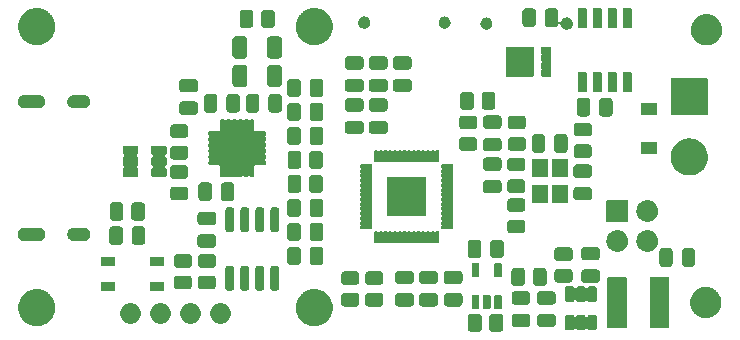
<source format=gts>
%TF.GenerationSoftware,KiCad,Pcbnew,7.0.9-7.0.9~ubuntu22.04.1*%
%TF.CreationDate,2023-12-25T16:12:58+01:00*%
%TF.ProjectId,PD-LabSupply,50442d4c-6162-4537-9570-706c792e6b69,3.1*%
%TF.SameCoordinates,Original*%
%TF.FileFunction,Soldermask,Top*%
%TF.FilePolarity,Negative*%
%FSLAX46Y46*%
G04 Gerber Fmt 4.6, Leading zero omitted, Abs format (unit mm)*
G04 Created by KiCad (PCBNEW 7.0.9-7.0.9~ubuntu22.04.1) date 2023-12-25 16:12:58*
%MOMM*%
%LPD*%
G01*
G04 APERTURE LIST*
G04 APERTURE END LIST*
G36*
X120095191Y-59048048D02*
G01*
X120102941Y-59050760D01*
X120122500Y-59053335D01*
X120159174Y-59070436D01*
X120189615Y-59081088D01*
X120202654Y-59090711D01*
X120224776Y-59101027D01*
X120247722Y-59123973D01*
X120267229Y-59138370D01*
X120281625Y-59157876D01*
X120304573Y-59180824D01*
X120314888Y-59202946D01*
X120324511Y-59215984D01*
X120335160Y-59246420D01*
X120352265Y-59283100D01*
X120354840Y-59302661D01*
X120357551Y-59310408D01*
X120358399Y-59319448D01*
X120358399Y-59329692D01*
X120358400Y-59329700D01*
X120358400Y-60304700D01*
X120358399Y-60304707D01*
X120358399Y-60314945D01*
X120357551Y-60323991D01*
X120354840Y-60331737D01*
X120352265Y-60351300D01*
X120335159Y-60387982D01*
X120324511Y-60418415D01*
X120314890Y-60431450D01*
X120304573Y-60453576D01*
X120281622Y-60476526D01*
X120267229Y-60496029D01*
X120247726Y-60510422D01*
X120224776Y-60533373D01*
X120202650Y-60543690D01*
X120189615Y-60553311D01*
X120159182Y-60563959D01*
X120122500Y-60581065D01*
X120102937Y-60583640D01*
X120095191Y-60586351D01*
X120086151Y-60587199D01*
X120075908Y-60587199D01*
X120075900Y-60587200D01*
X119475900Y-60587200D01*
X119475892Y-60587199D01*
X119465654Y-60587199D01*
X119456608Y-60586351D01*
X119448861Y-60583640D01*
X119429300Y-60581065D01*
X119392620Y-60563960D01*
X119362184Y-60553311D01*
X119349146Y-60543688D01*
X119327024Y-60533373D01*
X119304076Y-60510425D01*
X119284570Y-60496029D01*
X119270173Y-60476522D01*
X119247227Y-60453576D01*
X119236911Y-60431454D01*
X119227288Y-60418415D01*
X119216636Y-60387974D01*
X119199535Y-60351300D01*
X119196960Y-60331741D01*
X119194248Y-60323991D01*
X119193400Y-60314951D01*
X119193400Y-59319454D01*
X119194248Y-59310408D01*
X119196960Y-59302656D01*
X119199535Y-59283100D01*
X119216635Y-59246428D01*
X119227288Y-59215984D01*
X119236912Y-59202942D01*
X119247227Y-59180824D01*
X119270170Y-59157880D01*
X119284570Y-59138370D01*
X119304080Y-59123970D01*
X119327024Y-59101027D01*
X119349142Y-59090712D01*
X119362184Y-59081088D01*
X119392628Y-59070435D01*
X119429300Y-59053335D01*
X119448856Y-59050760D01*
X119456608Y-59048048D01*
X119465648Y-59047200D01*
X120086145Y-59047200D01*
X120095191Y-59048048D01*
G37*
G36*
X121920191Y-59048048D02*
G01*
X121927941Y-59050760D01*
X121947500Y-59053335D01*
X121984174Y-59070436D01*
X122014615Y-59081088D01*
X122027654Y-59090711D01*
X122049776Y-59101027D01*
X122072722Y-59123973D01*
X122092229Y-59138370D01*
X122106625Y-59157876D01*
X122129573Y-59180824D01*
X122139888Y-59202946D01*
X122149511Y-59215984D01*
X122160160Y-59246420D01*
X122177265Y-59283100D01*
X122179840Y-59302661D01*
X122182551Y-59310408D01*
X122183399Y-59319448D01*
X122183399Y-59329692D01*
X122183400Y-59329700D01*
X122183400Y-60304700D01*
X122183399Y-60304707D01*
X122183399Y-60314945D01*
X122182551Y-60323991D01*
X122179840Y-60331737D01*
X122177265Y-60351300D01*
X122160159Y-60387982D01*
X122149511Y-60418415D01*
X122139890Y-60431450D01*
X122129573Y-60453576D01*
X122106622Y-60476526D01*
X122092229Y-60496029D01*
X122072726Y-60510422D01*
X122049776Y-60533373D01*
X122027650Y-60543690D01*
X122014615Y-60553311D01*
X121984182Y-60563959D01*
X121947500Y-60581065D01*
X121927937Y-60583640D01*
X121920191Y-60586351D01*
X121911151Y-60587199D01*
X121900908Y-60587199D01*
X121900900Y-60587200D01*
X121300900Y-60587200D01*
X121300892Y-60587199D01*
X121290654Y-60587199D01*
X121281608Y-60586351D01*
X121273861Y-60583640D01*
X121254300Y-60581065D01*
X121217620Y-60563960D01*
X121187184Y-60553311D01*
X121174146Y-60543688D01*
X121152024Y-60533373D01*
X121129076Y-60510425D01*
X121109570Y-60496029D01*
X121095173Y-60476522D01*
X121072227Y-60453576D01*
X121061911Y-60431454D01*
X121052288Y-60418415D01*
X121041636Y-60387974D01*
X121024535Y-60351300D01*
X121021960Y-60331741D01*
X121019248Y-60323991D01*
X121018400Y-60314951D01*
X121018400Y-59319454D01*
X121019248Y-59310408D01*
X121021960Y-59302656D01*
X121024535Y-59283100D01*
X121041635Y-59246428D01*
X121052288Y-59215984D01*
X121061912Y-59202942D01*
X121072227Y-59180824D01*
X121095170Y-59157880D01*
X121109570Y-59138370D01*
X121129080Y-59123970D01*
X121152024Y-59101027D01*
X121174142Y-59090712D01*
X121187184Y-59081088D01*
X121217628Y-59070435D01*
X121254300Y-59053335D01*
X121273856Y-59050760D01*
X121281608Y-59048048D01*
X121290648Y-59047200D01*
X121911145Y-59047200D01*
X121920191Y-59048048D01*
G37*
G36*
X128060623Y-59130650D02*
G01*
X128073270Y-59136547D01*
X128088636Y-59139604D01*
X128108989Y-59153204D01*
X128127085Y-59161642D01*
X128138093Y-59172650D01*
X128154792Y-59183808D01*
X128165949Y-59200506D01*
X128176959Y-59211516D01*
X128185397Y-59229612D01*
X128198996Y-59249964D01*
X128202052Y-59265327D01*
X128210967Y-59284446D01*
X128370233Y-59284446D01*
X128379148Y-59265326D01*
X128382204Y-59249964D01*
X128395799Y-59229616D01*
X128404240Y-59211516D01*
X128415252Y-59200503D01*
X128426408Y-59183808D01*
X128443103Y-59172652D01*
X128454114Y-59161642D01*
X128472212Y-59153202D01*
X128492564Y-59139604D01*
X128507927Y-59136547D01*
X128520576Y-59130650D01*
X128540711Y-59128000D01*
X128990489Y-59128000D01*
X129010623Y-59130650D01*
X129023270Y-59136547D01*
X129038636Y-59139604D01*
X129058989Y-59153204D01*
X129077085Y-59161642D01*
X129088093Y-59172650D01*
X129104792Y-59183808D01*
X129115949Y-59200506D01*
X129126959Y-59211516D01*
X129135397Y-59229612D01*
X129148996Y-59249964D01*
X129152052Y-59265327D01*
X129160967Y-59284446D01*
X129320233Y-59284446D01*
X129329148Y-59265326D01*
X129332204Y-59249964D01*
X129345799Y-59229616D01*
X129354240Y-59211516D01*
X129365252Y-59200503D01*
X129376408Y-59183808D01*
X129393103Y-59172652D01*
X129404114Y-59161642D01*
X129422212Y-59153202D01*
X129442564Y-59139604D01*
X129457927Y-59136547D01*
X129470576Y-59130650D01*
X129490711Y-59128000D01*
X129940489Y-59128000D01*
X129960623Y-59130650D01*
X129973270Y-59136547D01*
X129988636Y-59139604D01*
X130008989Y-59153204D01*
X130027085Y-59161642D01*
X130038093Y-59172650D01*
X130054792Y-59183808D01*
X130065949Y-59200506D01*
X130076957Y-59211514D01*
X130085394Y-59229607D01*
X130098996Y-59249964D01*
X130102052Y-59265331D01*
X130107949Y-59277976D01*
X130110600Y-59298111D01*
X130110600Y-60297888D01*
X130107949Y-60318023D01*
X130102053Y-60330666D01*
X130098996Y-60346036D01*
X130085392Y-60366394D01*
X130076957Y-60384485D01*
X130065951Y-60395490D01*
X130054792Y-60412192D01*
X130038090Y-60423351D01*
X130027085Y-60434357D01*
X130008994Y-60442792D01*
X129988636Y-60456396D01*
X129973266Y-60459453D01*
X129960623Y-60465349D01*
X129940489Y-60468000D01*
X129930298Y-60468000D01*
X129500902Y-60468000D01*
X129490711Y-60468000D01*
X129470576Y-60465349D01*
X129457931Y-60459452D01*
X129442564Y-60456396D01*
X129422207Y-60442794D01*
X129404114Y-60434357D01*
X129393106Y-60423349D01*
X129376408Y-60412192D01*
X129365250Y-60395493D01*
X129354240Y-60384483D01*
X129345802Y-60366387D01*
X129332204Y-60346036D01*
X129329147Y-60330668D01*
X129320234Y-60311553D01*
X129160966Y-60311553D01*
X129152052Y-60330667D01*
X129148996Y-60346036D01*
X129135395Y-60366390D01*
X129126959Y-60384483D01*
X129115951Y-60395490D01*
X129104792Y-60412192D01*
X129088090Y-60423351D01*
X129077085Y-60434357D01*
X129058994Y-60442792D01*
X129038636Y-60456396D01*
X129023266Y-60459453D01*
X129010623Y-60465349D01*
X128990489Y-60468000D01*
X128980298Y-60468000D01*
X128550902Y-60468000D01*
X128540711Y-60468000D01*
X128520576Y-60465349D01*
X128507931Y-60459452D01*
X128492564Y-60456396D01*
X128472207Y-60442794D01*
X128454114Y-60434357D01*
X128443106Y-60423349D01*
X128426408Y-60412192D01*
X128415250Y-60395493D01*
X128404240Y-60384483D01*
X128395802Y-60366387D01*
X128382204Y-60346036D01*
X128379147Y-60330668D01*
X128370234Y-60311553D01*
X128210966Y-60311553D01*
X128202052Y-60330667D01*
X128198996Y-60346036D01*
X128185395Y-60366390D01*
X128176959Y-60384483D01*
X128165951Y-60395490D01*
X128154792Y-60412192D01*
X128138090Y-60423351D01*
X128127085Y-60434357D01*
X128108994Y-60442792D01*
X128088636Y-60456396D01*
X128073266Y-60459453D01*
X128060623Y-60465349D01*
X128040489Y-60468000D01*
X128030298Y-60468000D01*
X127600902Y-60468000D01*
X127590711Y-60468000D01*
X127570576Y-60465349D01*
X127557931Y-60459452D01*
X127542564Y-60456396D01*
X127522207Y-60442794D01*
X127504114Y-60434357D01*
X127493106Y-60423349D01*
X127476408Y-60412192D01*
X127465250Y-60395493D01*
X127454242Y-60384485D01*
X127445804Y-60366389D01*
X127432204Y-60346036D01*
X127429147Y-60330670D01*
X127423250Y-60318023D01*
X127420600Y-60297888D01*
X127420600Y-59298111D01*
X127423250Y-59277976D01*
X127429147Y-59265327D01*
X127432204Y-59249964D01*
X127445802Y-59229612D01*
X127454242Y-59211514D01*
X127465252Y-59200503D01*
X127476408Y-59183808D01*
X127493103Y-59172652D01*
X127504114Y-59161642D01*
X127522212Y-59153202D01*
X127542564Y-59139604D01*
X127557927Y-59136547D01*
X127570576Y-59130650D01*
X127590711Y-59128000D01*
X128040489Y-59128000D01*
X128060623Y-59130650D01*
G37*
G36*
X132597711Y-55949461D02*
G01*
X132597712Y-55949462D01*
X132620867Y-55964933D01*
X132636338Y-55988088D01*
X132640400Y-56008505D01*
X132640400Y-56008508D01*
X132640400Y-60222292D01*
X132636338Y-60242712D01*
X132620867Y-60265867D01*
X132597712Y-60281338D01*
X132592607Y-60282353D01*
X132577295Y-60285400D01*
X132577292Y-60285400D01*
X131063508Y-60285400D01*
X131063505Y-60285400D01*
X131043088Y-60281338D01*
X131019933Y-60265867D01*
X131004462Y-60242712D01*
X131004461Y-60242711D01*
X131000400Y-60222294D01*
X131000400Y-56008505D01*
X131004461Y-55988088D01*
X131019933Y-55964933D01*
X131043088Y-55949461D01*
X131063505Y-55945400D01*
X132577295Y-55945400D01*
X132597711Y-55949461D01*
G37*
G36*
X136197711Y-55949461D02*
G01*
X136197712Y-55949462D01*
X136220867Y-55964933D01*
X136236338Y-55988088D01*
X136240400Y-56008505D01*
X136240400Y-56008508D01*
X136240400Y-60222292D01*
X136236338Y-60242712D01*
X136220867Y-60265867D01*
X136197712Y-60281338D01*
X136192607Y-60282353D01*
X136177295Y-60285400D01*
X136177292Y-60285400D01*
X134663508Y-60285400D01*
X134663505Y-60285400D01*
X134643088Y-60281338D01*
X134619933Y-60265867D01*
X134604462Y-60242712D01*
X134604461Y-60242711D01*
X134600400Y-60222294D01*
X134600400Y-56008505D01*
X134604461Y-55988088D01*
X134619933Y-55964933D01*
X134643088Y-55949461D01*
X134663505Y-55945400D01*
X136177295Y-55945400D01*
X136197711Y-55949461D01*
G37*
G36*
X124217391Y-59039848D02*
G01*
X124225141Y-59042560D01*
X124244700Y-59045135D01*
X124281374Y-59062236D01*
X124311815Y-59072888D01*
X124324854Y-59082511D01*
X124346976Y-59092827D01*
X124369922Y-59115773D01*
X124389429Y-59130170D01*
X124403825Y-59149676D01*
X124426773Y-59172624D01*
X124437088Y-59194746D01*
X124446711Y-59207784D01*
X124457360Y-59238220D01*
X124474465Y-59274900D01*
X124477040Y-59294461D01*
X124479751Y-59302208D01*
X124480599Y-59311248D01*
X124480599Y-59321492D01*
X124480600Y-59321500D01*
X124480600Y-59896500D01*
X124480599Y-59896507D01*
X124480599Y-59906745D01*
X124479751Y-59915791D01*
X124477040Y-59923537D01*
X124474465Y-59943100D01*
X124457359Y-59979782D01*
X124446711Y-60010215D01*
X124437090Y-60023250D01*
X124426773Y-60045376D01*
X124403822Y-60068326D01*
X124389429Y-60087829D01*
X124369926Y-60102222D01*
X124346976Y-60125173D01*
X124324850Y-60135490D01*
X124311815Y-60145111D01*
X124281382Y-60155759D01*
X124244700Y-60172865D01*
X124225137Y-60175440D01*
X124217391Y-60178151D01*
X124208351Y-60178999D01*
X124198108Y-60178999D01*
X124198100Y-60179000D01*
X123173100Y-60179000D01*
X123173092Y-60178999D01*
X123162854Y-60178999D01*
X123153808Y-60178151D01*
X123146061Y-60175440D01*
X123126500Y-60172865D01*
X123089820Y-60155760D01*
X123059384Y-60145111D01*
X123046346Y-60135488D01*
X123024224Y-60125173D01*
X123001276Y-60102225D01*
X122981770Y-60087829D01*
X122967373Y-60068322D01*
X122944427Y-60045376D01*
X122934111Y-60023254D01*
X122924488Y-60010215D01*
X122913836Y-59979774D01*
X122896735Y-59943100D01*
X122894160Y-59923541D01*
X122891448Y-59915791D01*
X122890600Y-59906751D01*
X122890600Y-59311254D01*
X122891448Y-59302208D01*
X122894160Y-59294456D01*
X122896735Y-59274900D01*
X122913835Y-59238228D01*
X122924488Y-59207784D01*
X122934112Y-59194742D01*
X122944427Y-59172624D01*
X122967370Y-59149680D01*
X122981770Y-59130170D01*
X123001280Y-59115770D01*
X123024224Y-59092827D01*
X123046342Y-59082512D01*
X123059384Y-59072888D01*
X123089828Y-59062235D01*
X123126500Y-59045135D01*
X123146056Y-59042560D01*
X123153808Y-59039848D01*
X123162848Y-59039000D01*
X124208345Y-59039000D01*
X124217391Y-59039848D01*
G37*
G36*
X126376391Y-59039848D02*
G01*
X126384141Y-59042560D01*
X126403700Y-59045135D01*
X126440374Y-59062236D01*
X126470815Y-59072888D01*
X126483854Y-59082511D01*
X126505976Y-59092827D01*
X126528922Y-59115773D01*
X126548429Y-59130170D01*
X126562825Y-59149676D01*
X126585773Y-59172624D01*
X126596088Y-59194746D01*
X126605711Y-59207784D01*
X126616360Y-59238220D01*
X126633465Y-59274900D01*
X126636040Y-59294461D01*
X126638751Y-59302208D01*
X126639599Y-59311248D01*
X126639599Y-59321492D01*
X126639600Y-59321500D01*
X126639600Y-59896500D01*
X126639599Y-59896507D01*
X126639599Y-59906745D01*
X126638751Y-59915791D01*
X126636040Y-59923537D01*
X126633465Y-59943100D01*
X126616359Y-59979782D01*
X126605711Y-60010215D01*
X126596090Y-60023250D01*
X126585773Y-60045376D01*
X126562822Y-60068326D01*
X126548429Y-60087829D01*
X126528926Y-60102222D01*
X126505976Y-60125173D01*
X126483850Y-60135490D01*
X126470815Y-60145111D01*
X126440382Y-60155759D01*
X126403700Y-60172865D01*
X126384137Y-60175440D01*
X126376391Y-60178151D01*
X126367351Y-60178999D01*
X126357108Y-60178999D01*
X126357100Y-60179000D01*
X125332100Y-60179000D01*
X125332092Y-60178999D01*
X125321854Y-60178999D01*
X125312808Y-60178151D01*
X125305061Y-60175440D01*
X125285500Y-60172865D01*
X125248820Y-60155760D01*
X125218384Y-60145111D01*
X125205346Y-60135488D01*
X125183224Y-60125173D01*
X125160276Y-60102225D01*
X125140770Y-60087829D01*
X125126373Y-60068322D01*
X125103427Y-60045376D01*
X125093111Y-60023254D01*
X125083488Y-60010215D01*
X125072836Y-59979774D01*
X125055735Y-59943100D01*
X125053160Y-59923541D01*
X125050448Y-59915791D01*
X125049600Y-59906751D01*
X125049600Y-59311254D01*
X125050448Y-59302208D01*
X125053160Y-59294456D01*
X125055735Y-59274900D01*
X125072835Y-59238228D01*
X125083488Y-59207784D01*
X125093112Y-59194742D01*
X125103427Y-59172624D01*
X125126370Y-59149680D01*
X125140770Y-59130170D01*
X125160280Y-59115770D01*
X125183224Y-59092827D01*
X125205342Y-59082512D01*
X125218384Y-59072888D01*
X125248828Y-59062235D01*
X125285500Y-59045135D01*
X125305056Y-59042560D01*
X125312808Y-59039848D01*
X125321848Y-59039000D01*
X126367345Y-59039000D01*
X126376391Y-59039848D01*
G37*
G36*
X82751689Y-56952000D02*
G01*
X82807655Y-56952000D01*
X82868812Y-56961217D01*
X82936362Y-56966534D01*
X82990805Y-56979604D01*
X83040335Y-56987070D01*
X83105061Y-57007035D01*
X83176657Y-57024224D01*
X83222947Y-57043398D01*
X83265196Y-57056430D01*
X83331523Y-57088371D01*
X83404969Y-57118794D01*
X83442673Y-57141899D01*
X83477201Y-57158527D01*
X83542878Y-57203304D01*
X83615677Y-57247916D01*
X83644826Y-57272811D01*
X83671621Y-57291080D01*
X83734184Y-57349130D01*
X83803591Y-57408409D01*
X83824667Y-57433086D01*
X83844118Y-57451134D01*
X83900986Y-57522444D01*
X83964084Y-57596323D01*
X83977961Y-57618968D01*
X83990832Y-57635108D01*
X84039381Y-57719196D01*
X84093206Y-57807031D01*
X84101110Y-57826114D01*
X84108489Y-57838894D01*
X84146118Y-57934773D01*
X84187776Y-58035343D01*
X84191221Y-58049693D01*
X84194455Y-58057933D01*
X84218667Y-58164014D01*
X84245466Y-58275638D01*
X84246161Y-58284472D01*
X84246818Y-58287350D01*
X84255383Y-58401653D01*
X84264855Y-58522000D01*
X84255382Y-58642357D01*
X84246818Y-58756649D01*
X84246161Y-58759525D01*
X84245466Y-58768362D01*
X84218662Y-58880004D01*
X84194455Y-58986066D01*
X84191221Y-58994303D01*
X84187776Y-59008657D01*
X84146111Y-59109244D01*
X84108489Y-59205105D01*
X84101112Y-59217882D01*
X84093206Y-59236969D01*
X84039371Y-59324819D01*
X83990832Y-59408891D01*
X83977963Y-59425027D01*
X83964084Y-59447677D01*
X83900974Y-59521569D01*
X83844118Y-59592865D01*
X83824671Y-59610908D01*
X83803591Y-59635591D01*
X83734171Y-59694880D01*
X83671621Y-59752919D01*
X83644832Y-59771183D01*
X83615677Y-59796084D01*
X83542863Y-59840704D01*
X83477201Y-59885472D01*
X83442680Y-59902096D01*
X83404969Y-59925206D01*
X83331508Y-59955634D01*
X83265196Y-59987569D01*
X83222956Y-60000598D01*
X83176657Y-60019776D01*
X83105046Y-60036968D01*
X83040335Y-60056929D01*
X82990814Y-60064393D01*
X82936362Y-60077466D01*
X82868808Y-60082782D01*
X82807655Y-60092000D01*
X82751689Y-60092000D01*
X82690000Y-60096855D01*
X82628311Y-60092000D01*
X82572345Y-60092000D01*
X82511190Y-60082782D01*
X82443638Y-60077466D01*
X82389186Y-60064393D01*
X82339664Y-60056929D01*
X82274948Y-60036967D01*
X82203343Y-60019776D01*
X82157046Y-60000599D01*
X82114803Y-59987569D01*
X82048484Y-59955631D01*
X81975031Y-59925206D01*
X81937322Y-59902098D01*
X81902798Y-59885472D01*
X81837126Y-59840698D01*
X81764323Y-59796084D01*
X81735171Y-59771186D01*
X81708378Y-59752919D01*
X81645816Y-59694870D01*
X81576409Y-59635591D01*
X81555332Y-59610912D01*
X81535881Y-59592865D01*
X81479010Y-59521551D01*
X81415916Y-59447677D01*
X81402039Y-59425032D01*
X81389167Y-59408891D01*
X81340611Y-59324791D01*
X81286794Y-59236969D01*
X81278890Y-59217888D01*
X81271510Y-59205105D01*
X81233869Y-59109198D01*
X81192224Y-59008657D01*
X81188779Y-58994310D01*
X81185544Y-58986066D01*
X81161316Y-58879920D01*
X81134534Y-58768362D01*
X81133839Y-58759532D01*
X81133181Y-58756649D01*
X81124596Y-58642091D01*
X81115145Y-58522000D01*
X81124595Y-58401918D01*
X81133181Y-58287350D01*
X81133839Y-58284466D01*
X81134534Y-58275638D01*
X81161312Y-58164098D01*
X81185544Y-58057933D01*
X81188780Y-58049687D01*
X81192224Y-58035343D01*
X81233862Y-57934819D01*
X81271510Y-57838894D01*
X81278891Y-57826108D01*
X81286794Y-57807031D01*
X81340601Y-57719224D01*
X81389167Y-57635108D01*
X81402042Y-57618962D01*
X81415916Y-57596323D01*
X81478998Y-57522462D01*
X81535881Y-57451134D01*
X81555336Y-57433082D01*
X81576409Y-57408409D01*
X81645802Y-57349141D01*
X81708378Y-57291080D01*
X81735177Y-57272808D01*
X81764323Y-57247916D01*
X81837111Y-57203310D01*
X81902798Y-57158527D01*
X81937330Y-57141896D01*
X81975031Y-57118794D01*
X82048469Y-57088374D01*
X82114803Y-57056430D01*
X82157055Y-57043396D01*
X82203343Y-57024224D01*
X82274933Y-57007036D01*
X82339664Y-56987070D01*
X82389195Y-56979604D01*
X82443638Y-56966534D01*
X82511187Y-56961217D01*
X82572345Y-56952000D01*
X82628311Y-56952000D01*
X82690000Y-56947145D01*
X82751689Y-56952000D01*
G37*
G36*
X106251689Y-56952000D02*
G01*
X106307655Y-56952000D01*
X106368812Y-56961217D01*
X106436362Y-56966534D01*
X106490805Y-56979604D01*
X106540335Y-56987070D01*
X106605061Y-57007035D01*
X106676657Y-57024224D01*
X106722947Y-57043398D01*
X106765196Y-57056430D01*
X106831523Y-57088371D01*
X106904969Y-57118794D01*
X106942673Y-57141899D01*
X106977201Y-57158527D01*
X107042878Y-57203304D01*
X107115677Y-57247916D01*
X107144826Y-57272811D01*
X107171621Y-57291080D01*
X107234184Y-57349130D01*
X107303591Y-57408409D01*
X107324667Y-57433086D01*
X107344118Y-57451134D01*
X107400986Y-57522444D01*
X107464084Y-57596323D01*
X107477961Y-57618968D01*
X107490832Y-57635108D01*
X107539381Y-57719196D01*
X107593206Y-57807031D01*
X107601110Y-57826114D01*
X107608489Y-57838894D01*
X107646118Y-57934773D01*
X107687776Y-58035343D01*
X107691221Y-58049693D01*
X107694455Y-58057933D01*
X107718667Y-58164014D01*
X107745466Y-58275638D01*
X107746161Y-58284472D01*
X107746818Y-58287350D01*
X107755383Y-58401653D01*
X107764855Y-58522000D01*
X107755382Y-58642357D01*
X107746818Y-58756649D01*
X107746161Y-58759525D01*
X107745466Y-58768362D01*
X107718662Y-58880004D01*
X107694455Y-58986066D01*
X107691221Y-58994303D01*
X107687776Y-59008657D01*
X107646111Y-59109244D01*
X107608489Y-59205105D01*
X107601112Y-59217882D01*
X107593206Y-59236969D01*
X107539371Y-59324819D01*
X107490832Y-59408891D01*
X107477963Y-59425027D01*
X107464084Y-59447677D01*
X107400974Y-59521569D01*
X107344118Y-59592865D01*
X107324671Y-59610908D01*
X107303591Y-59635591D01*
X107234171Y-59694880D01*
X107171621Y-59752919D01*
X107144832Y-59771183D01*
X107115677Y-59796084D01*
X107042863Y-59840704D01*
X106977201Y-59885472D01*
X106942680Y-59902096D01*
X106904969Y-59925206D01*
X106831508Y-59955634D01*
X106765196Y-59987569D01*
X106722956Y-60000598D01*
X106676657Y-60019776D01*
X106605046Y-60036968D01*
X106540335Y-60056929D01*
X106490814Y-60064393D01*
X106436362Y-60077466D01*
X106368808Y-60082782D01*
X106307655Y-60092000D01*
X106251689Y-60092000D01*
X106190000Y-60096855D01*
X106128311Y-60092000D01*
X106072345Y-60092000D01*
X106011190Y-60082782D01*
X105943638Y-60077466D01*
X105889186Y-60064393D01*
X105839664Y-60056929D01*
X105774948Y-60036967D01*
X105703343Y-60019776D01*
X105657046Y-60000599D01*
X105614803Y-59987569D01*
X105548484Y-59955631D01*
X105475031Y-59925206D01*
X105437322Y-59902098D01*
X105402798Y-59885472D01*
X105337126Y-59840698D01*
X105264323Y-59796084D01*
X105235171Y-59771186D01*
X105208378Y-59752919D01*
X105145816Y-59694870D01*
X105076409Y-59635591D01*
X105055332Y-59610912D01*
X105035881Y-59592865D01*
X104979010Y-59521551D01*
X104915916Y-59447677D01*
X104902039Y-59425032D01*
X104889167Y-59408891D01*
X104840611Y-59324791D01*
X104786794Y-59236969D01*
X104778890Y-59217888D01*
X104771510Y-59205105D01*
X104733869Y-59109198D01*
X104692224Y-59008657D01*
X104688779Y-58994310D01*
X104685544Y-58986066D01*
X104661316Y-58879920D01*
X104634534Y-58768362D01*
X104633839Y-58759532D01*
X104633181Y-58756649D01*
X104624596Y-58642091D01*
X104615145Y-58522000D01*
X104624595Y-58401918D01*
X104633181Y-58287350D01*
X104633839Y-58284466D01*
X104634534Y-58275638D01*
X104661312Y-58164098D01*
X104685544Y-58057933D01*
X104688780Y-58049687D01*
X104692224Y-58035343D01*
X104733862Y-57934819D01*
X104771510Y-57838894D01*
X104778891Y-57826108D01*
X104786794Y-57807031D01*
X104840601Y-57719224D01*
X104889167Y-57635108D01*
X104902042Y-57618962D01*
X104915916Y-57596323D01*
X104978998Y-57522462D01*
X105035881Y-57451134D01*
X105055336Y-57433082D01*
X105076409Y-57408409D01*
X105145802Y-57349141D01*
X105208378Y-57291080D01*
X105235177Y-57272808D01*
X105264323Y-57247916D01*
X105337111Y-57203310D01*
X105402798Y-57158527D01*
X105437330Y-57141896D01*
X105475031Y-57118794D01*
X105548469Y-57088374D01*
X105614803Y-57056430D01*
X105657055Y-57043396D01*
X105703343Y-57024224D01*
X105774933Y-57007036D01*
X105839664Y-56987070D01*
X105889195Y-56979604D01*
X105943638Y-56966534D01*
X106011187Y-56961217D01*
X106072345Y-56952000D01*
X106128311Y-56952000D01*
X106190000Y-56947145D01*
X106251689Y-56952000D01*
G37*
G36*
X90672743Y-58152000D02*
G01*
X90721441Y-58152000D01*
X90763492Y-58160938D01*
X90800547Y-58164588D01*
X90847101Y-58178709D01*
X90900326Y-58190023D01*
X90934379Y-58205184D01*
X90964548Y-58214336D01*
X91012493Y-58239963D01*
X91067396Y-58264408D01*
X91092922Y-58282954D01*
X91115683Y-58295120D01*
X91162112Y-58333223D01*
X91215350Y-58371903D01*
X91232634Y-58391099D01*
X91248159Y-58403840D01*
X91289871Y-58454667D01*
X91337722Y-58507810D01*
X91347775Y-58525223D01*
X91356879Y-58536316D01*
X91390564Y-58599336D01*
X91429162Y-58666190D01*
X91433600Y-58679851D01*
X91437663Y-58687451D01*
X91460050Y-58761253D01*
X91485676Y-58840121D01*
X91486578Y-58848707D01*
X91487411Y-58851452D01*
X91495519Y-58933781D01*
X91504792Y-59022000D01*
X91495519Y-59110226D01*
X91487411Y-59192547D01*
X91486578Y-59195291D01*
X91485676Y-59203879D01*
X91460045Y-59282760D01*
X91437663Y-59356548D01*
X91433601Y-59364146D01*
X91429162Y-59377810D01*
X91390557Y-59444675D01*
X91356879Y-59507683D01*
X91347777Y-59518773D01*
X91337722Y-59536190D01*
X91289862Y-59589342D01*
X91248159Y-59640159D01*
X91232638Y-59652896D01*
X91215350Y-59672097D01*
X91162102Y-59710783D01*
X91115683Y-59748879D01*
X91092927Y-59761041D01*
X91067396Y-59779592D01*
X91012482Y-59804041D01*
X90964548Y-59829663D01*
X90934386Y-59838812D01*
X90900326Y-59853977D01*
X90847090Y-59865292D01*
X90800547Y-59879411D01*
X90763501Y-59883059D01*
X90721441Y-59892000D01*
X90672733Y-59892000D01*
X90630000Y-59896209D01*
X90587267Y-59892000D01*
X90538559Y-59892000D01*
X90496499Y-59883059D01*
X90459452Y-59879411D01*
X90412906Y-59865291D01*
X90359674Y-59853977D01*
X90325615Y-59838813D01*
X90295451Y-59829663D01*
X90247511Y-59804038D01*
X90192604Y-59779592D01*
X90167074Y-59761043D01*
X90144316Y-59748879D01*
X90097889Y-59710777D01*
X90044650Y-59672097D01*
X90027364Y-59652899D01*
X90011840Y-59640159D01*
X89970126Y-59589330D01*
X89922278Y-59536190D01*
X89912224Y-59518777D01*
X89903120Y-59507683D01*
X89869429Y-59444652D01*
X89830838Y-59377810D01*
X89826399Y-59364150D01*
X89822336Y-59356548D01*
X89799939Y-59282714D01*
X89774324Y-59203879D01*
X89773421Y-59195296D01*
X89772588Y-59192547D01*
X89764464Y-59110075D01*
X89755208Y-59022000D01*
X89764464Y-58933932D01*
X89772588Y-58851452D01*
X89773422Y-58848702D01*
X89774324Y-58840121D01*
X89799934Y-58761300D01*
X89822336Y-58687451D01*
X89826400Y-58679846D01*
X89830838Y-58666190D01*
X89869421Y-58599360D01*
X89903120Y-58536316D01*
X89912226Y-58525219D01*
X89922278Y-58507810D01*
X89970116Y-58454679D01*
X90011840Y-58403840D01*
X90027367Y-58391096D01*
X90044650Y-58371903D01*
X90097878Y-58333230D01*
X90144316Y-58295120D01*
X90167080Y-58282952D01*
X90192604Y-58264408D01*
X90247500Y-58239966D01*
X90295451Y-58214336D01*
X90325622Y-58205183D01*
X90359674Y-58190023D01*
X90412895Y-58178710D01*
X90459452Y-58164588D01*
X90496507Y-58160938D01*
X90538559Y-58152000D01*
X90587256Y-58152000D01*
X90630000Y-58147790D01*
X90672743Y-58152000D01*
G37*
G36*
X93212743Y-58152000D02*
G01*
X93261441Y-58152000D01*
X93303492Y-58160938D01*
X93340547Y-58164588D01*
X93387101Y-58178709D01*
X93440326Y-58190023D01*
X93474379Y-58205184D01*
X93504548Y-58214336D01*
X93552493Y-58239963D01*
X93607396Y-58264408D01*
X93632922Y-58282954D01*
X93655683Y-58295120D01*
X93702112Y-58333223D01*
X93755350Y-58371903D01*
X93772634Y-58391099D01*
X93788159Y-58403840D01*
X93829871Y-58454667D01*
X93877722Y-58507810D01*
X93887775Y-58525223D01*
X93896879Y-58536316D01*
X93930564Y-58599336D01*
X93969162Y-58666190D01*
X93973600Y-58679851D01*
X93977663Y-58687451D01*
X94000050Y-58761253D01*
X94025676Y-58840121D01*
X94026578Y-58848707D01*
X94027411Y-58851452D01*
X94035519Y-58933781D01*
X94044792Y-59022000D01*
X94035519Y-59110226D01*
X94027411Y-59192547D01*
X94026578Y-59195291D01*
X94025676Y-59203879D01*
X94000045Y-59282760D01*
X93977663Y-59356548D01*
X93973601Y-59364146D01*
X93969162Y-59377810D01*
X93930557Y-59444675D01*
X93896879Y-59507683D01*
X93887777Y-59518773D01*
X93877722Y-59536190D01*
X93829862Y-59589342D01*
X93788159Y-59640159D01*
X93772638Y-59652896D01*
X93755350Y-59672097D01*
X93702102Y-59710783D01*
X93655683Y-59748879D01*
X93632927Y-59761041D01*
X93607396Y-59779592D01*
X93552482Y-59804041D01*
X93504548Y-59829663D01*
X93474386Y-59838812D01*
X93440326Y-59853977D01*
X93387090Y-59865292D01*
X93340547Y-59879411D01*
X93303501Y-59883059D01*
X93261441Y-59892000D01*
X93212733Y-59892000D01*
X93170000Y-59896209D01*
X93127267Y-59892000D01*
X93078559Y-59892000D01*
X93036499Y-59883059D01*
X92999452Y-59879411D01*
X92952906Y-59865291D01*
X92899674Y-59853977D01*
X92865615Y-59838813D01*
X92835451Y-59829663D01*
X92787511Y-59804038D01*
X92732604Y-59779592D01*
X92707074Y-59761043D01*
X92684316Y-59748879D01*
X92637889Y-59710777D01*
X92584650Y-59672097D01*
X92567364Y-59652899D01*
X92551840Y-59640159D01*
X92510126Y-59589330D01*
X92462278Y-59536190D01*
X92452224Y-59518777D01*
X92443120Y-59507683D01*
X92409429Y-59444652D01*
X92370838Y-59377810D01*
X92366399Y-59364150D01*
X92362336Y-59356548D01*
X92339939Y-59282714D01*
X92314324Y-59203879D01*
X92313421Y-59195296D01*
X92312588Y-59192547D01*
X92304464Y-59110075D01*
X92295208Y-59022000D01*
X92304464Y-58933932D01*
X92312588Y-58851452D01*
X92313422Y-58848702D01*
X92314324Y-58840121D01*
X92339934Y-58761300D01*
X92362336Y-58687451D01*
X92366400Y-58679846D01*
X92370838Y-58666190D01*
X92409421Y-58599360D01*
X92443120Y-58536316D01*
X92452226Y-58525219D01*
X92462278Y-58507810D01*
X92510116Y-58454679D01*
X92551840Y-58403840D01*
X92567367Y-58391096D01*
X92584650Y-58371903D01*
X92637878Y-58333230D01*
X92684316Y-58295120D01*
X92707080Y-58282952D01*
X92732604Y-58264408D01*
X92787500Y-58239966D01*
X92835451Y-58214336D01*
X92865622Y-58205183D01*
X92899674Y-58190023D01*
X92952895Y-58178710D01*
X92999452Y-58164588D01*
X93036507Y-58160938D01*
X93078559Y-58152000D01*
X93127256Y-58152000D01*
X93170000Y-58147790D01*
X93212743Y-58152000D01*
G37*
G36*
X95752743Y-58152000D02*
G01*
X95801441Y-58152000D01*
X95843492Y-58160938D01*
X95880547Y-58164588D01*
X95927101Y-58178709D01*
X95980326Y-58190023D01*
X96014379Y-58205184D01*
X96044548Y-58214336D01*
X96092493Y-58239963D01*
X96147396Y-58264408D01*
X96172922Y-58282954D01*
X96195683Y-58295120D01*
X96242112Y-58333223D01*
X96295350Y-58371903D01*
X96312634Y-58391099D01*
X96328159Y-58403840D01*
X96369871Y-58454667D01*
X96417722Y-58507810D01*
X96427775Y-58525223D01*
X96436879Y-58536316D01*
X96470564Y-58599336D01*
X96509162Y-58666190D01*
X96513600Y-58679851D01*
X96517663Y-58687451D01*
X96540050Y-58761253D01*
X96565676Y-58840121D01*
X96566578Y-58848707D01*
X96567411Y-58851452D01*
X96575519Y-58933781D01*
X96584792Y-59022000D01*
X96575519Y-59110226D01*
X96567411Y-59192547D01*
X96566578Y-59195291D01*
X96565676Y-59203879D01*
X96540045Y-59282760D01*
X96517663Y-59356548D01*
X96513601Y-59364146D01*
X96509162Y-59377810D01*
X96470557Y-59444675D01*
X96436879Y-59507683D01*
X96427777Y-59518773D01*
X96417722Y-59536190D01*
X96369862Y-59589342D01*
X96328159Y-59640159D01*
X96312638Y-59652896D01*
X96295350Y-59672097D01*
X96242102Y-59710783D01*
X96195683Y-59748879D01*
X96172927Y-59761041D01*
X96147396Y-59779592D01*
X96092482Y-59804041D01*
X96044548Y-59829663D01*
X96014386Y-59838812D01*
X95980326Y-59853977D01*
X95927090Y-59865292D01*
X95880547Y-59879411D01*
X95843501Y-59883059D01*
X95801441Y-59892000D01*
X95752733Y-59892000D01*
X95710000Y-59896209D01*
X95667267Y-59892000D01*
X95618559Y-59892000D01*
X95576499Y-59883059D01*
X95539452Y-59879411D01*
X95492906Y-59865291D01*
X95439674Y-59853977D01*
X95405615Y-59838813D01*
X95375451Y-59829663D01*
X95327511Y-59804038D01*
X95272604Y-59779592D01*
X95247074Y-59761043D01*
X95224316Y-59748879D01*
X95177889Y-59710777D01*
X95124650Y-59672097D01*
X95107364Y-59652899D01*
X95091840Y-59640159D01*
X95050126Y-59589330D01*
X95002278Y-59536190D01*
X94992224Y-59518777D01*
X94983120Y-59507683D01*
X94949429Y-59444652D01*
X94910838Y-59377810D01*
X94906399Y-59364150D01*
X94902336Y-59356548D01*
X94879939Y-59282714D01*
X94854324Y-59203879D01*
X94853421Y-59195296D01*
X94852588Y-59192547D01*
X94844464Y-59110075D01*
X94835208Y-59022000D01*
X94844464Y-58933932D01*
X94852588Y-58851452D01*
X94853422Y-58848702D01*
X94854324Y-58840121D01*
X94879934Y-58761300D01*
X94902336Y-58687451D01*
X94906400Y-58679846D01*
X94910838Y-58666190D01*
X94949421Y-58599360D01*
X94983120Y-58536316D01*
X94992226Y-58525219D01*
X95002278Y-58507810D01*
X95050116Y-58454679D01*
X95091840Y-58403840D01*
X95107367Y-58391096D01*
X95124650Y-58371903D01*
X95177878Y-58333230D01*
X95224316Y-58295120D01*
X95247080Y-58282952D01*
X95272604Y-58264408D01*
X95327500Y-58239966D01*
X95375451Y-58214336D01*
X95405622Y-58205183D01*
X95439674Y-58190023D01*
X95492895Y-58178710D01*
X95539452Y-58164588D01*
X95576507Y-58160938D01*
X95618559Y-58152000D01*
X95667256Y-58152000D01*
X95710000Y-58147790D01*
X95752743Y-58152000D01*
G37*
G36*
X98292743Y-58152000D02*
G01*
X98341441Y-58152000D01*
X98383492Y-58160938D01*
X98420547Y-58164588D01*
X98467101Y-58178709D01*
X98520326Y-58190023D01*
X98554379Y-58205184D01*
X98584548Y-58214336D01*
X98632493Y-58239963D01*
X98687396Y-58264408D01*
X98712922Y-58282954D01*
X98735683Y-58295120D01*
X98782112Y-58333223D01*
X98835350Y-58371903D01*
X98852634Y-58391099D01*
X98868159Y-58403840D01*
X98909871Y-58454667D01*
X98957722Y-58507810D01*
X98967775Y-58525223D01*
X98976879Y-58536316D01*
X99010564Y-58599336D01*
X99049162Y-58666190D01*
X99053600Y-58679851D01*
X99057663Y-58687451D01*
X99080050Y-58761253D01*
X99105676Y-58840121D01*
X99106578Y-58848707D01*
X99107411Y-58851452D01*
X99115519Y-58933781D01*
X99124792Y-59022000D01*
X99115519Y-59110226D01*
X99107411Y-59192547D01*
X99106578Y-59195291D01*
X99105676Y-59203879D01*
X99080045Y-59282760D01*
X99057663Y-59356548D01*
X99053601Y-59364146D01*
X99049162Y-59377810D01*
X99010557Y-59444675D01*
X98976879Y-59507683D01*
X98967777Y-59518773D01*
X98957722Y-59536190D01*
X98909862Y-59589342D01*
X98868159Y-59640159D01*
X98852638Y-59652896D01*
X98835350Y-59672097D01*
X98782102Y-59710783D01*
X98735683Y-59748879D01*
X98712927Y-59761041D01*
X98687396Y-59779592D01*
X98632482Y-59804041D01*
X98584548Y-59829663D01*
X98554386Y-59838812D01*
X98520326Y-59853977D01*
X98467090Y-59865292D01*
X98420547Y-59879411D01*
X98383501Y-59883059D01*
X98341441Y-59892000D01*
X98292733Y-59892000D01*
X98250000Y-59896209D01*
X98207267Y-59892000D01*
X98158559Y-59892000D01*
X98116499Y-59883059D01*
X98079452Y-59879411D01*
X98032906Y-59865291D01*
X97979674Y-59853977D01*
X97945615Y-59838813D01*
X97915451Y-59829663D01*
X97867511Y-59804038D01*
X97812604Y-59779592D01*
X97787074Y-59761043D01*
X97764316Y-59748879D01*
X97717889Y-59710777D01*
X97664650Y-59672097D01*
X97647364Y-59652899D01*
X97631840Y-59640159D01*
X97590126Y-59589330D01*
X97542278Y-59536190D01*
X97532224Y-59518777D01*
X97523120Y-59507683D01*
X97489429Y-59444652D01*
X97450838Y-59377810D01*
X97446399Y-59364150D01*
X97442336Y-59356548D01*
X97419939Y-59282714D01*
X97394324Y-59203879D01*
X97393421Y-59195296D01*
X97392588Y-59192547D01*
X97384464Y-59110075D01*
X97375208Y-59022000D01*
X97384464Y-58933932D01*
X97392588Y-58851452D01*
X97393422Y-58848702D01*
X97394324Y-58840121D01*
X97419934Y-58761300D01*
X97442336Y-58687451D01*
X97446400Y-58679846D01*
X97450838Y-58666190D01*
X97489421Y-58599360D01*
X97523120Y-58536316D01*
X97532226Y-58525219D01*
X97542278Y-58507810D01*
X97590116Y-58454679D01*
X97631840Y-58403840D01*
X97647367Y-58391096D01*
X97664650Y-58371903D01*
X97717878Y-58333230D01*
X97764316Y-58295120D01*
X97787080Y-58282952D01*
X97812604Y-58264408D01*
X97867500Y-58239966D01*
X97915451Y-58214336D01*
X97945622Y-58205183D01*
X97979674Y-58190023D01*
X98032895Y-58178710D01*
X98079452Y-58164588D01*
X98116507Y-58160938D01*
X98158559Y-58152000D01*
X98207256Y-58152000D01*
X98250000Y-58147790D01*
X98292743Y-58152000D01*
G37*
G36*
X139389631Y-56770000D02*
G01*
X139441379Y-56770000D01*
X139498409Y-56779516D01*
X139562091Y-56785088D01*
X139612103Y-56798488D01*
X139657151Y-56806006D01*
X139717583Y-56826752D01*
X139785191Y-56844868D01*
X139826603Y-56864178D01*
X139864055Y-56877036D01*
X139925585Y-56910334D01*
X139994521Y-56942480D01*
X140026975Y-56965204D01*
X140056443Y-56981152D01*
X140116428Y-57027840D01*
X140183721Y-57074959D01*
X140207435Y-57098673D01*
X140229076Y-57115517D01*
X140284670Y-57175908D01*
X140347041Y-57238279D01*
X140362783Y-57260761D01*
X140377234Y-57276459D01*
X140425443Y-57350249D01*
X140479520Y-57427479D01*
X140488546Y-57446836D01*
X140496882Y-57459595D01*
X140534719Y-57545855D01*
X140577132Y-57636809D01*
X140581081Y-57651548D01*
X140584758Y-57659930D01*
X140609374Y-57757137D01*
X140636912Y-57859909D01*
X140637710Y-57869034D01*
X140638459Y-57871991D01*
X140647231Y-57977860D01*
X140657042Y-58090000D01*
X140647230Y-58202148D01*
X140638459Y-58308008D01*
X140637710Y-58310963D01*
X140636912Y-58320091D01*
X140609369Y-58422879D01*
X140584758Y-58520069D01*
X140581082Y-58528449D01*
X140577132Y-58543191D01*
X140534712Y-58634160D01*
X140496882Y-58720404D01*
X140488548Y-58733159D01*
X140479520Y-58752521D01*
X140425433Y-58829764D01*
X140377234Y-58903540D01*
X140362786Y-58919234D01*
X140347041Y-58941721D01*
X140284658Y-59004103D01*
X140229076Y-59064482D01*
X140207440Y-59081321D01*
X140183721Y-59105041D01*
X140116415Y-59152168D01*
X140056443Y-59198847D01*
X140026981Y-59214790D01*
X139994521Y-59237520D01*
X139925572Y-59269671D01*
X139864055Y-59302963D01*
X139826611Y-59315817D01*
X139785191Y-59335132D01*
X139717570Y-59353250D01*
X139657151Y-59373993D01*
X139612111Y-59381509D01*
X139562091Y-59394912D01*
X139498405Y-59400483D01*
X139441379Y-59410000D01*
X139389631Y-59410000D01*
X139332000Y-59415042D01*
X139274369Y-59410000D01*
X139222621Y-59410000D01*
X139165593Y-59400483D01*
X139101909Y-59394912D01*
X139051890Y-59381509D01*
X139006848Y-59373993D01*
X138946424Y-59353249D01*
X138878809Y-59335132D01*
X138837391Y-59315818D01*
X138799944Y-59302963D01*
X138738420Y-59269667D01*
X138669479Y-59237520D01*
X138637021Y-59214793D01*
X138607556Y-59198847D01*
X138547574Y-59152161D01*
X138480279Y-59105041D01*
X138456563Y-59081325D01*
X138434923Y-59064482D01*
X138379328Y-59004090D01*
X138316959Y-58941721D01*
X138301216Y-58919238D01*
X138286765Y-58903540D01*
X138238551Y-58829742D01*
X138184480Y-58752521D01*
X138175454Y-58733165D01*
X138167117Y-58720404D01*
X138129270Y-58634124D01*
X138086868Y-58543191D01*
X138082919Y-58528454D01*
X138079241Y-58520069D01*
X138054612Y-58422811D01*
X138027088Y-58320091D01*
X138026290Y-58310969D01*
X138025540Y-58308008D01*
X138016750Y-58201932D01*
X138006958Y-58090000D01*
X138016749Y-57978076D01*
X138025540Y-57871991D01*
X138026290Y-57869028D01*
X138027088Y-57859909D01*
X138054607Y-57757205D01*
X138079241Y-57659930D01*
X138082920Y-57651542D01*
X138086868Y-57636809D01*
X138129263Y-57545891D01*
X138167117Y-57459595D01*
X138175455Y-57446831D01*
X138184480Y-57427479D01*
X138238541Y-57350271D01*
X138286765Y-57276459D01*
X138301219Y-57260756D01*
X138316959Y-57238279D01*
X138379317Y-57175920D01*
X138434923Y-57115517D01*
X138456567Y-57098670D01*
X138480279Y-57074959D01*
X138547561Y-57027847D01*
X138607556Y-56981152D01*
X138637027Y-56965202D01*
X138669479Y-56942480D01*
X138738407Y-56910338D01*
X138799944Y-56877036D01*
X138837399Y-56864177D01*
X138878809Y-56844868D01*
X138946411Y-56826753D01*
X139006848Y-56806006D01*
X139051898Y-56798488D01*
X139101909Y-56785088D01*
X139165590Y-56779516D01*
X139222621Y-56770000D01*
X139274369Y-56770000D01*
X139332000Y-56764958D01*
X139389631Y-56770000D01*
G37*
G36*
X120121310Y-57503361D02*
G01*
X120121311Y-57503362D01*
X120144466Y-57518833D01*
X120156938Y-57537500D01*
X120159937Y-57541988D01*
X120163999Y-57562405D01*
X120163999Y-57562408D01*
X120163999Y-58579492D01*
X120159937Y-58599912D01*
X120144466Y-58623067D01*
X120121311Y-58638538D01*
X120116206Y-58639553D01*
X120100894Y-58642600D01*
X120100891Y-58642600D01*
X119579107Y-58642600D01*
X119579104Y-58642600D01*
X119558687Y-58638538D01*
X119535532Y-58623067D01*
X119520061Y-58599912D01*
X119520060Y-58599911D01*
X119515999Y-58579494D01*
X119515999Y-57562405D01*
X119520060Y-57541988D01*
X119535532Y-57518833D01*
X119558687Y-57503361D01*
X119579104Y-57499300D01*
X120100894Y-57499300D01*
X120121310Y-57503361D01*
G37*
G36*
X121071311Y-57503361D02*
G01*
X121071312Y-57503362D01*
X121094467Y-57518833D01*
X121106939Y-57537500D01*
X121109938Y-57541988D01*
X121114000Y-57562405D01*
X121114000Y-57562408D01*
X121114000Y-58579492D01*
X121109938Y-58599912D01*
X121094467Y-58623067D01*
X121071312Y-58638538D01*
X121066207Y-58639553D01*
X121050895Y-58642600D01*
X121050892Y-58642600D01*
X120529108Y-58642600D01*
X120529105Y-58642600D01*
X120508688Y-58638538D01*
X120485533Y-58623067D01*
X120470062Y-58599912D01*
X120470061Y-58599911D01*
X120466000Y-58579494D01*
X120466000Y-57562405D01*
X120470061Y-57541988D01*
X120485533Y-57518833D01*
X120508688Y-57503361D01*
X120529105Y-57499300D01*
X121050895Y-57499300D01*
X121071311Y-57503361D01*
G37*
G36*
X122021312Y-57503361D02*
G01*
X122021313Y-57503362D01*
X122044468Y-57518833D01*
X122056940Y-57537500D01*
X122059939Y-57541988D01*
X122064001Y-57562405D01*
X122064001Y-57562408D01*
X122064001Y-58579492D01*
X122059939Y-58599912D01*
X122044468Y-58623067D01*
X122021313Y-58638538D01*
X122016208Y-58639553D01*
X122000896Y-58642600D01*
X122000893Y-58642600D01*
X121479109Y-58642600D01*
X121479106Y-58642600D01*
X121458689Y-58638538D01*
X121435534Y-58623067D01*
X121420063Y-58599912D01*
X121420062Y-58599911D01*
X121416001Y-58579494D01*
X121416001Y-57562405D01*
X121420062Y-57541988D01*
X121435534Y-57518833D01*
X121458689Y-57503361D01*
X121479106Y-57499300D01*
X122000896Y-57499300D01*
X122021312Y-57503361D01*
G37*
G36*
X109739791Y-57277848D02*
G01*
X109747541Y-57280560D01*
X109767100Y-57283135D01*
X109803774Y-57300236D01*
X109834215Y-57310888D01*
X109847254Y-57320511D01*
X109869376Y-57330827D01*
X109892322Y-57353773D01*
X109911829Y-57368170D01*
X109926225Y-57387676D01*
X109949173Y-57410624D01*
X109959488Y-57432746D01*
X109969111Y-57445784D01*
X109979760Y-57476220D01*
X109996865Y-57512900D01*
X109999440Y-57532461D01*
X110002151Y-57540208D01*
X110002999Y-57549248D01*
X110002999Y-57559492D01*
X110003000Y-57559500D01*
X110003000Y-58159500D01*
X110002999Y-58159507D01*
X110002999Y-58169745D01*
X110002151Y-58178791D01*
X109999440Y-58186537D01*
X109996865Y-58206100D01*
X109979759Y-58242782D01*
X109969111Y-58273215D01*
X109959490Y-58286250D01*
X109949173Y-58308376D01*
X109926222Y-58331326D01*
X109911829Y-58350829D01*
X109892326Y-58365222D01*
X109869376Y-58388173D01*
X109847250Y-58398490D01*
X109834215Y-58408111D01*
X109803782Y-58418759D01*
X109767100Y-58435865D01*
X109747537Y-58438440D01*
X109739791Y-58441151D01*
X109730751Y-58441999D01*
X109720508Y-58441999D01*
X109720500Y-58442000D01*
X108745500Y-58442000D01*
X108745492Y-58441999D01*
X108735254Y-58441999D01*
X108726208Y-58441151D01*
X108718461Y-58438440D01*
X108698900Y-58435865D01*
X108662220Y-58418760D01*
X108631784Y-58408111D01*
X108618746Y-58398488D01*
X108596624Y-58388173D01*
X108573676Y-58365225D01*
X108554170Y-58350829D01*
X108539773Y-58331322D01*
X108516827Y-58308376D01*
X108506511Y-58286254D01*
X108496888Y-58273215D01*
X108486236Y-58242774D01*
X108469135Y-58206100D01*
X108466560Y-58186541D01*
X108463848Y-58178791D01*
X108463000Y-58169751D01*
X108463000Y-57549254D01*
X108463848Y-57540208D01*
X108466560Y-57532456D01*
X108469135Y-57512900D01*
X108486235Y-57476228D01*
X108496888Y-57445784D01*
X108506512Y-57432742D01*
X108516827Y-57410624D01*
X108539770Y-57387680D01*
X108554170Y-57368170D01*
X108573680Y-57353770D01*
X108596624Y-57330827D01*
X108618742Y-57320512D01*
X108631784Y-57310888D01*
X108662228Y-57300235D01*
X108698900Y-57283135D01*
X108718456Y-57280560D01*
X108726208Y-57277848D01*
X108735248Y-57277000D01*
X109730745Y-57277000D01*
X109739791Y-57277848D01*
G37*
G36*
X111771791Y-57277848D02*
G01*
X111779541Y-57280560D01*
X111799100Y-57283135D01*
X111835774Y-57300236D01*
X111866215Y-57310888D01*
X111879254Y-57320511D01*
X111901376Y-57330827D01*
X111924322Y-57353773D01*
X111943829Y-57368170D01*
X111958225Y-57387676D01*
X111981173Y-57410624D01*
X111991488Y-57432746D01*
X112001111Y-57445784D01*
X112011760Y-57476220D01*
X112028865Y-57512900D01*
X112031440Y-57532461D01*
X112034151Y-57540208D01*
X112034999Y-57549248D01*
X112034999Y-57559492D01*
X112035000Y-57559500D01*
X112035000Y-58159500D01*
X112034999Y-58159507D01*
X112034999Y-58169745D01*
X112034151Y-58178791D01*
X112031440Y-58186537D01*
X112028865Y-58206100D01*
X112011759Y-58242782D01*
X112001111Y-58273215D01*
X111991490Y-58286250D01*
X111981173Y-58308376D01*
X111958222Y-58331326D01*
X111943829Y-58350829D01*
X111924326Y-58365222D01*
X111901376Y-58388173D01*
X111879250Y-58398490D01*
X111866215Y-58408111D01*
X111835782Y-58418759D01*
X111799100Y-58435865D01*
X111779537Y-58438440D01*
X111771791Y-58441151D01*
X111762751Y-58441999D01*
X111752508Y-58441999D01*
X111752500Y-58442000D01*
X110777500Y-58442000D01*
X110777492Y-58441999D01*
X110767254Y-58441999D01*
X110758208Y-58441151D01*
X110750461Y-58438440D01*
X110730900Y-58435865D01*
X110694220Y-58418760D01*
X110663784Y-58408111D01*
X110650746Y-58398488D01*
X110628624Y-58388173D01*
X110605676Y-58365225D01*
X110586170Y-58350829D01*
X110571773Y-58331322D01*
X110548827Y-58308376D01*
X110538511Y-58286254D01*
X110528888Y-58273215D01*
X110518236Y-58242774D01*
X110501135Y-58206100D01*
X110498560Y-58186541D01*
X110495848Y-58178791D01*
X110495000Y-58169751D01*
X110495000Y-57549254D01*
X110495848Y-57540208D01*
X110498560Y-57532456D01*
X110501135Y-57512900D01*
X110518235Y-57476228D01*
X110528888Y-57445784D01*
X110538512Y-57432742D01*
X110548827Y-57410624D01*
X110571770Y-57387680D01*
X110586170Y-57368170D01*
X110605680Y-57353770D01*
X110628624Y-57330827D01*
X110650742Y-57320512D01*
X110663784Y-57310888D01*
X110694228Y-57300235D01*
X110730900Y-57283135D01*
X110750456Y-57280560D01*
X110758208Y-57277848D01*
X110767248Y-57277000D01*
X111762745Y-57277000D01*
X111771791Y-57277848D01*
G37*
G36*
X114362191Y-57302448D02*
G01*
X114369941Y-57305160D01*
X114389500Y-57307735D01*
X114426174Y-57324836D01*
X114456615Y-57335488D01*
X114469654Y-57345111D01*
X114491776Y-57355427D01*
X114514722Y-57378373D01*
X114534229Y-57392770D01*
X114548625Y-57412276D01*
X114571573Y-57435224D01*
X114581888Y-57457346D01*
X114591511Y-57470384D01*
X114602160Y-57500820D01*
X114619265Y-57537500D01*
X114621840Y-57557061D01*
X114624551Y-57564808D01*
X114625399Y-57573848D01*
X114625399Y-57584092D01*
X114625400Y-57584100D01*
X114625400Y-58159100D01*
X114625399Y-58159107D01*
X114625399Y-58169345D01*
X114624551Y-58178391D01*
X114621840Y-58186137D01*
X114619265Y-58205700D01*
X114602159Y-58242382D01*
X114591511Y-58272815D01*
X114581890Y-58285850D01*
X114571573Y-58307976D01*
X114548622Y-58330926D01*
X114534229Y-58350429D01*
X114514726Y-58364822D01*
X114491776Y-58387773D01*
X114469650Y-58398090D01*
X114456615Y-58407711D01*
X114426182Y-58418359D01*
X114389500Y-58435465D01*
X114369937Y-58438040D01*
X114362191Y-58440751D01*
X114353151Y-58441599D01*
X114342908Y-58441599D01*
X114342900Y-58441600D01*
X113317900Y-58441600D01*
X113317892Y-58441599D01*
X113307654Y-58441599D01*
X113298608Y-58440751D01*
X113290861Y-58438040D01*
X113271300Y-58435465D01*
X113234620Y-58418360D01*
X113204184Y-58407711D01*
X113191146Y-58398088D01*
X113169024Y-58387773D01*
X113146076Y-58364825D01*
X113126570Y-58350429D01*
X113112173Y-58330922D01*
X113089227Y-58307976D01*
X113078911Y-58285854D01*
X113069288Y-58272815D01*
X113058636Y-58242374D01*
X113041535Y-58205700D01*
X113038960Y-58186141D01*
X113036248Y-58178391D01*
X113035400Y-58169351D01*
X113035400Y-57573854D01*
X113036248Y-57564808D01*
X113038960Y-57557056D01*
X113041535Y-57537500D01*
X113058635Y-57500828D01*
X113069288Y-57470384D01*
X113078912Y-57457342D01*
X113089227Y-57435224D01*
X113112170Y-57412280D01*
X113126570Y-57392770D01*
X113146080Y-57378370D01*
X113169024Y-57355427D01*
X113191142Y-57345112D01*
X113204184Y-57335488D01*
X113234628Y-57324835D01*
X113271300Y-57307735D01*
X113290856Y-57305160D01*
X113298608Y-57302448D01*
X113307648Y-57301600D01*
X114353145Y-57301600D01*
X114362191Y-57302448D01*
G37*
G36*
X116394191Y-57302448D02*
G01*
X116401941Y-57305160D01*
X116421500Y-57307735D01*
X116458174Y-57324836D01*
X116488615Y-57335488D01*
X116501654Y-57345111D01*
X116523776Y-57355427D01*
X116546722Y-57378373D01*
X116566229Y-57392770D01*
X116580625Y-57412276D01*
X116603573Y-57435224D01*
X116613888Y-57457346D01*
X116623511Y-57470384D01*
X116634160Y-57500820D01*
X116651265Y-57537500D01*
X116653840Y-57557061D01*
X116656551Y-57564808D01*
X116657399Y-57573848D01*
X116657399Y-57584092D01*
X116657400Y-57584100D01*
X116657400Y-58159100D01*
X116657399Y-58159107D01*
X116657399Y-58169345D01*
X116656551Y-58178391D01*
X116653840Y-58186137D01*
X116651265Y-58205700D01*
X116634159Y-58242382D01*
X116623511Y-58272815D01*
X116613890Y-58285850D01*
X116603573Y-58307976D01*
X116580622Y-58330926D01*
X116566229Y-58350429D01*
X116546726Y-58364822D01*
X116523776Y-58387773D01*
X116501650Y-58398090D01*
X116488615Y-58407711D01*
X116458182Y-58418359D01*
X116421500Y-58435465D01*
X116401937Y-58438040D01*
X116394191Y-58440751D01*
X116385151Y-58441599D01*
X116374908Y-58441599D01*
X116374900Y-58441600D01*
X115349900Y-58441600D01*
X115349892Y-58441599D01*
X115339654Y-58441599D01*
X115330608Y-58440751D01*
X115322861Y-58438040D01*
X115303300Y-58435465D01*
X115266620Y-58418360D01*
X115236184Y-58407711D01*
X115223146Y-58398088D01*
X115201024Y-58387773D01*
X115178076Y-58364825D01*
X115158570Y-58350429D01*
X115144173Y-58330922D01*
X115121227Y-58307976D01*
X115110911Y-58285854D01*
X115101288Y-58272815D01*
X115090636Y-58242374D01*
X115073535Y-58205700D01*
X115070960Y-58186141D01*
X115068248Y-58178391D01*
X115067400Y-58169351D01*
X115067400Y-57573854D01*
X115068248Y-57564808D01*
X115070960Y-57557056D01*
X115073535Y-57537500D01*
X115090635Y-57500828D01*
X115101288Y-57470384D01*
X115110912Y-57457342D01*
X115121227Y-57435224D01*
X115144170Y-57412280D01*
X115158570Y-57392770D01*
X115178080Y-57378370D01*
X115201024Y-57355427D01*
X115223142Y-57345112D01*
X115236184Y-57335488D01*
X115266628Y-57324835D01*
X115303300Y-57307735D01*
X115322856Y-57305160D01*
X115330608Y-57302448D01*
X115339648Y-57301600D01*
X116385145Y-57301600D01*
X116394191Y-57302448D01*
G37*
G36*
X118476991Y-57302448D02*
G01*
X118484741Y-57305160D01*
X118504300Y-57307735D01*
X118540974Y-57324836D01*
X118571415Y-57335488D01*
X118584454Y-57345111D01*
X118606576Y-57355427D01*
X118629522Y-57378373D01*
X118649029Y-57392770D01*
X118663425Y-57412276D01*
X118686373Y-57435224D01*
X118696688Y-57457346D01*
X118706311Y-57470384D01*
X118716960Y-57500820D01*
X118734065Y-57537500D01*
X118736640Y-57557061D01*
X118739351Y-57564808D01*
X118740199Y-57573848D01*
X118740199Y-57584092D01*
X118740200Y-57584100D01*
X118740200Y-58159100D01*
X118740199Y-58159107D01*
X118740199Y-58169345D01*
X118739351Y-58178391D01*
X118736640Y-58186137D01*
X118734065Y-58205700D01*
X118716959Y-58242382D01*
X118706311Y-58272815D01*
X118696690Y-58285850D01*
X118686373Y-58307976D01*
X118663422Y-58330926D01*
X118649029Y-58350429D01*
X118629526Y-58364822D01*
X118606576Y-58387773D01*
X118584450Y-58398090D01*
X118571415Y-58407711D01*
X118540982Y-58418359D01*
X118504300Y-58435465D01*
X118484737Y-58438040D01*
X118476991Y-58440751D01*
X118467951Y-58441599D01*
X118457708Y-58441599D01*
X118457700Y-58441600D01*
X117432700Y-58441600D01*
X117432692Y-58441599D01*
X117422454Y-58441599D01*
X117413408Y-58440751D01*
X117405661Y-58438040D01*
X117386100Y-58435465D01*
X117349420Y-58418360D01*
X117318984Y-58407711D01*
X117305946Y-58398088D01*
X117283824Y-58387773D01*
X117260876Y-58364825D01*
X117241370Y-58350429D01*
X117226973Y-58330922D01*
X117204027Y-58307976D01*
X117193711Y-58285854D01*
X117184088Y-58272815D01*
X117173436Y-58242374D01*
X117156335Y-58205700D01*
X117153760Y-58186141D01*
X117151048Y-58178391D01*
X117150200Y-58169351D01*
X117150200Y-57573854D01*
X117151048Y-57564808D01*
X117153760Y-57557056D01*
X117156335Y-57537500D01*
X117173435Y-57500828D01*
X117184088Y-57470384D01*
X117193712Y-57457342D01*
X117204027Y-57435224D01*
X117226970Y-57412280D01*
X117241370Y-57392770D01*
X117260880Y-57378370D01*
X117283824Y-57355427D01*
X117305942Y-57345112D01*
X117318984Y-57335488D01*
X117349428Y-57324835D01*
X117386100Y-57307735D01*
X117405656Y-57305160D01*
X117413408Y-57302448D01*
X117422448Y-57301600D01*
X118467945Y-57301600D01*
X118476991Y-57302448D01*
G37*
G36*
X124217391Y-57139848D02*
G01*
X124225141Y-57142560D01*
X124244700Y-57145135D01*
X124281374Y-57162236D01*
X124311815Y-57172888D01*
X124324854Y-57182511D01*
X124346976Y-57192827D01*
X124369922Y-57215773D01*
X124389429Y-57230170D01*
X124403825Y-57249676D01*
X124426773Y-57272624D01*
X124437088Y-57294746D01*
X124446711Y-57307784D01*
X124457360Y-57338220D01*
X124474465Y-57374900D01*
X124477040Y-57394461D01*
X124479751Y-57402208D01*
X124480599Y-57411248D01*
X124480599Y-57421492D01*
X124480600Y-57421500D01*
X124480600Y-57996500D01*
X124480599Y-57996507D01*
X124480599Y-58006745D01*
X124479751Y-58015791D01*
X124477040Y-58023537D01*
X124474465Y-58043100D01*
X124457359Y-58079782D01*
X124446711Y-58110215D01*
X124437090Y-58123250D01*
X124426773Y-58145376D01*
X124403822Y-58168326D01*
X124389429Y-58187829D01*
X124369926Y-58202222D01*
X124346976Y-58225173D01*
X124324850Y-58235490D01*
X124311815Y-58245111D01*
X124281382Y-58255759D01*
X124244700Y-58272865D01*
X124225137Y-58275440D01*
X124217391Y-58278151D01*
X124208351Y-58278999D01*
X124198108Y-58278999D01*
X124198100Y-58279000D01*
X123173100Y-58279000D01*
X123173092Y-58278999D01*
X123162854Y-58278999D01*
X123153808Y-58278151D01*
X123146061Y-58275440D01*
X123126500Y-58272865D01*
X123089820Y-58255760D01*
X123059384Y-58245111D01*
X123046346Y-58235488D01*
X123024224Y-58225173D01*
X123001276Y-58202225D01*
X122981770Y-58187829D01*
X122967373Y-58168322D01*
X122944427Y-58145376D01*
X122934111Y-58123254D01*
X122924488Y-58110215D01*
X122913836Y-58079774D01*
X122896735Y-58043100D01*
X122894160Y-58023541D01*
X122891448Y-58015791D01*
X122890600Y-58006751D01*
X122890600Y-57411254D01*
X122891448Y-57402208D01*
X122894160Y-57394456D01*
X122896735Y-57374900D01*
X122913835Y-57338228D01*
X122924488Y-57307784D01*
X122934112Y-57294742D01*
X122944427Y-57272624D01*
X122967370Y-57249680D01*
X122981770Y-57230170D01*
X123001280Y-57215770D01*
X123024224Y-57192827D01*
X123046342Y-57182512D01*
X123059384Y-57172888D01*
X123089828Y-57162235D01*
X123126500Y-57145135D01*
X123146056Y-57142560D01*
X123153808Y-57139848D01*
X123162848Y-57139000D01*
X124208345Y-57139000D01*
X124217391Y-57139848D01*
G37*
G36*
X126376391Y-57139848D02*
G01*
X126384141Y-57142560D01*
X126403700Y-57145135D01*
X126440374Y-57162236D01*
X126470815Y-57172888D01*
X126483854Y-57182511D01*
X126505976Y-57192827D01*
X126528922Y-57215773D01*
X126548429Y-57230170D01*
X126562825Y-57249676D01*
X126585773Y-57272624D01*
X126596088Y-57294746D01*
X126605711Y-57307784D01*
X126616360Y-57338220D01*
X126633465Y-57374900D01*
X126636040Y-57394461D01*
X126638751Y-57402208D01*
X126639599Y-57411248D01*
X126639599Y-57421492D01*
X126639600Y-57421500D01*
X126639600Y-57996500D01*
X126639599Y-57996507D01*
X126639599Y-58006745D01*
X126638751Y-58015791D01*
X126636040Y-58023537D01*
X126633465Y-58043100D01*
X126616359Y-58079782D01*
X126605711Y-58110215D01*
X126596090Y-58123250D01*
X126585773Y-58145376D01*
X126562822Y-58168326D01*
X126548429Y-58187829D01*
X126528926Y-58202222D01*
X126505976Y-58225173D01*
X126483850Y-58235490D01*
X126470815Y-58245111D01*
X126440382Y-58255759D01*
X126403700Y-58272865D01*
X126384137Y-58275440D01*
X126376391Y-58278151D01*
X126367351Y-58278999D01*
X126357108Y-58278999D01*
X126357100Y-58279000D01*
X125332100Y-58279000D01*
X125332092Y-58278999D01*
X125321854Y-58278999D01*
X125312808Y-58278151D01*
X125305061Y-58275440D01*
X125285500Y-58272865D01*
X125248820Y-58255760D01*
X125218384Y-58245111D01*
X125205346Y-58235488D01*
X125183224Y-58225173D01*
X125160276Y-58202225D01*
X125140770Y-58187829D01*
X125126373Y-58168322D01*
X125103427Y-58145376D01*
X125093111Y-58123254D01*
X125083488Y-58110215D01*
X125072836Y-58079774D01*
X125055735Y-58043100D01*
X125053160Y-58023541D01*
X125050448Y-58015791D01*
X125049600Y-58006751D01*
X125049600Y-57411254D01*
X125050448Y-57402208D01*
X125053160Y-57394456D01*
X125055735Y-57374900D01*
X125072835Y-57338228D01*
X125083488Y-57307784D01*
X125093112Y-57294742D01*
X125103427Y-57272624D01*
X125126370Y-57249680D01*
X125140770Y-57230170D01*
X125160280Y-57215770D01*
X125183224Y-57192827D01*
X125205342Y-57182512D01*
X125218384Y-57172888D01*
X125248828Y-57162235D01*
X125285500Y-57145135D01*
X125305056Y-57142560D01*
X125312808Y-57139848D01*
X125321848Y-57139000D01*
X126367345Y-57139000D01*
X126376391Y-57139848D01*
G37*
G36*
X128060623Y-56730650D02*
G01*
X128073270Y-56736547D01*
X128088636Y-56739604D01*
X128108989Y-56753204D01*
X128127085Y-56761642D01*
X128138093Y-56772650D01*
X128154792Y-56783808D01*
X128165949Y-56800506D01*
X128176959Y-56811516D01*
X128185397Y-56829612D01*
X128198996Y-56849964D01*
X128202052Y-56865327D01*
X128210967Y-56884446D01*
X128370233Y-56884446D01*
X128379148Y-56865326D01*
X128382204Y-56849964D01*
X128395799Y-56829616D01*
X128404240Y-56811516D01*
X128415252Y-56800503D01*
X128426408Y-56783808D01*
X128443103Y-56772652D01*
X128454114Y-56761642D01*
X128472212Y-56753202D01*
X128492564Y-56739604D01*
X128507927Y-56736547D01*
X128520576Y-56730650D01*
X128540711Y-56728000D01*
X128990489Y-56728000D01*
X129010623Y-56730650D01*
X129023270Y-56736547D01*
X129038636Y-56739604D01*
X129058989Y-56753204D01*
X129077085Y-56761642D01*
X129088093Y-56772650D01*
X129104792Y-56783808D01*
X129115949Y-56800506D01*
X129126959Y-56811516D01*
X129135397Y-56829612D01*
X129148996Y-56849964D01*
X129152052Y-56865327D01*
X129160967Y-56884446D01*
X129320233Y-56884446D01*
X129329148Y-56865326D01*
X129332204Y-56849964D01*
X129345799Y-56829616D01*
X129354240Y-56811516D01*
X129365252Y-56800503D01*
X129376408Y-56783808D01*
X129393103Y-56772652D01*
X129404114Y-56761642D01*
X129422212Y-56753202D01*
X129442564Y-56739604D01*
X129457927Y-56736547D01*
X129470576Y-56730650D01*
X129490711Y-56728000D01*
X129940489Y-56728000D01*
X129960623Y-56730650D01*
X129973270Y-56736547D01*
X129988636Y-56739604D01*
X130008989Y-56753204D01*
X130027085Y-56761642D01*
X130038093Y-56772650D01*
X130054792Y-56783808D01*
X130065949Y-56800506D01*
X130076957Y-56811514D01*
X130085394Y-56829607D01*
X130098996Y-56849964D01*
X130102052Y-56865331D01*
X130107949Y-56877976D01*
X130110600Y-56898111D01*
X130110600Y-57897888D01*
X130107949Y-57918023D01*
X130102053Y-57930666D01*
X130098996Y-57946036D01*
X130085392Y-57966394D01*
X130076957Y-57984485D01*
X130065951Y-57995490D01*
X130054792Y-58012192D01*
X130038090Y-58023351D01*
X130027085Y-58034357D01*
X130008994Y-58042792D01*
X129988636Y-58056396D01*
X129973266Y-58059453D01*
X129960623Y-58065349D01*
X129940489Y-58068000D01*
X129930298Y-58068000D01*
X129500902Y-58068000D01*
X129490711Y-58068000D01*
X129470576Y-58065349D01*
X129457931Y-58059452D01*
X129442564Y-58056396D01*
X129422207Y-58042794D01*
X129404114Y-58034357D01*
X129393106Y-58023349D01*
X129376408Y-58012192D01*
X129365250Y-57995493D01*
X129354240Y-57984483D01*
X129345802Y-57966387D01*
X129332204Y-57946036D01*
X129329147Y-57930668D01*
X129320234Y-57911553D01*
X129160966Y-57911553D01*
X129152052Y-57930667D01*
X129148996Y-57946036D01*
X129135395Y-57966390D01*
X129126959Y-57984483D01*
X129115951Y-57995490D01*
X129104792Y-58012192D01*
X129088090Y-58023351D01*
X129077085Y-58034357D01*
X129058994Y-58042792D01*
X129038636Y-58056396D01*
X129023266Y-58059453D01*
X129010623Y-58065349D01*
X128990489Y-58068000D01*
X128980298Y-58068000D01*
X128550902Y-58068000D01*
X128540711Y-58068000D01*
X128520576Y-58065349D01*
X128507931Y-58059452D01*
X128492564Y-58056396D01*
X128472207Y-58042794D01*
X128454114Y-58034357D01*
X128443106Y-58023349D01*
X128426408Y-58012192D01*
X128415250Y-57995493D01*
X128404240Y-57984483D01*
X128395802Y-57966387D01*
X128382204Y-57946036D01*
X128379147Y-57930668D01*
X128370234Y-57911553D01*
X128210966Y-57911553D01*
X128202052Y-57930667D01*
X128198996Y-57946036D01*
X128185395Y-57966390D01*
X128176959Y-57984483D01*
X128165951Y-57995490D01*
X128154792Y-58012192D01*
X128138090Y-58023351D01*
X128127085Y-58034357D01*
X128108994Y-58042792D01*
X128088636Y-58056396D01*
X128073266Y-58059453D01*
X128060623Y-58065349D01*
X128040489Y-58068000D01*
X128030298Y-58068000D01*
X127600902Y-58068000D01*
X127590711Y-58068000D01*
X127570576Y-58065349D01*
X127557931Y-58059452D01*
X127542564Y-58056396D01*
X127522207Y-58042794D01*
X127504114Y-58034357D01*
X127493106Y-58023349D01*
X127476408Y-58012192D01*
X127465250Y-57995493D01*
X127454242Y-57984485D01*
X127445804Y-57966389D01*
X127432204Y-57946036D01*
X127429147Y-57930670D01*
X127423250Y-57918023D01*
X127420600Y-57897888D01*
X127420600Y-56898111D01*
X127423250Y-56877976D01*
X127429147Y-56865327D01*
X127432204Y-56849964D01*
X127445802Y-56829612D01*
X127454242Y-56811514D01*
X127465252Y-56800503D01*
X127476408Y-56783808D01*
X127493103Y-56772652D01*
X127504114Y-56761642D01*
X127522212Y-56753202D01*
X127542564Y-56739604D01*
X127557927Y-56736547D01*
X127570576Y-56730650D01*
X127590711Y-56728000D01*
X128040489Y-56728000D01*
X128060623Y-56730650D01*
G37*
G36*
X89252311Y-56361061D02*
G01*
X89252312Y-56361062D01*
X89275467Y-56376533D01*
X89290938Y-56399688D01*
X89295000Y-56420105D01*
X89295000Y-56420108D01*
X89295000Y-57083892D01*
X89290938Y-57104312D01*
X89275467Y-57127467D01*
X89252312Y-57142938D01*
X89247207Y-57143953D01*
X89231895Y-57147000D01*
X89231892Y-57147000D01*
X88168108Y-57147000D01*
X88168105Y-57147000D01*
X88147688Y-57142938D01*
X88124533Y-57127467D01*
X88109062Y-57104312D01*
X88109061Y-57104311D01*
X88105000Y-57083894D01*
X88105000Y-56420105D01*
X88109061Y-56399688D01*
X88124533Y-56376533D01*
X88147688Y-56361061D01*
X88168105Y-56357000D01*
X89231895Y-56357000D01*
X89252311Y-56361061D01*
G37*
G36*
X93402311Y-56361061D02*
G01*
X93402312Y-56361062D01*
X93425467Y-56376533D01*
X93440938Y-56399688D01*
X93445000Y-56420105D01*
X93445000Y-56420108D01*
X93445000Y-57083892D01*
X93440938Y-57104312D01*
X93425467Y-57127467D01*
X93402312Y-57142938D01*
X93397207Y-57143953D01*
X93381895Y-57147000D01*
X93381892Y-57147000D01*
X92318108Y-57147000D01*
X92318105Y-57147000D01*
X92297688Y-57142938D01*
X92274533Y-57127467D01*
X92259062Y-57104312D01*
X92259061Y-57104311D01*
X92255000Y-57083894D01*
X92255000Y-56420105D01*
X92259061Y-56399688D01*
X92274533Y-56376533D01*
X92297688Y-56361061D01*
X92318105Y-56357000D01*
X93381895Y-56357000D01*
X93402311Y-56361061D01*
G37*
G36*
X99246279Y-54996034D02*
G01*
X99259936Y-55002402D01*
X99276840Y-55005765D01*
X99299231Y-55020726D01*
X99319133Y-55030007D01*
X99331239Y-55042113D01*
X99349611Y-55054389D01*
X99361886Y-55072760D01*
X99373992Y-55084866D01*
X99383271Y-55104765D01*
X99398235Y-55127160D01*
X99401597Y-55144064D01*
X99407965Y-55157720D01*
X99410999Y-55180768D01*
X99410999Y-55191333D01*
X99410999Y-55191334D01*
X99411000Y-56884667D01*
X99410999Y-56884672D01*
X99410999Y-56895227D01*
X99407965Y-56918279D01*
X99401598Y-56931932D01*
X99398235Y-56948840D01*
X99383269Y-56971236D01*
X99373992Y-56991133D01*
X99361888Y-57003236D01*
X99349611Y-57021611D01*
X99331236Y-57033888D01*
X99319133Y-57045992D01*
X99299236Y-57055269D01*
X99276840Y-57070235D01*
X99259933Y-57073597D01*
X99246279Y-57079965D01*
X99223231Y-57082999D01*
X99212666Y-57082999D01*
X98869333Y-57083000D01*
X98869328Y-57082999D01*
X98858771Y-57082999D01*
X98835720Y-57079965D01*
X98822065Y-57073597D01*
X98805160Y-57070235D01*
X98782765Y-57055271D01*
X98762866Y-57045992D01*
X98750760Y-57033886D01*
X98732389Y-57021611D01*
X98720113Y-57003239D01*
X98708007Y-56991133D01*
X98698726Y-56971231D01*
X98683765Y-56948840D01*
X98680403Y-56931937D01*
X98674034Y-56918279D01*
X98671000Y-56895231D01*
X98671000Y-55180772D01*
X98674034Y-55157720D01*
X98680402Y-55144062D01*
X98683765Y-55127160D01*
X98698725Y-55104770D01*
X98708007Y-55084866D01*
X98720115Y-55072757D01*
X98732389Y-55054389D01*
X98750757Y-55042115D01*
X98762866Y-55030007D01*
X98782770Y-55020725D01*
X98805160Y-55005765D01*
X98822060Y-55002403D01*
X98835720Y-54996034D01*
X98858768Y-54993000D01*
X99223228Y-54993000D01*
X99246279Y-54996034D01*
G37*
G36*
X100516279Y-54996034D02*
G01*
X100529936Y-55002402D01*
X100546840Y-55005765D01*
X100569231Y-55020726D01*
X100589133Y-55030007D01*
X100601239Y-55042113D01*
X100619611Y-55054389D01*
X100631886Y-55072760D01*
X100643992Y-55084866D01*
X100653271Y-55104765D01*
X100668235Y-55127160D01*
X100671597Y-55144064D01*
X100677965Y-55157720D01*
X100680999Y-55180768D01*
X100680999Y-55191333D01*
X100680999Y-55191334D01*
X100681000Y-56884667D01*
X100680999Y-56884672D01*
X100680999Y-56895227D01*
X100677965Y-56918279D01*
X100671598Y-56931932D01*
X100668235Y-56948840D01*
X100653269Y-56971236D01*
X100643992Y-56991133D01*
X100631888Y-57003236D01*
X100619611Y-57021611D01*
X100601236Y-57033888D01*
X100589133Y-57045992D01*
X100569236Y-57055269D01*
X100546840Y-57070235D01*
X100529933Y-57073597D01*
X100516279Y-57079965D01*
X100493231Y-57082999D01*
X100482666Y-57082999D01*
X100139333Y-57083000D01*
X100139328Y-57082999D01*
X100128771Y-57082999D01*
X100105720Y-57079965D01*
X100092065Y-57073597D01*
X100075160Y-57070235D01*
X100052765Y-57055271D01*
X100032866Y-57045992D01*
X100020760Y-57033886D01*
X100002389Y-57021611D01*
X99990113Y-57003239D01*
X99978007Y-56991133D01*
X99968726Y-56971231D01*
X99953765Y-56948840D01*
X99950403Y-56931937D01*
X99944034Y-56918279D01*
X99941000Y-56895231D01*
X99941000Y-55180772D01*
X99944034Y-55157720D01*
X99950402Y-55144062D01*
X99953765Y-55127160D01*
X99968725Y-55104770D01*
X99978007Y-55084866D01*
X99990115Y-55072757D01*
X100002389Y-55054389D01*
X100020757Y-55042115D01*
X100032866Y-55030007D01*
X100052770Y-55020725D01*
X100075160Y-55005765D01*
X100092060Y-55002403D01*
X100105720Y-54996034D01*
X100128768Y-54993000D01*
X100493228Y-54993000D01*
X100516279Y-54996034D01*
G37*
G36*
X101786279Y-54996034D02*
G01*
X101799936Y-55002402D01*
X101816840Y-55005765D01*
X101839231Y-55020726D01*
X101859133Y-55030007D01*
X101871239Y-55042113D01*
X101889611Y-55054389D01*
X101901886Y-55072760D01*
X101913992Y-55084866D01*
X101923271Y-55104765D01*
X101938235Y-55127160D01*
X101941597Y-55144064D01*
X101947965Y-55157720D01*
X101950999Y-55180768D01*
X101950999Y-55191333D01*
X101950999Y-55191334D01*
X101951000Y-56884667D01*
X101950999Y-56884672D01*
X101950999Y-56895227D01*
X101947965Y-56918279D01*
X101941598Y-56931932D01*
X101938235Y-56948840D01*
X101923269Y-56971236D01*
X101913992Y-56991133D01*
X101901888Y-57003236D01*
X101889611Y-57021611D01*
X101871236Y-57033888D01*
X101859133Y-57045992D01*
X101839236Y-57055269D01*
X101816840Y-57070235D01*
X101799933Y-57073597D01*
X101786279Y-57079965D01*
X101763231Y-57082999D01*
X101752666Y-57082999D01*
X101409333Y-57083000D01*
X101409328Y-57082999D01*
X101398771Y-57082999D01*
X101375720Y-57079965D01*
X101362065Y-57073597D01*
X101345160Y-57070235D01*
X101322765Y-57055271D01*
X101302866Y-57045992D01*
X101290760Y-57033886D01*
X101272389Y-57021611D01*
X101260113Y-57003239D01*
X101248007Y-56991133D01*
X101238726Y-56971231D01*
X101223765Y-56948840D01*
X101220403Y-56931937D01*
X101214034Y-56918279D01*
X101211000Y-56895231D01*
X101211000Y-55180772D01*
X101214034Y-55157720D01*
X101220402Y-55144062D01*
X101223765Y-55127160D01*
X101238725Y-55104770D01*
X101248007Y-55084866D01*
X101260115Y-55072757D01*
X101272389Y-55054389D01*
X101290757Y-55042115D01*
X101302866Y-55030007D01*
X101322770Y-55020725D01*
X101345160Y-55005765D01*
X101362060Y-55002403D01*
X101375720Y-54996034D01*
X101398768Y-54993000D01*
X101763228Y-54993000D01*
X101786279Y-54996034D01*
G37*
G36*
X103056279Y-54996034D02*
G01*
X103069936Y-55002402D01*
X103086840Y-55005765D01*
X103109231Y-55020726D01*
X103129133Y-55030007D01*
X103141239Y-55042113D01*
X103159611Y-55054389D01*
X103171886Y-55072760D01*
X103183992Y-55084866D01*
X103193271Y-55104765D01*
X103208235Y-55127160D01*
X103211597Y-55144064D01*
X103217965Y-55157720D01*
X103220999Y-55180768D01*
X103220999Y-55191333D01*
X103220999Y-55191334D01*
X103221000Y-56884667D01*
X103220999Y-56884672D01*
X103220999Y-56895227D01*
X103217965Y-56918279D01*
X103211598Y-56931932D01*
X103208235Y-56948840D01*
X103193269Y-56971236D01*
X103183992Y-56991133D01*
X103171888Y-57003236D01*
X103159611Y-57021611D01*
X103141236Y-57033888D01*
X103129133Y-57045992D01*
X103109236Y-57055269D01*
X103086840Y-57070235D01*
X103069933Y-57073597D01*
X103056279Y-57079965D01*
X103033231Y-57082999D01*
X103022666Y-57082999D01*
X102679333Y-57083000D01*
X102679328Y-57082999D01*
X102668771Y-57082999D01*
X102645720Y-57079965D01*
X102632065Y-57073597D01*
X102615160Y-57070235D01*
X102592765Y-57055271D01*
X102572866Y-57045992D01*
X102560760Y-57033886D01*
X102542389Y-57021611D01*
X102530113Y-57003239D01*
X102518007Y-56991133D01*
X102508726Y-56971231D01*
X102493765Y-56948840D01*
X102490403Y-56931937D01*
X102484034Y-56918279D01*
X102481000Y-56895231D01*
X102481000Y-55180772D01*
X102484034Y-55157720D01*
X102490402Y-55144062D01*
X102493765Y-55127160D01*
X102508725Y-55104770D01*
X102518007Y-55084866D01*
X102530115Y-55072757D01*
X102542389Y-55054389D01*
X102560757Y-55042115D01*
X102572866Y-55030007D01*
X102592770Y-55020725D01*
X102615160Y-55005765D01*
X102632060Y-55002403D01*
X102645720Y-54996034D01*
X102668768Y-54993000D01*
X103033228Y-54993000D01*
X103056279Y-54996034D01*
G37*
G36*
X95567291Y-55817348D02*
G01*
X95575041Y-55820060D01*
X95594600Y-55822635D01*
X95631274Y-55839736D01*
X95661715Y-55850388D01*
X95674754Y-55860011D01*
X95696876Y-55870327D01*
X95719822Y-55893273D01*
X95739329Y-55907670D01*
X95753725Y-55927176D01*
X95776673Y-55950124D01*
X95786988Y-55972246D01*
X95796611Y-55985284D01*
X95807260Y-56015720D01*
X95824365Y-56052400D01*
X95826940Y-56071961D01*
X95829651Y-56079708D01*
X95830499Y-56088748D01*
X95830499Y-56098992D01*
X95830500Y-56099000D01*
X95830500Y-56699000D01*
X95830499Y-56699007D01*
X95830499Y-56709245D01*
X95829651Y-56718291D01*
X95826940Y-56726037D01*
X95824365Y-56745600D01*
X95807259Y-56782282D01*
X95796611Y-56812715D01*
X95786990Y-56825750D01*
X95776673Y-56847876D01*
X95753722Y-56870826D01*
X95739329Y-56890329D01*
X95719826Y-56904722D01*
X95696876Y-56927673D01*
X95674750Y-56937990D01*
X95661715Y-56947611D01*
X95631282Y-56958259D01*
X95594600Y-56975365D01*
X95575037Y-56977940D01*
X95567291Y-56980651D01*
X95558251Y-56981499D01*
X95548008Y-56981499D01*
X95548000Y-56981500D01*
X94573000Y-56981500D01*
X94572992Y-56981499D01*
X94562754Y-56981499D01*
X94553708Y-56980651D01*
X94545961Y-56977940D01*
X94526400Y-56975365D01*
X94489720Y-56958260D01*
X94459284Y-56947611D01*
X94446246Y-56937988D01*
X94424124Y-56927673D01*
X94401176Y-56904725D01*
X94381670Y-56890329D01*
X94367273Y-56870822D01*
X94344327Y-56847876D01*
X94334011Y-56825754D01*
X94324388Y-56812715D01*
X94313736Y-56782274D01*
X94296635Y-56745600D01*
X94294060Y-56726041D01*
X94291348Y-56718291D01*
X94290500Y-56709251D01*
X94290500Y-56088754D01*
X94291348Y-56079708D01*
X94294060Y-56071956D01*
X94296635Y-56052400D01*
X94313735Y-56015728D01*
X94324388Y-55985284D01*
X94334012Y-55972242D01*
X94344327Y-55950124D01*
X94367270Y-55927180D01*
X94381670Y-55907670D01*
X94401180Y-55893270D01*
X94424124Y-55870327D01*
X94446242Y-55860012D01*
X94459284Y-55850388D01*
X94489728Y-55839735D01*
X94526400Y-55822635D01*
X94545956Y-55820060D01*
X94553708Y-55817348D01*
X94562748Y-55816500D01*
X95558245Y-55816500D01*
X95567291Y-55817348D01*
G37*
G36*
X97599291Y-55817348D02*
G01*
X97607041Y-55820060D01*
X97626600Y-55822635D01*
X97663274Y-55839736D01*
X97693715Y-55850388D01*
X97706754Y-55860011D01*
X97728876Y-55870327D01*
X97751822Y-55893273D01*
X97771329Y-55907670D01*
X97785725Y-55927176D01*
X97808673Y-55950124D01*
X97818988Y-55972246D01*
X97828611Y-55985284D01*
X97839260Y-56015720D01*
X97856365Y-56052400D01*
X97858940Y-56071961D01*
X97861651Y-56079708D01*
X97862499Y-56088748D01*
X97862499Y-56098992D01*
X97862500Y-56099000D01*
X97862500Y-56699000D01*
X97862499Y-56699007D01*
X97862499Y-56709245D01*
X97861651Y-56718291D01*
X97858940Y-56726037D01*
X97856365Y-56745600D01*
X97839259Y-56782282D01*
X97828611Y-56812715D01*
X97818990Y-56825750D01*
X97808673Y-56847876D01*
X97785722Y-56870826D01*
X97771329Y-56890329D01*
X97751826Y-56904722D01*
X97728876Y-56927673D01*
X97706750Y-56937990D01*
X97693715Y-56947611D01*
X97663282Y-56958259D01*
X97626600Y-56975365D01*
X97607037Y-56977940D01*
X97599291Y-56980651D01*
X97590251Y-56981499D01*
X97580008Y-56981499D01*
X97580000Y-56981500D01*
X96605000Y-56981500D01*
X96604992Y-56981499D01*
X96594754Y-56981499D01*
X96585708Y-56980651D01*
X96577961Y-56977940D01*
X96558400Y-56975365D01*
X96521720Y-56958260D01*
X96491284Y-56947611D01*
X96478246Y-56937988D01*
X96456124Y-56927673D01*
X96433176Y-56904725D01*
X96413670Y-56890329D01*
X96399273Y-56870822D01*
X96376327Y-56847876D01*
X96366011Y-56825754D01*
X96356388Y-56812715D01*
X96345736Y-56782274D01*
X96328635Y-56745600D01*
X96326060Y-56726041D01*
X96323348Y-56718291D01*
X96322500Y-56709251D01*
X96322500Y-56088754D01*
X96323348Y-56079708D01*
X96326060Y-56071956D01*
X96328635Y-56052400D01*
X96345735Y-56015728D01*
X96356388Y-55985284D01*
X96366012Y-55972242D01*
X96376327Y-55950124D01*
X96399270Y-55927180D01*
X96413670Y-55907670D01*
X96433180Y-55893270D01*
X96456124Y-55870327D01*
X96478242Y-55860012D01*
X96491284Y-55850388D01*
X96521728Y-55839735D01*
X96558400Y-55822635D01*
X96577956Y-55820060D01*
X96585708Y-55817348D01*
X96594748Y-55816500D01*
X97590245Y-55816500D01*
X97599291Y-55817348D01*
G37*
G36*
X123778191Y-55161848D02*
G01*
X123785941Y-55164560D01*
X123805500Y-55167135D01*
X123842174Y-55184236D01*
X123872615Y-55194888D01*
X123885654Y-55204511D01*
X123907776Y-55214827D01*
X123930722Y-55237773D01*
X123950229Y-55252170D01*
X123964625Y-55271676D01*
X123987573Y-55294624D01*
X123997888Y-55316746D01*
X124007511Y-55329784D01*
X124018160Y-55360220D01*
X124035265Y-55396900D01*
X124037840Y-55416461D01*
X124040551Y-55424208D01*
X124041399Y-55433248D01*
X124041399Y-55443492D01*
X124041400Y-55443500D01*
X124041400Y-56418500D01*
X124041399Y-56418507D01*
X124041399Y-56428745D01*
X124040551Y-56437791D01*
X124037840Y-56445537D01*
X124035265Y-56465100D01*
X124018159Y-56501782D01*
X124007511Y-56532215D01*
X123997890Y-56545250D01*
X123987573Y-56567376D01*
X123964622Y-56590326D01*
X123950229Y-56609829D01*
X123930726Y-56624222D01*
X123907776Y-56647173D01*
X123885650Y-56657490D01*
X123872615Y-56667111D01*
X123842182Y-56677759D01*
X123805500Y-56694865D01*
X123785937Y-56697440D01*
X123778191Y-56700151D01*
X123769151Y-56700999D01*
X123758908Y-56700999D01*
X123758900Y-56701000D01*
X123158900Y-56701000D01*
X123158892Y-56700999D01*
X123148654Y-56700999D01*
X123139608Y-56700151D01*
X123131861Y-56697440D01*
X123112300Y-56694865D01*
X123075620Y-56677760D01*
X123045184Y-56667111D01*
X123032146Y-56657488D01*
X123010024Y-56647173D01*
X122987076Y-56624225D01*
X122967570Y-56609829D01*
X122953173Y-56590322D01*
X122930227Y-56567376D01*
X122919911Y-56545254D01*
X122910288Y-56532215D01*
X122899636Y-56501774D01*
X122882535Y-56465100D01*
X122879960Y-56445541D01*
X122877248Y-56437791D01*
X122876400Y-56428751D01*
X122876400Y-55433254D01*
X122877248Y-55424208D01*
X122879960Y-55416456D01*
X122882535Y-55396900D01*
X122899635Y-55360228D01*
X122910288Y-55329784D01*
X122919912Y-55316742D01*
X122930227Y-55294624D01*
X122953170Y-55271680D01*
X122967570Y-55252170D01*
X122987080Y-55237770D01*
X123010024Y-55214827D01*
X123032142Y-55204512D01*
X123045184Y-55194888D01*
X123075628Y-55184235D01*
X123112300Y-55167135D01*
X123131856Y-55164560D01*
X123139608Y-55161848D01*
X123148648Y-55161000D01*
X123769145Y-55161000D01*
X123778191Y-55161848D01*
G37*
G36*
X125603191Y-55161848D02*
G01*
X125610941Y-55164560D01*
X125630500Y-55167135D01*
X125667174Y-55184236D01*
X125697615Y-55194888D01*
X125710654Y-55204511D01*
X125732776Y-55214827D01*
X125755722Y-55237773D01*
X125775229Y-55252170D01*
X125789625Y-55271676D01*
X125812573Y-55294624D01*
X125822888Y-55316746D01*
X125832511Y-55329784D01*
X125843160Y-55360220D01*
X125860265Y-55396900D01*
X125862840Y-55416461D01*
X125865551Y-55424208D01*
X125866399Y-55433248D01*
X125866399Y-55443492D01*
X125866400Y-55443500D01*
X125866400Y-56418500D01*
X125866399Y-56418507D01*
X125866399Y-56428745D01*
X125865551Y-56437791D01*
X125862840Y-56445537D01*
X125860265Y-56465100D01*
X125843159Y-56501782D01*
X125832511Y-56532215D01*
X125822890Y-56545250D01*
X125812573Y-56567376D01*
X125789622Y-56590326D01*
X125775229Y-56609829D01*
X125755726Y-56624222D01*
X125732776Y-56647173D01*
X125710650Y-56657490D01*
X125697615Y-56667111D01*
X125667182Y-56677759D01*
X125630500Y-56694865D01*
X125610937Y-56697440D01*
X125603191Y-56700151D01*
X125594151Y-56700999D01*
X125583908Y-56700999D01*
X125583900Y-56701000D01*
X124983900Y-56701000D01*
X124983892Y-56700999D01*
X124973654Y-56700999D01*
X124964608Y-56700151D01*
X124956861Y-56697440D01*
X124937300Y-56694865D01*
X124900620Y-56677760D01*
X124870184Y-56667111D01*
X124857146Y-56657488D01*
X124835024Y-56647173D01*
X124812076Y-56624225D01*
X124792570Y-56609829D01*
X124778173Y-56590322D01*
X124755227Y-56567376D01*
X124744911Y-56545254D01*
X124735288Y-56532215D01*
X124724636Y-56501774D01*
X124707535Y-56465100D01*
X124704960Y-56445541D01*
X124702248Y-56437791D01*
X124701400Y-56428751D01*
X124701400Y-55433254D01*
X124702248Y-55424208D01*
X124704960Y-55416456D01*
X124707535Y-55396900D01*
X124724635Y-55360228D01*
X124735288Y-55329784D01*
X124744912Y-55316742D01*
X124755227Y-55294624D01*
X124778170Y-55271680D01*
X124792570Y-55252170D01*
X124812080Y-55237770D01*
X124835024Y-55214827D01*
X124857142Y-55204512D01*
X124870184Y-55194888D01*
X124900628Y-55184235D01*
X124937300Y-55167135D01*
X124956856Y-55164560D01*
X124964608Y-55161848D01*
X124973648Y-55161000D01*
X125594145Y-55161000D01*
X125603191Y-55161848D01*
G37*
G36*
X109739791Y-55452848D02*
G01*
X109747541Y-55455560D01*
X109767100Y-55458135D01*
X109803774Y-55475236D01*
X109834215Y-55485888D01*
X109847254Y-55495511D01*
X109869376Y-55505827D01*
X109892322Y-55528773D01*
X109911829Y-55543170D01*
X109926225Y-55562676D01*
X109949173Y-55585624D01*
X109959488Y-55607746D01*
X109969111Y-55620784D01*
X109979760Y-55651220D01*
X109996865Y-55687900D01*
X109999440Y-55707461D01*
X110002151Y-55715208D01*
X110002999Y-55724248D01*
X110002999Y-55734492D01*
X110003000Y-55734500D01*
X110003000Y-56334500D01*
X110002999Y-56334507D01*
X110002999Y-56344745D01*
X110002151Y-56353791D01*
X109999440Y-56361537D01*
X109996865Y-56381100D01*
X109979759Y-56417782D01*
X109969111Y-56448215D01*
X109959490Y-56461250D01*
X109949173Y-56483376D01*
X109926222Y-56506326D01*
X109911829Y-56525829D01*
X109892326Y-56540222D01*
X109869376Y-56563173D01*
X109847250Y-56573490D01*
X109834215Y-56583111D01*
X109803782Y-56593759D01*
X109767100Y-56610865D01*
X109747537Y-56613440D01*
X109739791Y-56616151D01*
X109730751Y-56616999D01*
X109720508Y-56616999D01*
X109720500Y-56617000D01*
X108745500Y-56617000D01*
X108745492Y-56616999D01*
X108735254Y-56616999D01*
X108726208Y-56616151D01*
X108718461Y-56613440D01*
X108698900Y-56610865D01*
X108662220Y-56593760D01*
X108631784Y-56583111D01*
X108618746Y-56573488D01*
X108596624Y-56563173D01*
X108573676Y-56540225D01*
X108554170Y-56525829D01*
X108539773Y-56506322D01*
X108516827Y-56483376D01*
X108506511Y-56461254D01*
X108496888Y-56448215D01*
X108486236Y-56417774D01*
X108469135Y-56381100D01*
X108466560Y-56361541D01*
X108463848Y-56353791D01*
X108463000Y-56344751D01*
X108463000Y-55724254D01*
X108463848Y-55715208D01*
X108466560Y-55707456D01*
X108469135Y-55687900D01*
X108486235Y-55651228D01*
X108496888Y-55620784D01*
X108506512Y-55607742D01*
X108516827Y-55585624D01*
X108539770Y-55562680D01*
X108554170Y-55543170D01*
X108573680Y-55528770D01*
X108596624Y-55505827D01*
X108618742Y-55495512D01*
X108631784Y-55485888D01*
X108662228Y-55475235D01*
X108698900Y-55458135D01*
X108718456Y-55455560D01*
X108726208Y-55452848D01*
X108735248Y-55452000D01*
X109730745Y-55452000D01*
X109739791Y-55452848D01*
G37*
G36*
X111771791Y-55452848D02*
G01*
X111779541Y-55455560D01*
X111799100Y-55458135D01*
X111835774Y-55475236D01*
X111866215Y-55485888D01*
X111879254Y-55495511D01*
X111901376Y-55505827D01*
X111924322Y-55528773D01*
X111943829Y-55543170D01*
X111958225Y-55562676D01*
X111981173Y-55585624D01*
X111991488Y-55607746D01*
X112001111Y-55620784D01*
X112011760Y-55651220D01*
X112028865Y-55687900D01*
X112031440Y-55707461D01*
X112034151Y-55715208D01*
X112034999Y-55724248D01*
X112034999Y-55734492D01*
X112035000Y-55734500D01*
X112035000Y-56334500D01*
X112034999Y-56334507D01*
X112034999Y-56344745D01*
X112034151Y-56353791D01*
X112031440Y-56361537D01*
X112028865Y-56381100D01*
X112011759Y-56417782D01*
X112001111Y-56448215D01*
X111991490Y-56461250D01*
X111981173Y-56483376D01*
X111958222Y-56506326D01*
X111943829Y-56525829D01*
X111924326Y-56540222D01*
X111901376Y-56563173D01*
X111879250Y-56573490D01*
X111866215Y-56583111D01*
X111835782Y-56593759D01*
X111799100Y-56610865D01*
X111779537Y-56613440D01*
X111771791Y-56616151D01*
X111762751Y-56616999D01*
X111752508Y-56616999D01*
X111752500Y-56617000D01*
X110777500Y-56617000D01*
X110777492Y-56616999D01*
X110767254Y-56616999D01*
X110758208Y-56616151D01*
X110750461Y-56613440D01*
X110730900Y-56610865D01*
X110694220Y-56593760D01*
X110663784Y-56583111D01*
X110650746Y-56573488D01*
X110628624Y-56563173D01*
X110605676Y-56540225D01*
X110586170Y-56525829D01*
X110571773Y-56506322D01*
X110548827Y-56483376D01*
X110538511Y-56461254D01*
X110528888Y-56448215D01*
X110518236Y-56417774D01*
X110501135Y-56381100D01*
X110498560Y-56361541D01*
X110495848Y-56353791D01*
X110495000Y-56344751D01*
X110495000Y-55724254D01*
X110495848Y-55715208D01*
X110498560Y-55707456D01*
X110501135Y-55687900D01*
X110518235Y-55651228D01*
X110528888Y-55620784D01*
X110538512Y-55607742D01*
X110548827Y-55585624D01*
X110571770Y-55562680D01*
X110586170Y-55543170D01*
X110605680Y-55528770D01*
X110628624Y-55505827D01*
X110650742Y-55495512D01*
X110663784Y-55485888D01*
X110694228Y-55475235D01*
X110730900Y-55458135D01*
X110750456Y-55455560D01*
X110758208Y-55452848D01*
X110767248Y-55452000D01*
X111762745Y-55452000D01*
X111771791Y-55452848D01*
G37*
G36*
X114362191Y-55402448D02*
G01*
X114369941Y-55405160D01*
X114389500Y-55407735D01*
X114426174Y-55424836D01*
X114456615Y-55435488D01*
X114469654Y-55445111D01*
X114491776Y-55455427D01*
X114514722Y-55478373D01*
X114534229Y-55492770D01*
X114548625Y-55512276D01*
X114571573Y-55535224D01*
X114581888Y-55557346D01*
X114591511Y-55570384D01*
X114602160Y-55600820D01*
X114619265Y-55637500D01*
X114621840Y-55657061D01*
X114624551Y-55664808D01*
X114625399Y-55673848D01*
X114625399Y-55684092D01*
X114625400Y-55684100D01*
X114625400Y-56259100D01*
X114625399Y-56259107D01*
X114625399Y-56269345D01*
X114624551Y-56278391D01*
X114621840Y-56286137D01*
X114619265Y-56305700D01*
X114602159Y-56342382D01*
X114591511Y-56372815D01*
X114581890Y-56385850D01*
X114571573Y-56407976D01*
X114548622Y-56430926D01*
X114534229Y-56450429D01*
X114514726Y-56464822D01*
X114491776Y-56487773D01*
X114469650Y-56498090D01*
X114456615Y-56507711D01*
X114426182Y-56518359D01*
X114389500Y-56535465D01*
X114369937Y-56538040D01*
X114362191Y-56540751D01*
X114353151Y-56541599D01*
X114342908Y-56541599D01*
X114342900Y-56541600D01*
X113317900Y-56541600D01*
X113317892Y-56541599D01*
X113307654Y-56541599D01*
X113298608Y-56540751D01*
X113290861Y-56538040D01*
X113271300Y-56535465D01*
X113234620Y-56518360D01*
X113204184Y-56507711D01*
X113191146Y-56498088D01*
X113169024Y-56487773D01*
X113146076Y-56464825D01*
X113126570Y-56450429D01*
X113112173Y-56430922D01*
X113089227Y-56407976D01*
X113078911Y-56385854D01*
X113069288Y-56372815D01*
X113058636Y-56342374D01*
X113041535Y-56305700D01*
X113038960Y-56286141D01*
X113036248Y-56278391D01*
X113035400Y-56269351D01*
X113035400Y-55673854D01*
X113036248Y-55664808D01*
X113038960Y-55657056D01*
X113041535Y-55637500D01*
X113058635Y-55600828D01*
X113069288Y-55570384D01*
X113078912Y-55557342D01*
X113089227Y-55535224D01*
X113112170Y-55512280D01*
X113126570Y-55492770D01*
X113146080Y-55478370D01*
X113169024Y-55455427D01*
X113191142Y-55445112D01*
X113204184Y-55435488D01*
X113234628Y-55424835D01*
X113271300Y-55407735D01*
X113290856Y-55405160D01*
X113298608Y-55402448D01*
X113307648Y-55401600D01*
X114353145Y-55401600D01*
X114362191Y-55402448D01*
G37*
G36*
X116394191Y-55402448D02*
G01*
X116401941Y-55405160D01*
X116421500Y-55407735D01*
X116458174Y-55424836D01*
X116488615Y-55435488D01*
X116501654Y-55445111D01*
X116523776Y-55455427D01*
X116546722Y-55478373D01*
X116566229Y-55492770D01*
X116580625Y-55512276D01*
X116603573Y-55535224D01*
X116613888Y-55557346D01*
X116623511Y-55570384D01*
X116634160Y-55600820D01*
X116651265Y-55637500D01*
X116653840Y-55657061D01*
X116656551Y-55664808D01*
X116657399Y-55673848D01*
X116657399Y-55684092D01*
X116657400Y-55684100D01*
X116657400Y-56259100D01*
X116657399Y-56259107D01*
X116657399Y-56269345D01*
X116656551Y-56278391D01*
X116653840Y-56286137D01*
X116651265Y-56305700D01*
X116634159Y-56342382D01*
X116623511Y-56372815D01*
X116613890Y-56385850D01*
X116603573Y-56407976D01*
X116580622Y-56430926D01*
X116566229Y-56450429D01*
X116546726Y-56464822D01*
X116523776Y-56487773D01*
X116501650Y-56498090D01*
X116488615Y-56507711D01*
X116458182Y-56518359D01*
X116421500Y-56535465D01*
X116401937Y-56538040D01*
X116394191Y-56540751D01*
X116385151Y-56541599D01*
X116374908Y-56541599D01*
X116374900Y-56541600D01*
X115349900Y-56541600D01*
X115349892Y-56541599D01*
X115339654Y-56541599D01*
X115330608Y-56540751D01*
X115322861Y-56538040D01*
X115303300Y-56535465D01*
X115266620Y-56518360D01*
X115236184Y-56507711D01*
X115223146Y-56498088D01*
X115201024Y-56487773D01*
X115178076Y-56464825D01*
X115158570Y-56450429D01*
X115144173Y-56430922D01*
X115121227Y-56407976D01*
X115110911Y-56385854D01*
X115101288Y-56372815D01*
X115090636Y-56342374D01*
X115073535Y-56305700D01*
X115070960Y-56286141D01*
X115068248Y-56278391D01*
X115067400Y-56269351D01*
X115067400Y-55673854D01*
X115068248Y-55664808D01*
X115070960Y-55657056D01*
X115073535Y-55637500D01*
X115090635Y-55600828D01*
X115101288Y-55570384D01*
X115110912Y-55557342D01*
X115121227Y-55535224D01*
X115144170Y-55512280D01*
X115158570Y-55492770D01*
X115178080Y-55478370D01*
X115201024Y-55455427D01*
X115223142Y-55445112D01*
X115236184Y-55435488D01*
X115266628Y-55424835D01*
X115303300Y-55407735D01*
X115322856Y-55405160D01*
X115330608Y-55402448D01*
X115339648Y-55401600D01*
X116385145Y-55401600D01*
X116394191Y-55402448D01*
G37*
G36*
X118476991Y-55402448D02*
G01*
X118484741Y-55405160D01*
X118504300Y-55407735D01*
X118540974Y-55424836D01*
X118571415Y-55435488D01*
X118584454Y-55445111D01*
X118606576Y-55455427D01*
X118629522Y-55478373D01*
X118649029Y-55492770D01*
X118663425Y-55512276D01*
X118686373Y-55535224D01*
X118696688Y-55557346D01*
X118706311Y-55570384D01*
X118716960Y-55600820D01*
X118734065Y-55637500D01*
X118736640Y-55657061D01*
X118739351Y-55664808D01*
X118740199Y-55673848D01*
X118740199Y-55684092D01*
X118740200Y-55684100D01*
X118740200Y-56259100D01*
X118740199Y-56259107D01*
X118740199Y-56269345D01*
X118739351Y-56278391D01*
X118736640Y-56286137D01*
X118734065Y-56305700D01*
X118716959Y-56342382D01*
X118706311Y-56372815D01*
X118696690Y-56385850D01*
X118686373Y-56407976D01*
X118663422Y-56430926D01*
X118649029Y-56450429D01*
X118629526Y-56464822D01*
X118606576Y-56487773D01*
X118584450Y-56498090D01*
X118571415Y-56507711D01*
X118540982Y-56518359D01*
X118504300Y-56535465D01*
X118484737Y-56538040D01*
X118476991Y-56540751D01*
X118467951Y-56541599D01*
X118457708Y-56541599D01*
X118457700Y-56541600D01*
X117432700Y-56541600D01*
X117432692Y-56541599D01*
X117422454Y-56541599D01*
X117413408Y-56540751D01*
X117405661Y-56538040D01*
X117386100Y-56535465D01*
X117349420Y-56518360D01*
X117318984Y-56507711D01*
X117305946Y-56498088D01*
X117283824Y-56487773D01*
X117260876Y-56464825D01*
X117241370Y-56450429D01*
X117226973Y-56430922D01*
X117204027Y-56407976D01*
X117193711Y-56385854D01*
X117184088Y-56372815D01*
X117173436Y-56342374D01*
X117156335Y-56305700D01*
X117153760Y-56286141D01*
X117151048Y-56278391D01*
X117150200Y-56269351D01*
X117150200Y-55673854D01*
X117151048Y-55664808D01*
X117153760Y-55657056D01*
X117156335Y-55637500D01*
X117173435Y-55600828D01*
X117184088Y-55570384D01*
X117193712Y-55557342D01*
X117204027Y-55535224D01*
X117226970Y-55512280D01*
X117241370Y-55492770D01*
X117260880Y-55478370D01*
X117283824Y-55455427D01*
X117305942Y-55445112D01*
X117318984Y-55435488D01*
X117349428Y-55424835D01*
X117386100Y-55407735D01*
X117405656Y-55405160D01*
X117413408Y-55402448D01*
X117422448Y-55401600D01*
X118467945Y-55401600D01*
X118476991Y-55402448D01*
G37*
G36*
X130110191Y-55285648D02*
G01*
X130117941Y-55288360D01*
X130137500Y-55290935D01*
X130174174Y-55308036D01*
X130204615Y-55318688D01*
X130217654Y-55328311D01*
X130239776Y-55338627D01*
X130262722Y-55361573D01*
X130282229Y-55375970D01*
X130296625Y-55395476D01*
X130319573Y-55418424D01*
X130329888Y-55440546D01*
X130339511Y-55453584D01*
X130350160Y-55484020D01*
X130367265Y-55520700D01*
X130369840Y-55540261D01*
X130372551Y-55548008D01*
X130373399Y-55557048D01*
X130373399Y-55567292D01*
X130373400Y-55567300D01*
X130373400Y-56142300D01*
X130373399Y-56142307D01*
X130373399Y-56152545D01*
X130372551Y-56161591D01*
X130369840Y-56169337D01*
X130367265Y-56188900D01*
X130350159Y-56225582D01*
X130339511Y-56256015D01*
X130329890Y-56269050D01*
X130319573Y-56291176D01*
X130296622Y-56314126D01*
X130282229Y-56333629D01*
X130262726Y-56348022D01*
X130239776Y-56370973D01*
X130217650Y-56381290D01*
X130204615Y-56390911D01*
X130174182Y-56401559D01*
X130137500Y-56418665D01*
X130117937Y-56421240D01*
X130110191Y-56423951D01*
X130101151Y-56424799D01*
X130090908Y-56424799D01*
X130090900Y-56424800D01*
X129065900Y-56424800D01*
X129065892Y-56424799D01*
X129055654Y-56424799D01*
X129046608Y-56423951D01*
X129038861Y-56421240D01*
X129019300Y-56418665D01*
X128982620Y-56401560D01*
X128952184Y-56390911D01*
X128939146Y-56381288D01*
X128917024Y-56370973D01*
X128894076Y-56348025D01*
X128874570Y-56333629D01*
X128860173Y-56314122D01*
X128837227Y-56291176D01*
X128826911Y-56269054D01*
X128817288Y-56256015D01*
X128806636Y-56225574D01*
X128789535Y-56188900D01*
X128786960Y-56169341D01*
X128784248Y-56161591D01*
X128783400Y-56152551D01*
X128783400Y-55557054D01*
X128784248Y-55548008D01*
X128786960Y-55540256D01*
X128789535Y-55520700D01*
X128806635Y-55484028D01*
X128817288Y-55453584D01*
X128826912Y-55440542D01*
X128837227Y-55418424D01*
X128860170Y-55395480D01*
X128874570Y-55375970D01*
X128894080Y-55361570D01*
X128917024Y-55338627D01*
X128939142Y-55328312D01*
X128952184Y-55318688D01*
X128982628Y-55308035D01*
X129019300Y-55290935D01*
X129038856Y-55288360D01*
X129046608Y-55285648D01*
X129055648Y-55284800D01*
X130101145Y-55284800D01*
X130110191Y-55285648D01*
G37*
G36*
X127799191Y-55245848D02*
G01*
X127806941Y-55248560D01*
X127826500Y-55251135D01*
X127863174Y-55268236D01*
X127893615Y-55278888D01*
X127906654Y-55288511D01*
X127928776Y-55298827D01*
X127951722Y-55321773D01*
X127971229Y-55336170D01*
X127985625Y-55355676D01*
X128008573Y-55378624D01*
X128018888Y-55400746D01*
X128028511Y-55413784D01*
X128039160Y-55444220D01*
X128056265Y-55480900D01*
X128058840Y-55500461D01*
X128061551Y-55508208D01*
X128062399Y-55517248D01*
X128062399Y-55527492D01*
X128062400Y-55527500D01*
X128062400Y-56127500D01*
X128062399Y-56127507D01*
X128062399Y-56137745D01*
X128061551Y-56146791D01*
X128058840Y-56154537D01*
X128056265Y-56174100D01*
X128039159Y-56210782D01*
X128028511Y-56241215D01*
X128018890Y-56254250D01*
X128008573Y-56276376D01*
X127985622Y-56299326D01*
X127971229Y-56318829D01*
X127951726Y-56333222D01*
X127928776Y-56356173D01*
X127906650Y-56366490D01*
X127893615Y-56376111D01*
X127863182Y-56386759D01*
X127826500Y-56403865D01*
X127806937Y-56406440D01*
X127799191Y-56409151D01*
X127790151Y-56409999D01*
X127779908Y-56409999D01*
X127779900Y-56410000D01*
X126804900Y-56410000D01*
X126804892Y-56409999D01*
X126794654Y-56409999D01*
X126785608Y-56409151D01*
X126777861Y-56406440D01*
X126758300Y-56403865D01*
X126721620Y-56386760D01*
X126691184Y-56376111D01*
X126678146Y-56366488D01*
X126656024Y-56356173D01*
X126633076Y-56333225D01*
X126613570Y-56318829D01*
X126599173Y-56299322D01*
X126576227Y-56276376D01*
X126565911Y-56254254D01*
X126556288Y-56241215D01*
X126545636Y-56210774D01*
X126528535Y-56174100D01*
X126525960Y-56154541D01*
X126523248Y-56146791D01*
X126522400Y-56137751D01*
X126522400Y-55517254D01*
X126523248Y-55508208D01*
X126525960Y-55500456D01*
X126528535Y-55480900D01*
X126545635Y-55444228D01*
X126556288Y-55413784D01*
X126565912Y-55400742D01*
X126576227Y-55378624D01*
X126599170Y-55355680D01*
X126613570Y-55336170D01*
X126633080Y-55321770D01*
X126656024Y-55298827D01*
X126678142Y-55288512D01*
X126691184Y-55278888D01*
X126721628Y-55268235D01*
X126758300Y-55251135D01*
X126777856Y-55248560D01*
X126785608Y-55245848D01*
X126794648Y-55245000D01*
X127790145Y-55245000D01*
X127799191Y-55245848D01*
G37*
G36*
X120121310Y-54798261D02*
G01*
X120121311Y-54798262D01*
X120144466Y-54813733D01*
X120159937Y-54836888D01*
X120163999Y-54857305D01*
X120163999Y-54857308D01*
X120163999Y-55874392D01*
X120159937Y-55894812D01*
X120144466Y-55917967D01*
X120121311Y-55933438D01*
X120116206Y-55934453D01*
X120100894Y-55937500D01*
X120100891Y-55937500D01*
X119579107Y-55937500D01*
X119579104Y-55937500D01*
X119558687Y-55933438D01*
X119535532Y-55917967D01*
X119520061Y-55894812D01*
X119520060Y-55894811D01*
X119515999Y-55874394D01*
X119515999Y-54857305D01*
X119520060Y-54836888D01*
X119535532Y-54813733D01*
X119558687Y-54798261D01*
X119579104Y-54794200D01*
X120100894Y-54794200D01*
X120121310Y-54798261D01*
G37*
G36*
X122021312Y-54798261D02*
G01*
X122021313Y-54798262D01*
X122044468Y-54813733D01*
X122059939Y-54836888D01*
X122064001Y-54857305D01*
X122064001Y-54857308D01*
X122064001Y-55874392D01*
X122059939Y-55894812D01*
X122044468Y-55917967D01*
X122021313Y-55933438D01*
X122016208Y-55934453D01*
X122000896Y-55937500D01*
X122000893Y-55937500D01*
X121479109Y-55937500D01*
X121479106Y-55937500D01*
X121458689Y-55933438D01*
X121435534Y-55917967D01*
X121420063Y-55894812D01*
X121420062Y-55894811D01*
X121416001Y-55874394D01*
X121416001Y-54857305D01*
X121420062Y-54836888D01*
X121435534Y-54813733D01*
X121458689Y-54798261D01*
X121479106Y-54794200D01*
X122000896Y-54794200D01*
X122021312Y-54798261D01*
G37*
G36*
X95567291Y-53992348D02*
G01*
X95575041Y-53995060D01*
X95594600Y-53997635D01*
X95631274Y-54014736D01*
X95661715Y-54025388D01*
X95674754Y-54035011D01*
X95696876Y-54045327D01*
X95719822Y-54068273D01*
X95739329Y-54082670D01*
X95753725Y-54102176D01*
X95776673Y-54125124D01*
X95786988Y-54147246D01*
X95796611Y-54160284D01*
X95807260Y-54190720D01*
X95824365Y-54227400D01*
X95826940Y-54246961D01*
X95829651Y-54254708D01*
X95830499Y-54263748D01*
X95830499Y-54273992D01*
X95830500Y-54274000D01*
X95830500Y-54874000D01*
X95830499Y-54874007D01*
X95830499Y-54884245D01*
X95829651Y-54893291D01*
X95826940Y-54901037D01*
X95824365Y-54920600D01*
X95807259Y-54957282D01*
X95796611Y-54987715D01*
X95786990Y-55000750D01*
X95776673Y-55022876D01*
X95753722Y-55045826D01*
X95739329Y-55065329D01*
X95719826Y-55079722D01*
X95696876Y-55102673D01*
X95674750Y-55112990D01*
X95661715Y-55122611D01*
X95631282Y-55133259D01*
X95594600Y-55150365D01*
X95575037Y-55152940D01*
X95567291Y-55155651D01*
X95558251Y-55156499D01*
X95548008Y-55156499D01*
X95548000Y-55156500D01*
X94573000Y-55156500D01*
X94572992Y-55156499D01*
X94562754Y-55156499D01*
X94553708Y-55155651D01*
X94545961Y-55152940D01*
X94526400Y-55150365D01*
X94489720Y-55133260D01*
X94459284Y-55122611D01*
X94446246Y-55112988D01*
X94424124Y-55102673D01*
X94401176Y-55079725D01*
X94381670Y-55065329D01*
X94367273Y-55045822D01*
X94344327Y-55022876D01*
X94334011Y-55000754D01*
X94324388Y-54987715D01*
X94313736Y-54957274D01*
X94296635Y-54920600D01*
X94294060Y-54901041D01*
X94291348Y-54893291D01*
X94290500Y-54884251D01*
X94290500Y-54263754D01*
X94291348Y-54254708D01*
X94294060Y-54246956D01*
X94296635Y-54227400D01*
X94313735Y-54190728D01*
X94324388Y-54160284D01*
X94334012Y-54147242D01*
X94344327Y-54125124D01*
X94367270Y-54102180D01*
X94381670Y-54082670D01*
X94401180Y-54068270D01*
X94424124Y-54045327D01*
X94446242Y-54035012D01*
X94459284Y-54025388D01*
X94489728Y-54014735D01*
X94526400Y-53997635D01*
X94545956Y-53995060D01*
X94553708Y-53992348D01*
X94562748Y-53991500D01*
X95558245Y-53991500D01*
X95567291Y-53992348D01*
G37*
G36*
X97599291Y-53992348D02*
G01*
X97607041Y-53995060D01*
X97626600Y-53997635D01*
X97663274Y-54014736D01*
X97693715Y-54025388D01*
X97706754Y-54035011D01*
X97728876Y-54045327D01*
X97751822Y-54068273D01*
X97771329Y-54082670D01*
X97785725Y-54102176D01*
X97808673Y-54125124D01*
X97818988Y-54147246D01*
X97828611Y-54160284D01*
X97839260Y-54190720D01*
X97856365Y-54227400D01*
X97858940Y-54246961D01*
X97861651Y-54254708D01*
X97862499Y-54263748D01*
X97862499Y-54273992D01*
X97862500Y-54274000D01*
X97862500Y-54874000D01*
X97862499Y-54874007D01*
X97862499Y-54884245D01*
X97861651Y-54893291D01*
X97858940Y-54901037D01*
X97856365Y-54920600D01*
X97839259Y-54957282D01*
X97828611Y-54987715D01*
X97818990Y-55000750D01*
X97808673Y-55022876D01*
X97785722Y-55045826D01*
X97771329Y-55065329D01*
X97751826Y-55079722D01*
X97728876Y-55102673D01*
X97706750Y-55112990D01*
X97693715Y-55122611D01*
X97663282Y-55133259D01*
X97626600Y-55150365D01*
X97607037Y-55152940D01*
X97599291Y-55155651D01*
X97590251Y-55156499D01*
X97580008Y-55156499D01*
X97580000Y-55156500D01*
X96605000Y-55156500D01*
X96604992Y-55156499D01*
X96594754Y-55156499D01*
X96585708Y-55155651D01*
X96577961Y-55152940D01*
X96558400Y-55150365D01*
X96521720Y-55133260D01*
X96491284Y-55122611D01*
X96478246Y-55112988D01*
X96456124Y-55102673D01*
X96433176Y-55079725D01*
X96413670Y-55065329D01*
X96399273Y-55045822D01*
X96376327Y-55022876D01*
X96366011Y-55000754D01*
X96356388Y-54987715D01*
X96345736Y-54957274D01*
X96328635Y-54920600D01*
X96326060Y-54901041D01*
X96323348Y-54893291D01*
X96322500Y-54884251D01*
X96322500Y-54263754D01*
X96323348Y-54254708D01*
X96326060Y-54246956D01*
X96328635Y-54227400D01*
X96345735Y-54190728D01*
X96356388Y-54160284D01*
X96366012Y-54147242D01*
X96376327Y-54125124D01*
X96399270Y-54102180D01*
X96413670Y-54082670D01*
X96433180Y-54068270D01*
X96456124Y-54045327D01*
X96478242Y-54035012D01*
X96491284Y-54025388D01*
X96521728Y-54014735D01*
X96558400Y-53997635D01*
X96577956Y-53995060D01*
X96585708Y-53992348D01*
X96594748Y-53991500D01*
X97590245Y-53991500D01*
X97599291Y-53992348D01*
G37*
G36*
X136275791Y-53485848D02*
G01*
X136283541Y-53488560D01*
X136303100Y-53491135D01*
X136339774Y-53508236D01*
X136370215Y-53518888D01*
X136383254Y-53528511D01*
X136405376Y-53538827D01*
X136428322Y-53561773D01*
X136447829Y-53576170D01*
X136462225Y-53595676D01*
X136485173Y-53618624D01*
X136495488Y-53640746D01*
X136505111Y-53653784D01*
X136515760Y-53684220D01*
X136532865Y-53720900D01*
X136535440Y-53740461D01*
X136538151Y-53748208D01*
X136538999Y-53757248D01*
X136538999Y-53767492D01*
X136539000Y-53767500D01*
X136539000Y-54792500D01*
X136538999Y-54792507D01*
X136538999Y-54802745D01*
X136538151Y-54811791D01*
X136535440Y-54819537D01*
X136532865Y-54839100D01*
X136515759Y-54875782D01*
X136505111Y-54906215D01*
X136495490Y-54919250D01*
X136485173Y-54941376D01*
X136462222Y-54964326D01*
X136447829Y-54983829D01*
X136428326Y-54998222D01*
X136405376Y-55021173D01*
X136383250Y-55031490D01*
X136370215Y-55041111D01*
X136339782Y-55051759D01*
X136303100Y-55068865D01*
X136283537Y-55071440D01*
X136275791Y-55074151D01*
X136266751Y-55074999D01*
X136256508Y-55074999D01*
X136256500Y-55075000D01*
X135681500Y-55075000D01*
X135681492Y-55074999D01*
X135671254Y-55074999D01*
X135662208Y-55074151D01*
X135654461Y-55071440D01*
X135634900Y-55068865D01*
X135598220Y-55051760D01*
X135567784Y-55041111D01*
X135554746Y-55031488D01*
X135532624Y-55021173D01*
X135509676Y-54998225D01*
X135490170Y-54983829D01*
X135475773Y-54964322D01*
X135452827Y-54941376D01*
X135442511Y-54919254D01*
X135432888Y-54906215D01*
X135422236Y-54875774D01*
X135405135Y-54839100D01*
X135402560Y-54819541D01*
X135399848Y-54811791D01*
X135399000Y-54802751D01*
X135399000Y-53757254D01*
X135399848Y-53748208D01*
X135402560Y-53740456D01*
X135405135Y-53720900D01*
X135422235Y-53684228D01*
X135432888Y-53653784D01*
X135442512Y-53640742D01*
X135452827Y-53618624D01*
X135475770Y-53595680D01*
X135490170Y-53576170D01*
X135509680Y-53561770D01*
X135532624Y-53538827D01*
X135554742Y-53528512D01*
X135567784Y-53518888D01*
X135598228Y-53508235D01*
X135634900Y-53491135D01*
X135654456Y-53488560D01*
X135662208Y-53485848D01*
X135671248Y-53485000D01*
X136266745Y-53485000D01*
X136275791Y-53485848D01*
G37*
G36*
X138175791Y-53485848D02*
G01*
X138183541Y-53488560D01*
X138203100Y-53491135D01*
X138239774Y-53508236D01*
X138270215Y-53518888D01*
X138283254Y-53528511D01*
X138305376Y-53538827D01*
X138328322Y-53561773D01*
X138347829Y-53576170D01*
X138362225Y-53595676D01*
X138385173Y-53618624D01*
X138395488Y-53640746D01*
X138405111Y-53653784D01*
X138415760Y-53684220D01*
X138432865Y-53720900D01*
X138435440Y-53740461D01*
X138438151Y-53748208D01*
X138438999Y-53757248D01*
X138438999Y-53767492D01*
X138439000Y-53767500D01*
X138439000Y-54792500D01*
X138438999Y-54792507D01*
X138438999Y-54802745D01*
X138438151Y-54811791D01*
X138435440Y-54819537D01*
X138432865Y-54839100D01*
X138415759Y-54875782D01*
X138405111Y-54906215D01*
X138395490Y-54919250D01*
X138385173Y-54941376D01*
X138362222Y-54964326D01*
X138347829Y-54983829D01*
X138328326Y-54998222D01*
X138305376Y-55021173D01*
X138283250Y-55031490D01*
X138270215Y-55041111D01*
X138239782Y-55051759D01*
X138203100Y-55068865D01*
X138183537Y-55071440D01*
X138175791Y-55074151D01*
X138166751Y-55074999D01*
X138156508Y-55074999D01*
X138156500Y-55075000D01*
X137581500Y-55075000D01*
X137581492Y-55074999D01*
X137571254Y-55074999D01*
X137562208Y-55074151D01*
X137554461Y-55071440D01*
X137534900Y-55068865D01*
X137498220Y-55051760D01*
X137467784Y-55041111D01*
X137454746Y-55031488D01*
X137432624Y-55021173D01*
X137409676Y-54998225D01*
X137390170Y-54983829D01*
X137375773Y-54964322D01*
X137352827Y-54941376D01*
X137342511Y-54919254D01*
X137332888Y-54906215D01*
X137322236Y-54875774D01*
X137305135Y-54839100D01*
X137302560Y-54819541D01*
X137299848Y-54811791D01*
X137299000Y-54802751D01*
X137299000Y-53757254D01*
X137299848Y-53748208D01*
X137302560Y-53740456D01*
X137305135Y-53720900D01*
X137322235Y-53684228D01*
X137332888Y-53653784D01*
X137342512Y-53640742D01*
X137352827Y-53618624D01*
X137375770Y-53595680D01*
X137390170Y-53576170D01*
X137409680Y-53561770D01*
X137432624Y-53538827D01*
X137454742Y-53528512D01*
X137467784Y-53518888D01*
X137498228Y-53508235D01*
X137534900Y-53491135D01*
X137554456Y-53488560D01*
X137562208Y-53485848D01*
X137571248Y-53485000D01*
X138166745Y-53485000D01*
X138175791Y-53485848D01*
G37*
G36*
X89252311Y-54211061D02*
G01*
X89252312Y-54211062D01*
X89275467Y-54226533D01*
X89290938Y-54249688D01*
X89295000Y-54270105D01*
X89295000Y-54270108D01*
X89295000Y-54933892D01*
X89290938Y-54954312D01*
X89275467Y-54977467D01*
X89252312Y-54992938D01*
X89247207Y-54993953D01*
X89231895Y-54997000D01*
X89231892Y-54997000D01*
X88168108Y-54997000D01*
X88168105Y-54997000D01*
X88147688Y-54992938D01*
X88139871Y-54987715D01*
X88124533Y-54977467D01*
X88109062Y-54954312D01*
X88109061Y-54954311D01*
X88105000Y-54933894D01*
X88105000Y-54270105D01*
X88109061Y-54249688D01*
X88124533Y-54226533D01*
X88147688Y-54211061D01*
X88168105Y-54207000D01*
X89231895Y-54207000D01*
X89252311Y-54211061D01*
G37*
G36*
X93402311Y-54211061D02*
G01*
X93402312Y-54211062D01*
X93425467Y-54226533D01*
X93440938Y-54249688D01*
X93445000Y-54270105D01*
X93445000Y-54270108D01*
X93445000Y-54933892D01*
X93440938Y-54954312D01*
X93425467Y-54977467D01*
X93402312Y-54992938D01*
X93397207Y-54993953D01*
X93381895Y-54997000D01*
X93381892Y-54997000D01*
X92318108Y-54997000D01*
X92318105Y-54997000D01*
X92297688Y-54992938D01*
X92289871Y-54987715D01*
X92274533Y-54977467D01*
X92259062Y-54954312D01*
X92259061Y-54954311D01*
X92255000Y-54933894D01*
X92255000Y-54270105D01*
X92259061Y-54249688D01*
X92274533Y-54226533D01*
X92297688Y-54211061D01*
X92318105Y-54207000D01*
X93381895Y-54207000D01*
X93402311Y-54211061D01*
G37*
G36*
X104779791Y-53358848D02*
G01*
X104787541Y-53361560D01*
X104807100Y-53364135D01*
X104843774Y-53381236D01*
X104874215Y-53391888D01*
X104887254Y-53401511D01*
X104909376Y-53411827D01*
X104932322Y-53434773D01*
X104951829Y-53449170D01*
X104966225Y-53468676D01*
X104989173Y-53491624D01*
X104999488Y-53513746D01*
X105009111Y-53526784D01*
X105019760Y-53557220D01*
X105036865Y-53593900D01*
X105039440Y-53613461D01*
X105042151Y-53621208D01*
X105042999Y-53630248D01*
X105042999Y-53640492D01*
X105043000Y-53640500D01*
X105043000Y-54665500D01*
X105042999Y-54665507D01*
X105042999Y-54675745D01*
X105042151Y-54684791D01*
X105039440Y-54692537D01*
X105036865Y-54712100D01*
X105019759Y-54748782D01*
X105009111Y-54779215D01*
X104999490Y-54792250D01*
X104989173Y-54814376D01*
X104966222Y-54837326D01*
X104951829Y-54856829D01*
X104932326Y-54871222D01*
X104909376Y-54894173D01*
X104887250Y-54904490D01*
X104874215Y-54914111D01*
X104843782Y-54924759D01*
X104807100Y-54941865D01*
X104787537Y-54944440D01*
X104779791Y-54947151D01*
X104770751Y-54947999D01*
X104760508Y-54947999D01*
X104760500Y-54948000D01*
X104185500Y-54948000D01*
X104185492Y-54947999D01*
X104175254Y-54947999D01*
X104166208Y-54947151D01*
X104158461Y-54944440D01*
X104138900Y-54941865D01*
X104102220Y-54924760D01*
X104071784Y-54914111D01*
X104058746Y-54904488D01*
X104036624Y-54894173D01*
X104013676Y-54871225D01*
X103994170Y-54856829D01*
X103979773Y-54837322D01*
X103956827Y-54814376D01*
X103946511Y-54792254D01*
X103936888Y-54779215D01*
X103926236Y-54748774D01*
X103909135Y-54712100D01*
X103906560Y-54692541D01*
X103903848Y-54684791D01*
X103903000Y-54675751D01*
X103903000Y-53630254D01*
X103903848Y-53621208D01*
X103906560Y-53613456D01*
X103909135Y-53593900D01*
X103926235Y-53557228D01*
X103936888Y-53526784D01*
X103946512Y-53513742D01*
X103956827Y-53491624D01*
X103979770Y-53468680D01*
X103994170Y-53449170D01*
X104013680Y-53434770D01*
X104036624Y-53411827D01*
X104058742Y-53401512D01*
X104071784Y-53391888D01*
X104102228Y-53381235D01*
X104138900Y-53364135D01*
X104158456Y-53361560D01*
X104166208Y-53358848D01*
X104175248Y-53358000D01*
X104770745Y-53358000D01*
X104779791Y-53358848D01*
G37*
G36*
X106679791Y-53358848D02*
G01*
X106687541Y-53361560D01*
X106707100Y-53364135D01*
X106743774Y-53381236D01*
X106774215Y-53391888D01*
X106787254Y-53401511D01*
X106809376Y-53411827D01*
X106832322Y-53434773D01*
X106851829Y-53449170D01*
X106866225Y-53468676D01*
X106889173Y-53491624D01*
X106899488Y-53513746D01*
X106909111Y-53526784D01*
X106919760Y-53557220D01*
X106936865Y-53593900D01*
X106939440Y-53613461D01*
X106942151Y-53621208D01*
X106942999Y-53630248D01*
X106942999Y-53640492D01*
X106943000Y-53640500D01*
X106943000Y-54665500D01*
X106942999Y-54665507D01*
X106942999Y-54675745D01*
X106942151Y-54684791D01*
X106939440Y-54692537D01*
X106936865Y-54712100D01*
X106919759Y-54748782D01*
X106909111Y-54779215D01*
X106899490Y-54792250D01*
X106889173Y-54814376D01*
X106866222Y-54837326D01*
X106851829Y-54856829D01*
X106832326Y-54871222D01*
X106809376Y-54894173D01*
X106787250Y-54904490D01*
X106774215Y-54914111D01*
X106743782Y-54924759D01*
X106707100Y-54941865D01*
X106687537Y-54944440D01*
X106679791Y-54947151D01*
X106670751Y-54947999D01*
X106660508Y-54947999D01*
X106660500Y-54948000D01*
X106085500Y-54948000D01*
X106085492Y-54947999D01*
X106075254Y-54947999D01*
X106066208Y-54947151D01*
X106058461Y-54944440D01*
X106038900Y-54941865D01*
X106002220Y-54924760D01*
X105971784Y-54914111D01*
X105958746Y-54904488D01*
X105936624Y-54894173D01*
X105913676Y-54871225D01*
X105894170Y-54856829D01*
X105879773Y-54837322D01*
X105856827Y-54814376D01*
X105846511Y-54792254D01*
X105836888Y-54779215D01*
X105826236Y-54748774D01*
X105809135Y-54712100D01*
X105806560Y-54692541D01*
X105803848Y-54684791D01*
X105803000Y-54675751D01*
X105803000Y-53630254D01*
X105803848Y-53621208D01*
X105806560Y-53613456D01*
X105809135Y-53593900D01*
X105826235Y-53557228D01*
X105836888Y-53526784D01*
X105846512Y-53513742D01*
X105856827Y-53491624D01*
X105879770Y-53468680D01*
X105894170Y-53449170D01*
X105913680Y-53434770D01*
X105936624Y-53411827D01*
X105958742Y-53401512D01*
X105971784Y-53391888D01*
X106002228Y-53381235D01*
X106038900Y-53364135D01*
X106058456Y-53361560D01*
X106066208Y-53358848D01*
X106075248Y-53358000D01*
X106670745Y-53358000D01*
X106679791Y-53358848D01*
G37*
G36*
X127799191Y-53420848D02*
G01*
X127806941Y-53423560D01*
X127826500Y-53426135D01*
X127863174Y-53443236D01*
X127893615Y-53453888D01*
X127906654Y-53463511D01*
X127928776Y-53473827D01*
X127951722Y-53496773D01*
X127971229Y-53511170D01*
X127985625Y-53530676D01*
X128008573Y-53553624D01*
X128018888Y-53575746D01*
X128028511Y-53588784D01*
X128039160Y-53619220D01*
X128056265Y-53655900D01*
X128058840Y-53675461D01*
X128061551Y-53683208D01*
X128062399Y-53692248D01*
X128062399Y-53702492D01*
X128062400Y-53702500D01*
X128062400Y-54302500D01*
X128062399Y-54302507D01*
X128062399Y-54312745D01*
X128061551Y-54321791D01*
X128058840Y-54329537D01*
X128056265Y-54349100D01*
X128039159Y-54385782D01*
X128028511Y-54416215D01*
X128018890Y-54429250D01*
X128008573Y-54451376D01*
X127985622Y-54474326D01*
X127971229Y-54493829D01*
X127951726Y-54508222D01*
X127928776Y-54531173D01*
X127906650Y-54541490D01*
X127893615Y-54551111D01*
X127863182Y-54561759D01*
X127826500Y-54578865D01*
X127806937Y-54581440D01*
X127799191Y-54584151D01*
X127790151Y-54584999D01*
X127779908Y-54584999D01*
X127779900Y-54585000D01*
X126804900Y-54585000D01*
X126804892Y-54584999D01*
X126794654Y-54584999D01*
X126785608Y-54584151D01*
X126777861Y-54581440D01*
X126758300Y-54578865D01*
X126721620Y-54561760D01*
X126691184Y-54551111D01*
X126678146Y-54541488D01*
X126656024Y-54531173D01*
X126633076Y-54508225D01*
X126613570Y-54493829D01*
X126599173Y-54474322D01*
X126576227Y-54451376D01*
X126565911Y-54429254D01*
X126556288Y-54416215D01*
X126545636Y-54385774D01*
X126528535Y-54349100D01*
X126525960Y-54329541D01*
X126523248Y-54321791D01*
X126522400Y-54312751D01*
X126522400Y-53692254D01*
X126523248Y-53683208D01*
X126525960Y-53675456D01*
X126528535Y-53655900D01*
X126545635Y-53619228D01*
X126556288Y-53588784D01*
X126565912Y-53575742D01*
X126576227Y-53553624D01*
X126599170Y-53530680D01*
X126613570Y-53511170D01*
X126633080Y-53496770D01*
X126656024Y-53473827D01*
X126678142Y-53463512D01*
X126691184Y-53453888D01*
X126721628Y-53443235D01*
X126758300Y-53426135D01*
X126777856Y-53423560D01*
X126785608Y-53420848D01*
X126794648Y-53420000D01*
X127790145Y-53420000D01*
X127799191Y-53420848D01*
G37*
G36*
X130110191Y-53385648D02*
G01*
X130117941Y-53388360D01*
X130137500Y-53390935D01*
X130174174Y-53408036D01*
X130204615Y-53418688D01*
X130217654Y-53428311D01*
X130239776Y-53438627D01*
X130262722Y-53461573D01*
X130282229Y-53475970D01*
X130296625Y-53495476D01*
X130319573Y-53518424D01*
X130329888Y-53540546D01*
X130339511Y-53553584D01*
X130350160Y-53584020D01*
X130367265Y-53620700D01*
X130369840Y-53640261D01*
X130372551Y-53648008D01*
X130373399Y-53657048D01*
X130373399Y-53667292D01*
X130373400Y-53667300D01*
X130373400Y-54242300D01*
X130373399Y-54242307D01*
X130373399Y-54252545D01*
X130372551Y-54261591D01*
X130369840Y-54269337D01*
X130367265Y-54288900D01*
X130350159Y-54325582D01*
X130339511Y-54356015D01*
X130329890Y-54369050D01*
X130319573Y-54391176D01*
X130296622Y-54414126D01*
X130282229Y-54433629D01*
X130262726Y-54448022D01*
X130239776Y-54470973D01*
X130217650Y-54481290D01*
X130204615Y-54490911D01*
X130174182Y-54501559D01*
X130137500Y-54518665D01*
X130117937Y-54521240D01*
X130110191Y-54523951D01*
X130101151Y-54524799D01*
X130090908Y-54524799D01*
X130090900Y-54524800D01*
X129065900Y-54524800D01*
X129065892Y-54524799D01*
X129055654Y-54524799D01*
X129046608Y-54523951D01*
X129038861Y-54521240D01*
X129019300Y-54518665D01*
X128982620Y-54501560D01*
X128952184Y-54490911D01*
X128939146Y-54481288D01*
X128917024Y-54470973D01*
X128894076Y-54448025D01*
X128874570Y-54433629D01*
X128860173Y-54414122D01*
X128837227Y-54391176D01*
X128826911Y-54369054D01*
X128817288Y-54356015D01*
X128806636Y-54325574D01*
X128789535Y-54288900D01*
X128786960Y-54269341D01*
X128784248Y-54261591D01*
X128783400Y-54252551D01*
X128783400Y-53657054D01*
X128784248Y-53648008D01*
X128786960Y-53640256D01*
X128789535Y-53620700D01*
X128806635Y-53584028D01*
X128817288Y-53553584D01*
X128826912Y-53540542D01*
X128837227Y-53518424D01*
X128860170Y-53495480D01*
X128874570Y-53475970D01*
X128894080Y-53461570D01*
X128917024Y-53438627D01*
X128939142Y-53428312D01*
X128952184Y-53418688D01*
X128982628Y-53408035D01*
X129019300Y-53390935D01*
X129038856Y-53388360D01*
X129046608Y-53385648D01*
X129055648Y-53384800D01*
X130101145Y-53384800D01*
X130110191Y-53385648D01*
G37*
G36*
X120070591Y-52774648D02*
G01*
X120078341Y-52777360D01*
X120097900Y-52779935D01*
X120134574Y-52797036D01*
X120165015Y-52807688D01*
X120178054Y-52817311D01*
X120200176Y-52827627D01*
X120223122Y-52850573D01*
X120242629Y-52864970D01*
X120257025Y-52884476D01*
X120279973Y-52907424D01*
X120290288Y-52929546D01*
X120299911Y-52942584D01*
X120310560Y-52973020D01*
X120327665Y-53009700D01*
X120330240Y-53029261D01*
X120332951Y-53037008D01*
X120333799Y-53046048D01*
X120333799Y-53056292D01*
X120333800Y-53056300D01*
X120333800Y-54081300D01*
X120333799Y-54081307D01*
X120333799Y-54091545D01*
X120332951Y-54100591D01*
X120330240Y-54108337D01*
X120327665Y-54127900D01*
X120310559Y-54164582D01*
X120299911Y-54195015D01*
X120290290Y-54208050D01*
X120279973Y-54230176D01*
X120257022Y-54253126D01*
X120242629Y-54272629D01*
X120223126Y-54287022D01*
X120200176Y-54309973D01*
X120178050Y-54320290D01*
X120165015Y-54329911D01*
X120134582Y-54340559D01*
X120097900Y-54357665D01*
X120078337Y-54360240D01*
X120070591Y-54362951D01*
X120061551Y-54363799D01*
X120051308Y-54363799D01*
X120051300Y-54363800D01*
X119476300Y-54363800D01*
X119476292Y-54363799D01*
X119466054Y-54363799D01*
X119457008Y-54362951D01*
X119449261Y-54360240D01*
X119429700Y-54357665D01*
X119393020Y-54340560D01*
X119362584Y-54329911D01*
X119349546Y-54320288D01*
X119327424Y-54309973D01*
X119304476Y-54287025D01*
X119284970Y-54272629D01*
X119270573Y-54253122D01*
X119247627Y-54230176D01*
X119237311Y-54208054D01*
X119227688Y-54195015D01*
X119217036Y-54164574D01*
X119199935Y-54127900D01*
X119197360Y-54108341D01*
X119194648Y-54100591D01*
X119193800Y-54091551D01*
X119193800Y-53046054D01*
X119194648Y-53037008D01*
X119197360Y-53029256D01*
X119199935Y-53009700D01*
X119217035Y-52973028D01*
X119227688Y-52942584D01*
X119237312Y-52929542D01*
X119247627Y-52907424D01*
X119270570Y-52884480D01*
X119284970Y-52864970D01*
X119304480Y-52850570D01*
X119327424Y-52827627D01*
X119349542Y-52817312D01*
X119362584Y-52807688D01*
X119393028Y-52797035D01*
X119429700Y-52779935D01*
X119449256Y-52777360D01*
X119457008Y-52774648D01*
X119466048Y-52773800D01*
X120061545Y-52773800D01*
X120070591Y-52774648D01*
G37*
G36*
X121970591Y-52774648D02*
G01*
X121978341Y-52777360D01*
X121997900Y-52779935D01*
X122034574Y-52797036D01*
X122065015Y-52807688D01*
X122078054Y-52817311D01*
X122100176Y-52827627D01*
X122123122Y-52850573D01*
X122142629Y-52864970D01*
X122157025Y-52884476D01*
X122179973Y-52907424D01*
X122190288Y-52929546D01*
X122199911Y-52942584D01*
X122210560Y-52973020D01*
X122227665Y-53009700D01*
X122230240Y-53029261D01*
X122232951Y-53037008D01*
X122233799Y-53046048D01*
X122233799Y-53056292D01*
X122233800Y-53056300D01*
X122233800Y-54081300D01*
X122233799Y-54081307D01*
X122233799Y-54091545D01*
X122232951Y-54100591D01*
X122230240Y-54108337D01*
X122227665Y-54127900D01*
X122210559Y-54164582D01*
X122199911Y-54195015D01*
X122190290Y-54208050D01*
X122179973Y-54230176D01*
X122157022Y-54253126D01*
X122142629Y-54272629D01*
X122123126Y-54287022D01*
X122100176Y-54309973D01*
X122078050Y-54320290D01*
X122065015Y-54329911D01*
X122034582Y-54340559D01*
X121997900Y-54357665D01*
X121978337Y-54360240D01*
X121970591Y-54362951D01*
X121961551Y-54363799D01*
X121951308Y-54363799D01*
X121951300Y-54363800D01*
X121376300Y-54363800D01*
X121376292Y-54363799D01*
X121366054Y-54363799D01*
X121357008Y-54362951D01*
X121349261Y-54360240D01*
X121329700Y-54357665D01*
X121293020Y-54340560D01*
X121262584Y-54329911D01*
X121249546Y-54320288D01*
X121227424Y-54309973D01*
X121204476Y-54287025D01*
X121184970Y-54272629D01*
X121170573Y-54253122D01*
X121147627Y-54230176D01*
X121137311Y-54208054D01*
X121127688Y-54195015D01*
X121117036Y-54164574D01*
X121099935Y-54127900D01*
X121097360Y-54108341D01*
X121094648Y-54100591D01*
X121093800Y-54091551D01*
X121093800Y-53046054D01*
X121094648Y-53037008D01*
X121097360Y-53029256D01*
X121099935Y-53009700D01*
X121117035Y-52973028D01*
X121127688Y-52942584D01*
X121137312Y-52929542D01*
X121147627Y-52907424D01*
X121170570Y-52884480D01*
X121184970Y-52864970D01*
X121204480Y-52850570D01*
X121227424Y-52827627D01*
X121249542Y-52817312D01*
X121262584Y-52807688D01*
X121293028Y-52797035D01*
X121329700Y-52779935D01*
X121349256Y-52777360D01*
X121357008Y-52774648D01*
X121366048Y-52773800D01*
X121961545Y-52773800D01*
X121970591Y-52774648D01*
G37*
G36*
X131884199Y-51963000D02*
G01*
X131935696Y-51963000D01*
X131980168Y-51972452D01*
X132019349Y-51976312D01*
X132068569Y-51991242D01*
X132124862Y-52003208D01*
X132160883Y-52019245D01*
X132192775Y-52028920D01*
X132243460Y-52056011D01*
X132301534Y-52081868D01*
X132328531Y-52101483D01*
X132352593Y-52114344D01*
X132401680Y-52154629D01*
X132457991Y-52195541D01*
X132476272Y-52215845D01*
X132492685Y-52229314D01*
X132536783Y-52283048D01*
X132587396Y-52339259D01*
X132598030Y-52357678D01*
X132607655Y-52369406D01*
X132643255Y-52436010D01*
X132684092Y-52506741D01*
X132688789Y-52521199D01*
X132693079Y-52529224D01*
X132716730Y-52607192D01*
X132743853Y-52690668D01*
X132744807Y-52699751D01*
X132745687Y-52702650D01*
X132754253Y-52789619D01*
X132764068Y-52883000D01*
X132754252Y-52976388D01*
X132745687Y-53063349D01*
X132744807Y-53066247D01*
X132743853Y-53075332D01*
X132716725Y-53158821D01*
X132693079Y-53236775D01*
X132688790Y-53244798D01*
X132684092Y-53259259D01*
X132643248Y-53330001D01*
X132607655Y-53396593D01*
X132598032Y-53408318D01*
X132587396Y-53426741D01*
X132536774Y-53482961D01*
X132492685Y-53536685D01*
X132476276Y-53550151D01*
X132457991Y-53570459D01*
X132401670Y-53611378D01*
X132352593Y-53651655D01*
X132328536Y-53664513D01*
X132301534Y-53684132D01*
X132243449Y-53709993D01*
X132192775Y-53737079D01*
X132160890Y-53746751D01*
X132124862Y-53762792D01*
X132068558Y-53774759D01*
X132019349Y-53789687D01*
X131980177Y-53793545D01*
X131935696Y-53803000D01*
X131884189Y-53803000D01*
X131839000Y-53807451D01*
X131793811Y-53803000D01*
X131742304Y-53803000D01*
X131697823Y-53793545D01*
X131658650Y-53789687D01*
X131609438Y-53774758D01*
X131553138Y-53762792D01*
X131517112Y-53746752D01*
X131485224Y-53737079D01*
X131434544Y-53709990D01*
X131376466Y-53684132D01*
X131349465Y-53664515D01*
X131325406Y-53651655D01*
X131276321Y-53611372D01*
X131220009Y-53570459D01*
X131201726Y-53550154D01*
X131185314Y-53536685D01*
X131141214Y-53482949D01*
X131090604Y-53426741D01*
X131079969Y-53408322D01*
X131070344Y-53396593D01*
X131034738Y-53329978D01*
X130993908Y-53259259D01*
X130989210Y-53244802D01*
X130984920Y-53236775D01*
X130961259Y-53158775D01*
X130934147Y-53075332D01*
X130933192Y-53066252D01*
X130932312Y-53063349D01*
X130923731Y-52976237D01*
X130913932Y-52883000D01*
X130923730Y-52789770D01*
X130932312Y-52702650D01*
X130933192Y-52699746D01*
X130934147Y-52690668D01*
X130961254Y-52607238D01*
X130984920Y-52529224D01*
X130989211Y-52521194D01*
X130993908Y-52506741D01*
X131034730Y-52436033D01*
X131070344Y-52369406D01*
X131079971Y-52357674D01*
X131090604Y-52339259D01*
X131141205Y-52283061D01*
X131185314Y-52229314D01*
X131201729Y-52215841D01*
X131220009Y-52195541D01*
X131276310Y-52154635D01*
X131325406Y-52114344D01*
X131349471Y-52101481D01*
X131376466Y-52081868D01*
X131434533Y-52056014D01*
X131485224Y-52028920D01*
X131517119Y-52019244D01*
X131553138Y-52003208D01*
X131609427Y-51991243D01*
X131658650Y-51976312D01*
X131697832Y-51972452D01*
X131742304Y-51963000D01*
X131793801Y-51963000D01*
X131839000Y-51958548D01*
X131884199Y-51963000D01*
G37*
G36*
X134424199Y-51963000D02*
G01*
X134475696Y-51963000D01*
X134520168Y-51972452D01*
X134559349Y-51976312D01*
X134608569Y-51991242D01*
X134664862Y-52003208D01*
X134700883Y-52019245D01*
X134732775Y-52028920D01*
X134783460Y-52056011D01*
X134841534Y-52081868D01*
X134868531Y-52101483D01*
X134892593Y-52114344D01*
X134941680Y-52154629D01*
X134997991Y-52195541D01*
X135016272Y-52215845D01*
X135032685Y-52229314D01*
X135076783Y-52283048D01*
X135127396Y-52339259D01*
X135138030Y-52357678D01*
X135147655Y-52369406D01*
X135183255Y-52436010D01*
X135224092Y-52506741D01*
X135228789Y-52521199D01*
X135233079Y-52529224D01*
X135256730Y-52607192D01*
X135283853Y-52690668D01*
X135284807Y-52699751D01*
X135285687Y-52702650D01*
X135294253Y-52789619D01*
X135304068Y-52883000D01*
X135294252Y-52976388D01*
X135285687Y-53063349D01*
X135284807Y-53066247D01*
X135283853Y-53075332D01*
X135256725Y-53158821D01*
X135233079Y-53236775D01*
X135228790Y-53244798D01*
X135224092Y-53259259D01*
X135183248Y-53330001D01*
X135147655Y-53396593D01*
X135138032Y-53408318D01*
X135127396Y-53426741D01*
X135076774Y-53482961D01*
X135032685Y-53536685D01*
X135016276Y-53550151D01*
X134997991Y-53570459D01*
X134941670Y-53611378D01*
X134892593Y-53651655D01*
X134868536Y-53664513D01*
X134841534Y-53684132D01*
X134783449Y-53709993D01*
X134732775Y-53737079D01*
X134700890Y-53746751D01*
X134664862Y-53762792D01*
X134608558Y-53774759D01*
X134559349Y-53789687D01*
X134520177Y-53793545D01*
X134475696Y-53803000D01*
X134424189Y-53803000D01*
X134379000Y-53807451D01*
X134333811Y-53803000D01*
X134282304Y-53803000D01*
X134237823Y-53793545D01*
X134198650Y-53789687D01*
X134149438Y-53774758D01*
X134093138Y-53762792D01*
X134057112Y-53746752D01*
X134025224Y-53737079D01*
X133974544Y-53709990D01*
X133916466Y-53684132D01*
X133889465Y-53664515D01*
X133865406Y-53651655D01*
X133816321Y-53611372D01*
X133760009Y-53570459D01*
X133741726Y-53550154D01*
X133725314Y-53536685D01*
X133681214Y-53482949D01*
X133630604Y-53426741D01*
X133619969Y-53408322D01*
X133610344Y-53396593D01*
X133574738Y-53329978D01*
X133533908Y-53259259D01*
X133529210Y-53244802D01*
X133524920Y-53236775D01*
X133501259Y-53158775D01*
X133474147Y-53075332D01*
X133473192Y-53066252D01*
X133472312Y-53063349D01*
X133463731Y-52976237D01*
X133453932Y-52883000D01*
X133463730Y-52789770D01*
X133472312Y-52702650D01*
X133473192Y-52699746D01*
X133474147Y-52690668D01*
X133501254Y-52607238D01*
X133524920Y-52529224D01*
X133529211Y-52521194D01*
X133533908Y-52506741D01*
X133574730Y-52436033D01*
X133610344Y-52369406D01*
X133619971Y-52357674D01*
X133630604Y-52339259D01*
X133681205Y-52283061D01*
X133725314Y-52229314D01*
X133741729Y-52215841D01*
X133760009Y-52195541D01*
X133816310Y-52154635D01*
X133865406Y-52114344D01*
X133889471Y-52101481D01*
X133916466Y-52081868D01*
X133974533Y-52056014D01*
X134025224Y-52028920D01*
X134057119Y-52019244D01*
X134093138Y-52003208D01*
X134149427Y-51991243D01*
X134198650Y-51976312D01*
X134237832Y-51972452D01*
X134282304Y-51963000D01*
X134333801Y-51963000D01*
X134379000Y-51958548D01*
X134424199Y-51963000D01*
G37*
G36*
X97624291Y-52311348D02*
G01*
X97632041Y-52314060D01*
X97651600Y-52316635D01*
X97688274Y-52333736D01*
X97718715Y-52344388D01*
X97731754Y-52354011D01*
X97753876Y-52364327D01*
X97776822Y-52387273D01*
X97796329Y-52401670D01*
X97810725Y-52421176D01*
X97833673Y-52444124D01*
X97843988Y-52466246D01*
X97853611Y-52479284D01*
X97864260Y-52509720D01*
X97881365Y-52546400D01*
X97883940Y-52565961D01*
X97886651Y-52573708D01*
X97887499Y-52582748D01*
X97887499Y-52592992D01*
X97887500Y-52593000D01*
X97887500Y-53168000D01*
X97887499Y-53168007D01*
X97887499Y-53178245D01*
X97886651Y-53187291D01*
X97883940Y-53195037D01*
X97881365Y-53214600D01*
X97864259Y-53251282D01*
X97853611Y-53281715D01*
X97843990Y-53294750D01*
X97833673Y-53316876D01*
X97810722Y-53339826D01*
X97796329Y-53359329D01*
X97776826Y-53373722D01*
X97753876Y-53396673D01*
X97731750Y-53406990D01*
X97718715Y-53416611D01*
X97688282Y-53427259D01*
X97651600Y-53444365D01*
X97632037Y-53446940D01*
X97624291Y-53449651D01*
X97615251Y-53450499D01*
X97605008Y-53450499D01*
X97605000Y-53450500D01*
X96580000Y-53450500D01*
X96579992Y-53450499D01*
X96569754Y-53450499D01*
X96560708Y-53449651D01*
X96552961Y-53446940D01*
X96533400Y-53444365D01*
X96496720Y-53427260D01*
X96466284Y-53416611D01*
X96453246Y-53406988D01*
X96431124Y-53396673D01*
X96408176Y-53373725D01*
X96388670Y-53359329D01*
X96374273Y-53339822D01*
X96351327Y-53316876D01*
X96341011Y-53294754D01*
X96331388Y-53281715D01*
X96320736Y-53251274D01*
X96303635Y-53214600D01*
X96301060Y-53195041D01*
X96298348Y-53187291D01*
X96297500Y-53178251D01*
X96297500Y-52582754D01*
X96298348Y-52573708D01*
X96301060Y-52565956D01*
X96303635Y-52546400D01*
X96320735Y-52509728D01*
X96331388Y-52479284D01*
X96341012Y-52466242D01*
X96351327Y-52444124D01*
X96374270Y-52421180D01*
X96388670Y-52401670D01*
X96408180Y-52387270D01*
X96431124Y-52364327D01*
X96453242Y-52354012D01*
X96466284Y-52344388D01*
X96496728Y-52333735D01*
X96533400Y-52316635D01*
X96552956Y-52314060D01*
X96560708Y-52311348D01*
X96569748Y-52310500D01*
X97615245Y-52310500D01*
X97624291Y-52311348D01*
G37*
G36*
X89717591Y-51631648D02*
G01*
X89725341Y-51634360D01*
X89744900Y-51636935D01*
X89781574Y-51654036D01*
X89812015Y-51664688D01*
X89825054Y-51674311D01*
X89847176Y-51684627D01*
X89870122Y-51707573D01*
X89889629Y-51721970D01*
X89904025Y-51741476D01*
X89926973Y-51764424D01*
X89937288Y-51786546D01*
X89946911Y-51799584D01*
X89957560Y-51830020D01*
X89974665Y-51866700D01*
X89977240Y-51886261D01*
X89979951Y-51894008D01*
X89980799Y-51903048D01*
X89980799Y-51913292D01*
X89980800Y-51913300D01*
X89980800Y-52938300D01*
X89980799Y-52938307D01*
X89980799Y-52948545D01*
X89979951Y-52957591D01*
X89977240Y-52965337D01*
X89974665Y-52984900D01*
X89957559Y-53021582D01*
X89946911Y-53052015D01*
X89937290Y-53065050D01*
X89926973Y-53087176D01*
X89904022Y-53110126D01*
X89889629Y-53129629D01*
X89870126Y-53144022D01*
X89847176Y-53166973D01*
X89825050Y-53177290D01*
X89812015Y-53186911D01*
X89781582Y-53197559D01*
X89744900Y-53214665D01*
X89725337Y-53217240D01*
X89717591Y-53219951D01*
X89708551Y-53220799D01*
X89698308Y-53220799D01*
X89698300Y-53220800D01*
X89123300Y-53220800D01*
X89123292Y-53220799D01*
X89113054Y-53220799D01*
X89104008Y-53219951D01*
X89096261Y-53217240D01*
X89076700Y-53214665D01*
X89040020Y-53197560D01*
X89009584Y-53186911D01*
X88996546Y-53177288D01*
X88974424Y-53166973D01*
X88951476Y-53144025D01*
X88931970Y-53129629D01*
X88917573Y-53110122D01*
X88894627Y-53087176D01*
X88884311Y-53065054D01*
X88874688Y-53052015D01*
X88864036Y-53021574D01*
X88846935Y-52984900D01*
X88844360Y-52965341D01*
X88841648Y-52957591D01*
X88840800Y-52948551D01*
X88840800Y-51903054D01*
X88841648Y-51894008D01*
X88844360Y-51886256D01*
X88846935Y-51866700D01*
X88864035Y-51830028D01*
X88874688Y-51799584D01*
X88884312Y-51786542D01*
X88894627Y-51764424D01*
X88917570Y-51741480D01*
X88931970Y-51721970D01*
X88951480Y-51707570D01*
X88974424Y-51684627D01*
X88996542Y-51674312D01*
X89009584Y-51664688D01*
X89040028Y-51654035D01*
X89076700Y-51636935D01*
X89096256Y-51634360D01*
X89104008Y-51631648D01*
X89113048Y-51630800D01*
X89708545Y-51630800D01*
X89717591Y-51631648D01*
G37*
G36*
X91617591Y-51631648D02*
G01*
X91625341Y-51634360D01*
X91644900Y-51636935D01*
X91681574Y-51654036D01*
X91712015Y-51664688D01*
X91725054Y-51674311D01*
X91747176Y-51684627D01*
X91770122Y-51707573D01*
X91789629Y-51721970D01*
X91804025Y-51741476D01*
X91826973Y-51764424D01*
X91837288Y-51786546D01*
X91846911Y-51799584D01*
X91857560Y-51830020D01*
X91874665Y-51866700D01*
X91877240Y-51886261D01*
X91879951Y-51894008D01*
X91880799Y-51903048D01*
X91880799Y-51913292D01*
X91880800Y-51913300D01*
X91880800Y-52938300D01*
X91880799Y-52938307D01*
X91880799Y-52948545D01*
X91879951Y-52957591D01*
X91877240Y-52965337D01*
X91874665Y-52984900D01*
X91857559Y-53021582D01*
X91846911Y-53052015D01*
X91837290Y-53065050D01*
X91826973Y-53087176D01*
X91804022Y-53110126D01*
X91789629Y-53129629D01*
X91770126Y-53144022D01*
X91747176Y-53166973D01*
X91725050Y-53177290D01*
X91712015Y-53186911D01*
X91681582Y-53197559D01*
X91644900Y-53214665D01*
X91625337Y-53217240D01*
X91617591Y-53219951D01*
X91608551Y-53220799D01*
X91598308Y-53220799D01*
X91598300Y-53220800D01*
X91023300Y-53220800D01*
X91023292Y-53220799D01*
X91013054Y-53220799D01*
X91004008Y-53219951D01*
X90996261Y-53217240D01*
X90976700Y-53214665D01*
X90940020Y-53197560D01*
X90909584Y-53186911D01*
X90896546Y-53177288D01*
X90874424Y-53166973D01*
X90851476Y-53144025D01*
X90831970Y-53129629D01*
X90817573Y-53110122D01*
X90794627Y-53087176D01*
X90784311Y-53065054D01*
X90774688Y-53052015D01*
X90764036Y-53021574D01*
X90746935Y-52984900D01*
X90744360Y-52965341D01*
X90741648Y-52957591D01*
X90740800Y-52948551D01*
X90740800Y-51903054D01*
X90741648Y-51894008D01*
X90744360Y-51886256D01*
X90746935Y-51866700D01*
X90764035Y-51830028D01*
X90774688Y-51799584D01*
X90784312Y-51786542D01*
X90794627Y-51764424D01*
X90817570Y-51741480D01*
X90831970Y-51721970D01*
X90851480Y-51707570D01*
X90874424Y-51684627D01*
X90896542Y-51674312D01*
X90909584Y-51664688D01*
X90940028Y-51654035D01*
X90976700Y-51636935D01*
X90996256Y-51634360D01*
X91004008Y-51631648D01*
X91013048Y-51630800D01*
X91608545Y-51630800D01*
X91617591Y-51631648D01*
G37*
G36*
X111515322Y-52081962D02*
G01*
X111580583Y-52125567D01*
X111656417Y-52125567D01*
X111721677Y-52081962D01*
X111756679Y-52075000D01*
X111880321Y-52075000D01*
X111915322Y-52081962D01*
X111980583Y-52125567D01*
X112056417Y-52125567D01*
X112121677Y-52081962D01*
X112156679Y-52075000D01*
X112280321Y-52075000D01*
X112315322Y-52081962D01*
X112380583Y-52125567D01*
X112456417Y-52125567D01*
X112521677Y-52081962D01*
X112556679Y-52075000D01*
X112680321Y-52075000D01*
X112715322Y-52081962D01*
X112780583Y-52125567D01*
X112856417Y-52125567D01*
X112921677Y-52081962D01*
X112956679Y-52075000D01*
X113080321Y-52075000D01*
X113115322Y-52081962D01*
X113180583Y-52125567D01*
X113256417Y-52125567D01*
X113321677Y-52081962D01*
X113356679Y-52075000D01*
X113480321Y-52075000D01*
X113515322Y-52081962D01*
X113580583Y-52125567D01*
X113656417Y-52125567D01*
X113721677Y-52081962D01*
X113756679Y-52075000D01*
X113880321Y-52075000D01*
X113915322Y-52081962D01*
X113980583Y-52125567D01*
X114056417Y-52125567D01*
X114121677Y-52081962D01*
X114156679Y-52075000D01*
X114280321Y-52075000D01*
X114315322Y-52081962D01*
X114380583Y-52125567D01*
X114456417Y-52125567D01*
X114521677Y-52081962D01*
X114556679Y-52075000D01*
X114680321Y-52075000D01*
X114715322Y-52081962D01*
X114780583Y-52125567D01*
X114856417Y-52125567D01*
X114921677Y-52081962D01*
X114956679Y-52075000D01*
X115080321Y-52075000D01*
X115115322Y-52081962D01*
X115180583Y-52125567D01*
X115256417Y-52125567D01*
X115321677Y-52081962D01*
X115356679Y-52075000D01*
X115480321Y-52075000D01*
X115515322Y-52081962D01*
X115580583Y-52125567D01*
X115656417Y-52125567D01*
X115721677Y-52081962D01*
X115756679Y-52075000D01*
X115880321Y-52075000D01*
X115915322Y-52081962D01*
X115980583Y-52125567D01*
X116056417Y-52125567D01*
X116121677Y-52081962D01*
X116156679Y-52075000D01*
X116280321Y-52075000D01*
X116315322Y-52081962D01*
X116380583Y-52125567D01*
X116456417Y-52125567D01*
X116521677Y-52081962D01*
X116556679Y-52075000D01*
X116680321Y-52075000D01*
X116715322Y-52081962D01*
X116755015Y-52108484D01*
X116766429Y-52125567D01*
X116781538Y-52148178D01*
X116788500Y-52183180D01*
X116788500Y-52981820D01*
X116781538Y-53016822D01*
X116755015Y-53056515D01*
X116715322Y-53083038D01*
X116686127Y-53088844D01*
X116680321Y-53090000D01*
X116680320Y-53090000D01*
X116556680Y-53090000D01*
X116556679Y-53090000D01*
X116551698Y-53089009D01*
X116521678Y-53083038D01*
X116481985Y-53056515D01*
X116481984Y-53056514D01*
X116456418Y-53039432D01*
X116380582Y-53039432D01*
X116355015Y-53056514D01*
X116355015Y-53056515D01*
X116315322Y-53083038D01*
X116284680Y-53089132D01*
X116280321Y-53090000D01*
X116280320Y-53090000D01*
X116156680Y-53090000D01*
X116156679Y-53090000D01*
X116151698Y-53089009D01*
X116121678Y-53083038D01*
X116081985Y-53056515D01*
X116081984Y-53056514D01*
X116056418Y-53039432D01*
X115980582Y-53039432D01*
X115955015Y-53056514D01*
X115955015Y-53056515D01*
X115915322Y-53083038D01*
X115884680Y-53089132D01*
X115880321Y-53090000D01*
X115880320Y-53090000D01*
X115756680Y-53090000D01*
X115756679Y-53090000D01*
X115751698Y-53089009D01*
X115721678Y-53083038D01*
X115681985Y-53056515D01*
X115681984Y-53056514D01*
X115656418Y-53039432D01*
X115580582Y-53039432D01*
X115555015Y-53056514D01*
X115555015Y-53056515D01*
X115515322Y-53083038D01*
X115484680Y-53089132D01*
X115480321Y-53090000D01*
X115480320Y-53090000D01*
X115356680Y-53090000D01*
X115356679Y-53090000D01*
X115351698Y-53089009D01*
X115321678Y-53083038D01*
X115281985Y-53056515D01*
X115281984Y-53056514D01*
X115256418Y-53039432D01*
X115180582Y-53039432D01*
X115155015Y-53056514D01*
X115155015Y-53056515D01*
X115115322Y-53083038D01*
X115084680Y-53089132D01*
X115080321Y-53090000D01*
X115080320Y-53090000D01*
X114956680Y-53090000D01*
X114956679Y-53090000D01*
X114951698Y-53089009D01*
X114921678Y-53083038D01*
X114881985Y-53056515D01*
X114881984Y-53056514D01*
X114856418Y-53039432D01*
X114780582Y-53039432D01*
X114755015Y-53056514D01*
X114755015Y-53056515D01*
X114715322Y-53083038D01*
X114684680Y-53089132D01*
X114680321Y-53090000D01*
X114680320Y-53090000D01*
X114556680Y-53090000D01*
X114556679Y-53090000D01*
X114551698Y-53089009D01*
X114521678Y-53083038D01*
X114481985Y-53056515D01*
X114481984Y-53056514D01*
X114456418Y-53039432D01*
X114380582Y-53039432D01*
X114355015Y-53056514D01*
X114355015Y-53056515D01*
X114315322Y-53083038D01*
X114284680Y-53089132D01*
X114280321Y-53090000D01*
X114280320Y-53090000D01*
X114156680Y-53090000D01*
X114156679Y-53090000D01*
X114151698Y-53089009D01*
X114121678Y-53083038D01*
X114081985Y-53056515D01*
X114081984Y-53056514D01*
X114056418Y-53039432D01*
X113980582Y-53039432D01*
X113955015Y-53056514D01*
X113955015Y-53056515D01*
X113915322Y-53083038D01*
X113884680Y-53089132D01*
X113880321Y-53090000D01*
X113880320Y-53090000D01*
X113756680Y-53090000D01*
X113756679Y-53090000D01*
X113751698Y-53089009D01*
X113721678Y-53083038D01*
X113681985Y-53056515D01*
X113681984Y-53056514D01*
X113656418Y-53039432D01*
X113580582Y-53039432D01*
X113555015Y-53056514D01*
X113555015Y-53056515D01*
X113515322Y-53083038D01*
X113484680Y-53089132D01*
X113480321Y-53090000D01*
X113480320Y-53090000D01*
X113356680Y-53090000D01*
X113356679Y-53090000D01*
X113351698Y-53089009D01*
X113321678Y-53083038D01*
X113281985Y-53056515D01*
X113281984Y-53056514D01*
X113256418Y-53039432D01*
X113180582Y-53039432D01*
X113155015Y-53056514D01*
X113155015Y-53056515D01*
X113115322Y-53083038D01*
X113084680Y-53089132D01*
X113080321Y-53090000D01*
X113080320Y-53090000D01*
X112956680Y-53090000D01*
X112956679Y-53090000D01*
X112951698Y-53089009D01*
X112921678Y-53083038D01*
X112881985Y-53056515D01*
X112881984Y-53056514D01*
X112856418Y-53039432D01*
X112780582Y-53039432D01*
X112755015Y-53056514D01*
X112755015Y-53056515D01*
X112715322Y-53083038D01*
X112684680Y-53089132D01*
X112680321Y-53090000D01*
X112680320Y-53090000D01*
X112556680Y-53090000D01*
X112556679Y-53090000D01*
X112551698Y-53089009D01*
X112521678Y-53083038D01*
X112481985Y-53056515D01*
X112481984Y-53056514D01*
X112456418Y-53039432D01*
X112380582Y-53039432D01*
X112355015Y-53056514D01*
X112355015Y-53056515D01*
X112315322Y-53083038D01*
X112284680Y-53089132D01*
X112280321Y-53090000D01*
X112280320Y-53090000D01*
X112156680Y-53090000D01*
X112156679Y-53090000D01*
X112151698Y-53089009D01*
X112121678Y-53083038D01*
X112081985Y-53056515D01*
X112081984Y-53056514D01*
X112056418Y-53039432D01*
X111980582Y-53039432D01*
X111955015Y-53056514D01*
X111955015Y-53056515D01*
X111915322Y-53083038D01*
X111884680Y-53089132D01*
X111880321Y-53090000D01*
X111880320Y-53090000D01*
X111756680Y-53090000D01*
X111756679Y-53090000D01*
X111751698Y-53089009D01*
X111721678Y-53083038D01*
X111681985Y-53056515D01*
X111681984Y-53056514D01*
X111656418Y-53039432D01*
X111580582Y-53039432D01*
X111555015Y-53056514D01*
X111555015Y-53056515D01*
X111515322Y-53083038D01*
X111484680Y-53089132D01*
X111480321Y-53090000D01*
X111480320Y-53090000D01*
X111356680Y-53090000D01*
X111356679Y-53090000D01*
X111349717Y-53088615D01*
X111321678Y-53083038D01*
X111292212Y-53063349D01*
X111281984Y-53056515D01*
X111255462Y-53016822D01*
X111248500Y-52981820D01*
X111248500Y-52183179D01*
X111255462Y-52148177D01*
X111281984Y-52108484D01*
X111321677Y-52081962D01*
X111356679Y-52075000D01*
X111480321Y-52075000D01*
X111515322Y-52081962D01*
G37*
G36*
X104779791Y-51326848D02*
G01*
X104787541Y-51329560D01*
X104807100Y-51332135D01*
X104843774Y-51349236D01*
X104874215Y-51359888D01*
X104887254Y-51369511D01*
X104909376Y-51379827D01*
X104932322Y-51402773D01*
X104951829Y-51417170D01*
X104966225Y-51436676D01*
X104989173Y-51459624D01*
X104999488Y-51481746D01*
X105009111Y-51494784D01*
X105019760Y-51525220D01*
X105036865Y-51561900D01*
X105039440Y-51581461D01*
X105042151Y-51589208D01*
X105042999Y-51598248D01*
X105042999Y-51608492D01*
X105043000Y-51608500D01*
X105043000Y-52633500D01*
X105042999Y-52633507D01*
X105042999Y-52643745D01*
X105042151Y-52652791D01*
X105039440Y-52660537D01*
X105036865Y-52680100D01*
X105019759Y-52716782D01*
X105009111Y-52747215D01*
X104999490Y-52760250D01*
X104989173Y-52782376D01*
X104966222Y-52805326D01*
X104951829Y-52824829D01*
X104932326Y-52839222D01*
X104909376Y-52862173D01*
X104887250Y-52872490D01*
X104874215Y-52882111D01*
X104843782Y-52892759D01*
X104807100Y-52909865D01*
X104787537Y-52912440D01*
X104779791Y-52915151D01*
X104770751Y-52915999D01*
X104760508Y-52915999D01*
X104760500Y-52916000D01*
X104185500Y-52916000D01*
X104185492Y-52915999D01*
X104175254Y-52915999D01*
X104166208Y-52915151D01*
X104158461Y-52912440D01*
X104138900Y-52909865D01*
X104102220Y-52892760D01*
X104071784Y-52882111D01*
X104058746Y-52872488D01*
X104036624Y-52862173D01*
X104013676Y-52839225D01*
X103994170Y-52824829D01*
X103979773Y-52805322D01*
X103956827Y-52782376D01*
X103946511Y-52760254D01*
X103936888Y-52747215D01*
X103926236Y-52716774D01*
X103909135Y-52680100D01*
X103906560Y-52660541D01*
X103903848Y-52652791D01*
X103903000Y-52643751D01*
X103903000Y-51598254D01*
X103903848Y-51589208D01*
X103906560Y-51581456D01*
X103909135Y-51561900D01*
X103926235Y-51525228D01*
X103936888Y-51494784D01*
X103946512Y-51481742D01*
X103956827Y-51459624D01*
X103979770Y-51436680D01*
X103994170Y-51417170D01*
X104013680Y-51402770D01*
X104036624Y-51379827D01*
X104058742Y-51369512D01*
X104071784Y-51359888D01*
X104102228Y-51349235D01*
X104138900Y-51332135D01*
X104158456Y-51329560D01*
X104166208Y-51326848D01*
X104175248Y-51326000D01*
X104770745Y-51326000D01*
X104779791Y-51326848D01*
G37*
G36*
X106679791Y-51326848D02*
G01*
X106687541Y-51329560D01*
X106707100Y-51332135D01*
X106743774Y-51349236D01*
X106774215Y-51359888D01*
X106787254Y-51369511D01*
X106809376Y-51379827D01*
X106832322Y-51402773D01*
X106851829Y-51417170D01*
X106866225Y-51436676D01*
X106889173Y-51459624D01*
X106899488Y-51481746D01*
X106909111Y-51494784D01*
X106919760Y-51525220D01*
X106936865Y-51561900D01*
X106939440Y-51581461D01*
X106942151Y-51589208D01*
X106942999Y-51598248D01*
X106942999Y-51608492D01*
X106943000Y-51608500D01*
X106943000Y-52633500D01*
X106942999Y-52633507D01*
X106942999Y-52643745D01*
X106942151Y-52652791D01*
X106939440Y-52660537D01*
X106936865Y-52680100D01*
X106919759Y-52716782D01*
X106909111Y-52747215D01*
X106899490Y-52760250D01*
X106889173Y-52782376D01*
X106866222Y-52805326D01*
X106851829Y-52824829D01*
X106832326Y-52839222D01*
X106809376Y-52862173D01*
X106787250Y-52872490D01*
X106774215Y-52882111D01*
X106743782Y-52892759D01*
X106707100Y-52909865D01*
X106687537Y-52912440D01*
X106679791Y-52915151D01*
X106670751Y-52915999D01*
X106660508Y-52915999D01*
X106660500Y-52916000D01*
X106085500Y-52916000D01*
X106085492Y-52915999D01*
X106075254Y-52915999D01*
X106066208Y-52915151D01*
X106058461Y-52912440D01*
X106038900Y-52909865D01*
X106002220Y-52892760D01*
X105971784Y-52882111D01*
X105958746Y-52872488D01*
X105936624Y-52862173D01*
X105913676Y-52839225D01*
X105894170Y-52824829D01*
X105879773Y-52805322D01*
X105856827Y-52782376D01*
X105846511Y-52760254D01*
X105836888Y-52747215D01*
X105826236Y-52716774D01*
X105809135Y-52680100D01*
X105806560Y-52660541D01*
X105803848Y-52652791D01*
X105803000Y-52643751D01*
X105803000Y-51598254D01*
X105803848Y-51589208D01*
X105806560Y-51581456D01*
X105809135Y-51561900D01*
X105826235Y-51525228D01*
X105836888Y-51494784D01*
X105846512Y-51481742D01*
X105856827Y-51459624D01*
X105879770Y-51436680D01*
X105894170Y-51417170D01*
X105913680Y-51402770D01*
X105936624Y-51379827D01*
X105958742Y-51369512D01*
X105971784Y-51359888D01*
X106002228Y-51349235D01*
X106038900Y-51332135D01*
X106058456Y-51329560D01*
X106066208Y-51326848D01*
X106075248Y-51326000D01*
X106670745Y-51326000D01*
X106679791Y-51326848D01*
G37*
G36*
X82919819Y-51755794D02*
G01*
X82985663Y-51763789D01*
X82988385Y-51764821D01*
X82997049Y-51765962D01*
X83058400Y-51791374D01*
X83115086Y-51812873D01*
X83122266Y-51817829D01*
X83135708Y-51823397D01*
X83183849Y-51860337D01*
X83229007Y-51891507D01*
X83238635Y-51902375D01*
X83254778Y-51914762D01*
X83288222Y-51958348D01*
X83320794Y-51995114D01*
X83330231Y-52013095D01*
X83346143Y-52033832D01*
X83364969Y-52079283D01*
X83385122Y-52117680D01*
X83391363Y-52143003D01*
X83403578Y-52172491D01*
X83409249Y-52215567D01*
X83418249Y-52252081D01*
X83418249Y-52283927D01*
X83423168Y-52321291D01*
X83418249Y-52358654D01*
X83418249Y-52390500D01*
X83409249Y-52427012D01*
X83403578Y-52470091D01*
X83391362Y-52499580D01*
X83385122Y-52524901D01*
X83364973Y-52563291D01*
X83346143Y-52608751D01*
X83330228Y-52629491D01*
X83320794Y-52647467D01*
X83288230Y-52684223D01*
X83254778Y-52727820D01*
X83238632Y-52740208D01*
X83229007Y-52751074D01*
X83183862Y-52782234D01*
X83135708Y-52819185D01*
X83122262Y-52824754D01*
X83115086Y-52829708D01*
X83058429Y-52851195D01*
X82997049Y-52876620D01*
X82988381Y-52877761D01*
X82985663Y-52878792D01*
X82919854Y-52886782D01*
X82885612Y-52891291D01*
X82882728Y-52891291D01*
X81613770Y-52891291D01*
X81610886Y-52891291D01*
X81576647Y-52886783D01*
X81510834Y-52878792D01*
X81508115Y-52877760D01*
X81499449Y-52876620D01*
X81438079Y-52851199D01*
X81381411Y-52829708D01*
X81374232Y-52824753D01*
X81360790Y-52819185D01*
X81312644Y-52782241D01*
X81267490Y-52751074D01*
X81257861Y-52740206D01*
X81241720Y-52727820D01*
X81208276Y-52684234D01*
X81175703Y-52647467D01*
X81166264Y-52629484D01*
X81150355Y-52608750D01*
X81131530Y-52563303D01*
X81111375Y-52524901D01*
X81105132Y-52499575D01*
X81092920Y-52470091D01*
X81087248Y-52427015D01*
X81078249Y-52390500D01*
X81078249Y-52358654D01*
X81073330Y-52321291D01*
X81078249Y-52283927D01*
X81078249Y-52252081D01*
X81087249Y-52215564D01*
X81092920Y-52172491D01*
X81105132Y-52143007D01*
X81111375Y-52117680D01*
X81131530Y-52079276D01*
X81150355Y-52033831D01*
X81166264Y-52013097D01*
X81175703Y-51995114D01*
X81208279Y-51958342D01*
X81241720Y-51914762D01*
X81257859Y-51902378D01*
X81267490Y-51891507D01*
X81312657Y-51860330D01*
X81360790Y-51823397D01*
X81374229Y-51817830D01*
X81381411Y-51812873D01*
X81438108Y-51791370D01*
X81499449Y-51765962D01*
X81508111Y-51764821D01*
X81510834Y-51763789D01*
X81576682Y-51755793D01*
X81610886Y-51751291D01*
X82885612Y-51751291D01*
X82919819Y-51755794D01*
G37*
G36*
X86719819Y-51755791D02*
G01*
X86785663Y-51763786D01*
X86788385Y-51764818D01*
X86797049Y-51765959D01*
X86858400Y-51791371D01*
X86915086Y-51812870D01*
X86922266Y-51817826D01*
X86935708Y-51823394D01*
X86983849Y-51860334D01*
X87029007Y-51891504D01*
X87038635Y-51902372D01*
X87054778Y-51914759D01*
X87088222Y-51958345D01*
X87120794Y-51995111D01*
X87130231Y-52013092D01*
X87146143Y-52033829D01*
X87164969Y-52079280D01*
X87185122Y-52117677D01*
X87191363Y-52143000D01*
X87203578Y-52172488D01*
X87209249Y-52215564D01*
X87218249Y-52252078D01*
X87218249Y-52283924D01*
X87223168Y-52321288D01*
X87218249Y-52358651D01*
X87218249Y-52390497D01*
X87209249Y-52427009D01*
X87203578Y-52470088D01*
X87191362Y-52499577D01*
X87185122Y-52524898D01*
X87164973Y-52563288D01*
X87146143Y-52608748D01*
X87130228Y-52629488D01*
X87120794Y-52647464D01*
X87088230Y-52684220D01*
X87054778Y-52727817D01*
X87038632Y-52740205D01*
X87029007Y-52751071D01*
X86983862Y-52782231D01*
X86935708Y-52819182D01*
X86922262Y-52824751D01*
X86915086Y-52829705D01*
X86858429Y-52851192D01*
X86797049Y-52876617D01*
X86788381Y-52877758D01*
X86785663Y-52878789D01*
X86719854Y-52886779D01*
X86685612Y-52891288D01*
X86682728Y-52891288D01*
X85813770Y-52891288D01*
X85810886Y-52891288D01*
X85776647Y-52886780D01*
X85710834Y-52878789D01*
X85708115Y-52877757D01*
X85699449Y-52876617D01*
X85638079Y-52851196D01*
X85581411Y-52829705D01*
X85574232Y-52824750D01*
X85560790Y-52819182D01*
X85512644Y-52782238D01*
X85467490Y-52751071D01*
X85457861Y-52740203D01*
X85441720Y-52727817D01*
X85408276Y-52684231D01*
X85375703Y-52647464D01*
X85366264Y-52629481D01*
X85350355Y-52608747D01*
X85331530Y-52563300D01*
X85311375Y-52524898D01*
X85305132Y-52499572D01*
X85292920Y-52470088D01*
X85287248Y-52427012D01*
X85278249Y-52390497D01*
X85278249Y-52358651D01*
X85273330Y-52321288D01*
X85278249Y-52283924D01*
X85278249Y-52252078D01*
X85287249Y-52215561D01*
X85292920Y-52172488D01*
X85305132Y-52143004D01*
X85311375Y-52117677D01*
X85331530Y-52079273D01*
X85350355Y-52033828D01*
X85366264Y-52013094D01*
X85375703Y-51995111D01*
X85408279Y-51958339D01*
X85441720Y-51914759D01*
X85457859Y-51902375D01*
X85467490Y-51891504D01*
X85512657Y-51860327D01*
X85560790Y-51823394D01*
X85574229Y-51817827D01*
X85581411Y-51812870D01*
X85638108Y-51791367D01*
X85699449Y-51765959D01*
X85708111Y-51764818D01*
X85710834Y-51763786D01*
X85776682Y-51755790D01*
X85810886Y-51751288D01*
X86685612Y-51751288D01*
X86719819Y-51755791D01*
G37*
G36*
X123804791Y-51088848D02*
G01*
X123812541Y-51091560D01*
X123832100Y-51094135D01*
X123868774Y-51111236D01*
X123899215Y-51121888D01*
X123912254Y-51131511D01*
X123934376Y-51141827D01*
X123957322Y-51164773D01*
X123976829Y-51179170D01*
X123991225Y-51198676D01*
X124014173Y-51221624D01*
X124024488Y-51243746D01*
X124034111Y-51256784D01*
X124044760Y-51287220D01*
X124061865Y-51323900D01*
X124064440Y-51343461D01*
X124067151Y-51351208D01*
X124067999Y-51360248D01*
X124067999Y-51370492D01*
X124068000Y-51370500D01*
X124068000Y-51970500D01*
X124067999Y-51970507D01*
X124067999Y-51980745D01*
X124067151Y-51989791D01*
X124064440Y-51997537D01*
X124061865Y-52017100D01*
X124044759Y-52053782D01*
X124034111Y-52084215D01*
X124024490Y-52097250D01*
X124014173Y-52119376D01*
X123991222Y-52142326D01*
X123976829Y-52161829D01*
X123957326Y-52176222D01*
X123934376Y-52199173D01*
X123912250Y-52209490D01*
X123899215Y-52219111D01*
X123868782Y-52229759D01*
X123832100Y-52246865D01*
X123812537Y-52249440D01*
X123804791Y-52252151D01*
X123795751Y-52252999D01*
X123785508Y-52252999D01*
X123785500Y-52253000D01*
X122810500Y-52253000D01*
X122810492Y-52252999D01*
X122800254Y-52252999D01*
X122791208Y-52252151D01*
X122783461Y-52249440D01*
X122763900Y-52246865D01*
X122727220Y-52229760D01*
X122696784Y-52219111D01*
X122683746Y-52209488D01*
X122661624Y-52199173D01*
X122638676Y-52176225D01*
X122619170Y-52161829D01*
X122604773Y-52142322D01*
X122581827Y-52119376D01*
X122571511Y-52097254D01*
X122561888Y-52084215D01*
X122551236Y-52053774D01*
X122534135Y-52017100D01*
X122531560Y-51997541D01*
X122528848Y-51989791D01*
X122528000Y-51980751D01*
X122528000Y-51360254D01*
X122528848Y-51351208D01*
X122531560Y-51343456D01*
X122534135Y-51323900D01*
X122551235Y-51287228D01*
X122561888Y-51256784D01*
X122571512Y-51243742D01*
X122581827Y-51221624D01*
X122604770Y-51198680D01*
X122619170Y-51179170D01*
X122638680Y-51164770D01*
X122661624Y-51141827D01*
X122683742Y-51131512D01*
X122696784Y-51121888D01*
X122727228Y-51111235D01*
X122763900Y-51094135D01*
X122783456Y-51091560D01*
X122791208Y-51088848D01*
X122800248Y-51088000D01*
X123795745Y-51088000D01*
X123804791Y-51088848D01*
G37*
G36*
X99246279Y-50046034D02*
G01*
X99259936Y-50052402D01*
X99276840Y-50055765D01*
X99299231Y-50070726D01*
X99319133Y-50080007D01*
X99331239Y-50092113D01*
X99349611Y-50104389D01*
X99361886Y-50122760D01*
X99373992Y-50134866D01*
X99383271Y-50154765D01*
X99398235Y-50177160D01*
X99401597Y-50194064D01*
X99407965Y-50207720D01*
X99410999Y-50230768D01*
X99410999Y-50241333D01*
X99410999Y-50241334D01*
X99411000Y-51934667D01*
X99410999Y-51934672D01*
X99410999Y-51945227D01*
X99407965Y-51968279D01*
X99401598Y-51981932D01*
X99398235Y-51998840D01*
X99383269Y-52021236D01*
X99373992Y-52041133D01*
X99361888Y-52053236D01*
X99349611Y-52071611D01*
X99331236Y-52083888D01*
X99319133Y-52095992D01*
X99299236Y-52105269D01*
X99276840Y-52120235D01*
X99259933Y-52123597D01*
X99246279Y-52129965D01*
X99223231Y-52132999D01*
X99212666Y-52132999D01*
X98869333Y-52133000D01*
X98869328Y-52132999D01*
X98858771Y-52132999D01*
X98835720Y-52129965D01*
X98822065Y-52123597D01*
X98805160Y-52120235D01*
X98782765Y-52105271D01*
X98762866Y-52095992D01*
X98750760Y-52083886D01*
X98732389Y-52071611D01*
X98720113Y-52053239D01*
X98708007Y-52041133D01*
X98698726Y-52021231D01*
X98683765Y-51998840D01*
X98680403Y-51981937D01*
X98674034Y-51968279D01*
X98671000Y-51945231D01*
X98671000Y-50230772D01*
X98674034Y-50207720D01*
X98680402Y-50194062D01*
X98683765Y-50177160D01*
X98698725Y-50154770D01*
X98708007Y-50134866D01*
X98720115Y-50122757D01*
X98732389Y-50104389D01*
X98750757Y-50092115D01*
X98762866Y-50080007D01*
X98782770Y-50070725D01*
X98805160Y-50055765D01*
X98822060Y-50052403D01*
X98835720Y-50046034D01*
X98858768Y-50043000D01*
X99223228Y-50043000D01*
X99246279Y-50046034D01*
G37*
G36*
X100516279Y-50046034D02*
G01*
X100529936Y-50052402D01*
X100546840Y-50055765D01*
X100569231Y-50070726D01*
X100589133Y-50080007D01*
X100601239Y-50092113D01*
X100619611Y-50104389D01*
X100631886Y-50122760D01*
X100643992Y-50134866D01*
X100653271Y-50154765D01*
X100668235Y-50177160D01*
X100671597Y-50194064D01*
X100677965Y-50207720D01*
X100680999Y-50230768D01*
X100680999Y-50241333D01*
X100680999Y-50241334D01*
X100681000Y-51934667D01*
X100680999Y-51934672D01*
X100680999Y-51945227D01*
X100677965Y-51968279D01*
X100671598Y-51981932D01*
X100668235Y-51998840D01*
X100653269Y-52021236D01*
X100643992Y-52041133D01*
X100631888Y-52053236D01*
X100619611Y-52071611D01*
X100601236Y-52083888D01*
X100589133Y-52095992D01*
X100569236Y-52105269D01*
X100546840Y-52120235D01*
X100529933Y-52123597D01*
X100516279Y-52129965D01*
X100493231Y-52132999D01*
X100482666Y-52132999D01*
X100139333Y-52133000D01*
X100139328Y-52132999D01*
X100128771Y-52132999D01*
X100105720Y-52129965D01*
X100092065Y-52123597D01*
X100075160Y-52120235D01*
X100052765Y-52105271D01*
X100032866Y-52095992D01*
X100020760Y-52083886D01*
X100002389Y-52071611D01*
X99990113Y-52053239D01*
X99978007Y-52041133D01*
X99968726Y-52021231D01*
X99953765Y-51998840D01*
X99950403Y-51981937D01*
X99944034Y-51968279D01*
X99941000Y-51945231D01*
X99941000Y-50230772D01*
X99944034Y-50207720D01*
X99950402Y-50194062D01*
X99953765Y-50177160D01*
X99968725Y-50154770D01*
X99978007Y-50134866D01*
X99990115Y-50122757D01*
X100002389Y-50104389D01*
X100020757Y-50092115D01*
X100032866Y-50080007D01*
X100052770Y-50070725D01*
X100075160Y-50055765D01*
X100092060Y-50052403D01*
X100105720Y-50046034D01*
X100128768Y-50043000D01*
X100493228Y-50043000D01*
X100516279Y-50046034D01*
G37*
G36*
X101786279Y-50046034D02*
G01*
X101799936Y-50052402D01*
X101816840Y-50055765D01*
X101839231Y-50070726D01*
X101859133Y-50080007D01*
X101871239Y-50092113D01*
X101889611Y-50104389D01*
X101901886Y-50122760D01*
X101913992Y-50134866D01*
X101923271Y-50154765D01*
X101938235Y-50177160D01*
X101941597Y-50194064D01*
X101947965Y-50207720D01*
X101950999Y-50230768D01*
X101950999Y-50241333D01*
X101950999Y-50241334D01*
X101951000Y-51934667D01*
X101950999Y-51934672D01*
X101950999Y-51945227D01*
X101947965Y-51968279D01*
X101941598Y-51981932D01*
X101938235Y-51998840D01*
X101923269Y-52021236D01*
X101913992Y-52041133D01*
X101901888Y-52053236D01*
X101889611Y-52071611D01*
X101871236Y-52083888D01*
X101859133Y-52095992D01*
X101839236Y-52105269D01*
X101816840Y-52120235D01*
X101799933Y-52123597D01*
X101786279Y-52129965D01*
X101763231Y-52132999D01*
X101752666Y-52132999D01*
X101409333Y-52133000D01*
X101409328Y-52132999D01*
X101398771Y-52132999D01*
X101375720Y-52129965D01*
X101362065Y-52123597D01*
X101345160Y-52120235D01*
X101322765Y-52105271D01*
X101302866Y-52095992D01*
X101290760Y-52083886D01*
X101272389Y-52071611D01*
X101260113Y-52053239D01*
X101248007Y-52041133D01*
X101238726Y-52021231D01*
X101223765Y-51998840D01*
X101220403Y-51981937D01*
X101214034Y-51968279D01*
X101211000Y-51945231D01*
X101211000Y-50230772D01*
X101214034Y-50207720D01*
X101220402Y-50194062D01*
X101223765Y-50177160D01*
X101238725Y-50154770D01*
X101248007Y-50134866D01*
X101260115Y-50122757D01*
X101272389Y-50104389D01*
X101290757Y-50092115D01*
X101302866Y-50080007D01*
X101322770Y-50070725D01*
X101345160Y-50055765D01*
X101362060Y-50052403D01*
X101375720Y-50046034D01*
X101398768Y-50043000D01*
X101763228Y-50043000D01*
X101786279Y-50046034D01*
G37*
G36*
X103056279Y-50046034D02*
G01*
X103069936Y-50052402D01*
X103086840Y-50055765D01*
X103109231Y-50070726D01*
X103129133Y-50080007D01*
X103141239Y-50092113D01*
X103159611Y-50104389D01*
X103171886Y-50122760D01*
X103183992Y-50134866D01*
X103193271Y-50154765D01*
X103208235Y-50177160D01*
X103211597Y-50194064D01*
X103217965Y-50207720D01*
X103220999Y-50230768D01*
X103220999Y-50241333D01*
X103220999Y-50241334D01*
X103221000Y-51934667D01*
X103220999Y-51934672D01*
X103220999Y-51945227D01*
X103217965Y-51968279D01*
X103211598Y-51981932D01*
X103208235Y-51998840D01*
X103193269Y-52021236D01*
X103183992Y-52041133D01*
X103171888Y-52053236D01*
X103159611Y-52071611D01*
X103141236Y-52083888D01*
X103129133Y-52095992D01*
X103109236Y-52105269D01*
X103086840Y-52120235D01*
X103069933Y-52123597D01*
X103056279Y-52129965D01*
X103033231Y-52132999D01*
X103022666Y-52132999D01*
X102679333Y-52133000D01*
X102679328Y-52132999D01*
X102668771Y-52132999D01*
X102645720Y-52129965D01*
X102632065Y-52123597D01*
X102615160Y-52120235D01*
X102592765Y-52105271D01*
X102572866Y-52095992D01*
X102560760Y-52083886D01*
X102542389Y-52071611D01*
X102530113Y-52053239D01*
X102518007Y-52041133D01*
X102508726Y-52021231D01*
X102493765Y-51998840D01*
X102490403Y-51981937D01*
X102484034Y-51968279D01*
X102481000Y-51945231D01*
X102481000Y-50230772D01*
X102484034Y-50207720D01*
X102490402Y-50194062D01*
X102493765Y-50177160D01*
X102508725Y-50154770D01*
X102518007Y-50134866D01*
X102530115Y-50122757D01*
X102542389Y-50104389D01*
X102560757Y-50092115D01*
X102572866Y-50080007D01*
X102592770Y-50070725D01*
X102615160Y-50055765D01*
X102632060Y-50052403D01*
X102645720Y-50046034D01*
X102668768Y-50043000D01*
X103033228Y-50043000D01*
X103056279Y-50046034D01*
G37*
G36*
X111015322Y-46381962D02*
G01*
X111055015Y-46408484D01*
X111072737Y-46435007D01*
X111081538Y-46448178D01*
X111088500Y-46483180D01*
X111088500Y-46606820D01*
X111081538Y-46641822D01*
X111058202Y-46676745D01*
X111037932Y-46707082D01*
X111037932Y-46782918D01*
X111055014Y-46808484D01*
X111055015Y-46808485D01*
X111081538Y-46848178D01*
X111088500Y-46883180D01*
X111088500Y-47006820D01*
X111081538Y-47041822D01*
X111055015Y-47081515D01*
X111037932Y-47107082D01*
X111037932Y-47182918D01*
X111055014Y-47208484D01*
X111055015Y-47208485D01*
X111081538Y-47248178D01*
X111088500Y-47283180D01*
X111088500Y-47406820D01*
X111081538Y-47441822D01*
X111056654Y-47479062D01*
X111037932Y-47507082D01*
X111037932Y-47582918D01*
X111055014Y-47608484D01*
X111055015Y-47608485D01*
X111081538Y-47648178D01*
X111088500Y-47683180D01*
X111088500Y-47806820D01*
X111081538Y-47841822D01*
X111057508Y-47877784D01*
X111037932Y-47907082D01*
X111037932Y-47982918D01*
X111055014Y-48008484D01*
X111055015Y-48008485D01*
X111081538Y-48048178D01*
X111088500Y-48083180D01*
X111088500Y-48206820D01*
X111081538Y-48241822D01*
X111055015Y-48281515D01*
X111037932Y-48307082D01*
X111037932Y-48382918D01*
X111055014Y-48408484D01*
X111055015Y-48408485D01*
X111081538Y-48448178D01*
X111088500Y-48483180D01*
X111088500Y-48606820D01*
X111081538Y-48641822D01*
X111055015Y-48681515D01*
X111037932Y-48707082D01*
X111037932Y-48782918D01*
X111055014Y-48808484D01*
X111055015Y-48808485D01*
X111081538Y-48848178D01*
X111088500Y-48883180D01*
X111088500Y-49006820D01*
X111081538Y-49041822D01*
X111055015Y-49081515D01*
X111037932Y-49107082D01*
X111037932Y-49182918D01*
X111055014Y-49208484D01*
X111055015Y-49208485D01*
X111081538Y-49248178D01*
X111088500Y-49283180D01*
X111088500Y-49406820D01*
X111081538Y-49441822D01*
X111057022Y-49478511D01*
X111037932Y-49507082D01*
X111037932Y-49582918D01*
X111055014Y-49608484D01*
X111055015Y-49608485D01*
X111081538Y-49648178D01*
X111088500Y-49683180D01*
X111088500Y-49806820D01*
X111081538Y-49841822D01*
X111055015Y-49881515D01*
X111037932Y-49907082D01*
X111037932Y-49982918D01*
X111055014Y-50008484D01*
X111055015Y-50008485D01*
X111081538Y-50048178D01*
X111088500Y-50083180D01*
X111088500Y-50206820D01*
X111081538Y-50241822D01*
X111055015Y-50281515D01*
X111037932Y-50307082D01*
X111037932Y-50382918D01*
X111055014Y-50408484D01*
X111055015Y-50408485D01*
X111081538Y-50448178D01*
X111088500Y-50483180D01*
X111088500Y-50606820D01*
X111081538Y-50641822D01*
X111055015Y-50681515D01*
X111037932Y-50707082D01*
X111037932Y-50782918D01*
X111055014Y-50808484D01*
X111055015Y-50808485D01*
X111081538Y-50848178D01*
X111088500Y-50883180D01*
X111088500Y-51006820D01*
X111081538Y-51041822D01*
X111055015Y-51081515D01*
X111037932Y-51107082D01*
X111037932Y-51182918D01*
X111055014Y-51208484D01*
X111055015Y-51208485D01*
X111081538Y-51248178D01*
X111088500Y-51283180D01*
X111088500Y-51406820D01*
X111081538Y-51441822D01*
X111055015Y-51481515D01*
X111037932Y-51507082D01*
X111037932Y-51582918D01*
X111055014Y-51608484D01*
X111055015Y-51608485D01*
X111081538Y-51648178D01*
X111088500Y-51683180D01*
X111088500Y-51806820D01*
X111081538Y-51841822D01*
X111055015Y-51881515D01*
X111015322Y-51908038D01*
X110986127Y-51913844D01*
X110980321Y-51915000D01*
X110980320Y-51915000D01*
X110181680Y-51915000D01*
X110181679Y-51915000D01*
X110173133Y-51913300D01*
X110146678Y-51908038D01*
X110125681Y-51894008D01*
X110106984Y-51881515D01*
X110080462Y-51841822D01*
X110073500Y-51806820D01*
X110073500Y-51683179D01*
X110080462Y-51648177D01*
X110124067Y-51582917D01*
X110124067Y-51507083D01*
X110080462Y-51441822D01*
X110073500Y-51406820D01*
X110073500Y-51283179D01*
X110080462Y-51248177D01*
X110124067Y-51182917D01*
X110124067Y-51107083D01*
X110080462Y-51041822D01*
X110073500Y-51006820D01*
X110073500Y-50883179D01*
X110080462Y-50848177D01*
X110124067Y-50782917D01*
X110124067Y-50707083D01*
X110080462Y-50641822D01*
X110073500Y-50606820D01*
X110073500Y-50483179D01*
X110080462Y-50448177D01*
X110124067Y-50382917D01*
X110124067Y-50307083D01*
X110080462Y-50241822D01*
X110073500Y-50206820D01*
X110073500Y-50083179D01*
X110080462Y-50048177D01*
X110124067Y-49982917D01*
X110124067Y-49907083D01*
X110080462Y-49841822D01*
X110073500Y-49806820D01*
X110073500Y-49683179D01*
X110080462Y-49648177D01*
X110124067Y-49582917D01*
X110124067Y-49507083D01*
X110080462Y-49441822D01*
X110073500Y-49406820D01*
X110073500Y-49283179D01*
X110080462Y-49248177D01*
X110124067Y-49182917D01*
X110124067Y-49107083D01*
X110080462Y-49041822D01*
X110073500Y-49006820D01*
X110073500Y-48883179D01*
X110080462Y-48848177D01*
X110124067Y-48782917D01*
X110124067Y-48707083D01*
X110080462Y-48641822D01*
X110073500Y-48606820D01*
X110073500Y-48483179D01*
X110080462Y-48448177D01*
X110124067Y-48382917D01*
X110124067Y-48307083D01*
X110080462Y-48241822D01*
X110073500Y-48206820D01*
X110073500Y-48083179D01*
X110080462Y-48048177D01*
X110124067Y-47982917D01*
X110124067Y-47907083D01*
X110080462Y-47841822D01*
X110073500Y-47806820D01*
X110073500Y-47683179D01*
X110080462Y-47648177D01*
X110124067Y-47582917D01*
X110124067Y-47507083D01*
X110080462Y-47441822D01*
X110073500Y-47406820D01*
X110073500Y-47283179D01*
X110080462Y-47248177D01*
X110124067Y-47182917D01*
X110124067Y-47107083D01*
X110080462Y-47041822D01*
X110073500Y-47006820D01*
X110073500Y-46883179D01*
X110080462Y-46848177D01*
X110124067Y-46782917D01*
X110124067Y-46707083D01*
X110080462Y-46641822D01*
X110073500Y-46606820D01*
X110073500Y-46483179D01*
X110080462Y-46448177D01*
X110106984Y-46408484D01*
X110146677Y-46381962D01*
X110181679Y-46375000D01*
X110980321Y-46375000D01*
X111015322Y-46381962D01*
G37*
G36*
X117890322Y-46381962D02*
G01*
X117930015Y-46408484D01*
X117947737Y-46435007D01*
X117956538Y-46448178D01*
X117963500Y-46483180D01*
X117963500Y-46606820D01*
X117956538Y-46641822D01*
X117933202Y-46676745D01*
X117912932Y-46707082D01*
X117912932Y-46782918D01*
X117930014Y-46808484D01*
X117930015Y-46808485D01*
X117956538Y-46848178D01*
X117963500Y-46883180D01*
X117963500Y-47006820D01*
X117956538Y-47041822D01*
X117930015Y-47081515D01*
X117912932Y-47107082D01*
X117912932Y-47182918D01*
X117930014Y-47208484D01*
X117930015Y-47208485D01*
X117956538Y-47248178D01*
X117963500Y-47283180D01*
X117963500Y-47406820D01*
X117956538Y-47441822D01*
X117931654Y-47479062D01*
X117912932Y-47507082D01*
X117912932Y-47582918D01*
X117930014Y-47608484D01*
X117930015Y-47608485D01*
X117956538Y-47648178D01*
X117963500Y-47683180D01*
X117963500Y-47806820D01*
X117956538Y-47841822D01*
X117932508Y-47877784D01*
X117912932Y-47907082D01*
X117912932Y-47982918D01*
X117930014Y-48008484D01*
X117930015Y-48008485D01*
X117956538Y-48048178D01*
X117963500Y-48083180D01*
X117963500Y-48206820D01*
X117956538Y-48241822D01*
X117930015Y-48281515D01*
X117912932Y-48307082D01*
X117912932Y-48382918D01*
X117930014Y-48408484D01*
X117930015Y-48408485D01*
X117956538Y-48448178D01*
X117963500Y-48483180D01*
X117963500Y-48606820D01*
X117956538Y-48641822D01*
X117930015Y-48681515D01*
X117912932Y-48707082D01*
X117912932Y-48782918D01*
X117930014Y-48808484D01*
X117930015Y-48808485D01*
X117956538Y-48848178D01*
X117963500Y-48883180D01*
X117963500Y-49006820D01*
X117956538Y-49041822D01*
X117930015Y-49081515D01*
X117912932Y-49107082D01*
X117912932Y-49182918D01*
X117930014Y-49208484D01*
X117930015Y-49208485D01*
X117956538Y-49248178D01*
X117963500Y-49283180D01*
X117963500Y-49406820D01*
X117956538Y-49441822D01*
X117932022Y-49478511D01*
X117912932Y-49507082D01*
X117912932Y-49582918D01*
X117930014Y-49608484D01*
X117930015Y-49608485D01*
X117956538Y-49648178D01*
X117963500Y-49683180D01*
X117963500Y-49806820D01*
X117956538Y-49841822D01*
X117930015Y-49881515D01*
X117912932Y-49907082D01*
X117912932Y-49982918D01*
X117930014Y-50008484D01*
X117930015Y-50008485D01*
X117956538Y-50048178D01*
X117963500Y-50083180D01*
X117963500Y-50206820D01*
X117956538Y-50241822D01*
X117930015Y-50281515D01*
X117912932Y-50307082D01*
X117912932Y-50382918D01*
X117930014Y-50408484D01*
X117930015Y-50408485D01*
X117956538Y-50448178D01*
X117963500Y-50483180D01*
X117963500Y-50606820D01*
X117956538Y-50641822D01*
X117930015Y-50681515D01*
X117912932Y-50707082D01*
X117912932Y-50782918D01*
X117930014Y-50808484D01*
X117930015Y-50808485D01*
X117956538Y-50848178D01*
X117963500Y-50883180D01*
X117963500Y-51006820D01*
X117956538Y-51041822D01*
X117930015Y-51081515D01*
X117912932Y-51107082D01*
X117912932Y-51182918D01*
X117930014Y-51208484D01*
X117930015Y-51208485D01*
X117956538Y-51248178D01*
X117963500Y-51283180D01*
X117963500Y-51406820D01*
X117956538Y-51441822D01*
X117930015Y-51481515D01*
X117912932Y-51507082D01*
X117912932Y-51582918D01*
X117930014Y-51608484D01*
X117930015Y-51608485D01*
X117956538Y-51648178D01*
X117963500Y-51683180D01*
X117963500Y-51806820D01*
X117956538Y-51841822D01*
X117930015Y-51881515D01*
X117890322Y-51908038D01*
X117861127Y-51913844D01*
X117855321Y-51915000D01*
X117855320Y-51915000D01*
X117056680Y-51915000D01*
X117056679Y-51915000D01*
X117048133Y-51913300D01*
X117021678Y-51908038D01*
X117000681Y-51894008D01*
X116981984Y-51881515D01*
X116955462Y-51841822D01*
X116948500Y-51806820D01*
X116948500Y-51683179D01*
X116955462Y-51648177D01*
X116999067Y-51582917D01*
X116999067Y-51507083D01*
X116955462Y-51441822D01*
X116948500Y-51406820D01*
X116948500Y-51283179D01*
X116955462Y-51248177D01*
X116999067Y-51182917D01*
X116999067Y-51107083D01*
X116955462Y-51041822D01*
X116948500Y-51006820D01*
X116948500Y-50883179D01*
X116955462Y-50848177D01*
X116999067Y-50782917D01*
X116999067Y-50707083D01*
X116955462Y-50641822D01*
X116948500Y-50606820D01*
X116948500Y-50483179D01*
X116955462Y-50448177D01*
X116999067Y-50382917D01*
X116999067Y-50307083D01*
X116955462Y-50241822D01*
X116948500Y-50206820D01*
X116948500Y-50083179D01*
X116955462Y-50048177D01*
X116999067Y-49982917D01*
X116999067Y-49907083D01*
X116955462Y-49841822D01*
X116948500Y-49806820D01*
X116948500Y-49683179D01*
X116955462Y-49648177D01*
X116999067Y-49582917D01*
X116999067Y-49507083D01*
X116955462Y-49441822D01*
X116948500Y-49406820D01*
X116948500Y-49283179D01*
X116955462Y-49248177D01*
X116999067Y-49182917D01*
X116999067Y-49107083D01*
X116955462Y-49041822D01*
X116948500Y-49006820D01*
X116948500Y-48883179D01*
X116955462Y-48848177D01*
X116999067Y-48782917D01*
X116999067Y-48707083D01*
X116955462Y-48641822D01*
X116948500Y-48606820D01*
X116948500Y-48483179D01*
X116955462Y-48448177D01*
X116999067Y-48382917D01*
X116999067Y-48307083D01*
X116955462Y-48241822D01*
X116948500Y-48206820D01*
X116948500Y-48083179D01*
X116955462Y-48048177D01*
X116999067Y-47982917D01*
X116999067Y-47907083D01*
X116955462Y-47841822D01*
X116948500Y-47806820D01*
X116948500Y-47683179D01*
X116955462Y-47648177D01*
X116999067Y-47582917D01*
X116999067Y-47507083D01*
X116955462Y-47441822D01*
X116948500Y-47406820D01*
X116948500Y-47283179D01*
X116955462Y-47248177D01*
X116999067Y-47182917D01*
X116999067Y-47107083D01*
X116955462Y-47041822D01*
X116948500Y-47006820D01*
X116948500Y-46883179D01*
X116955462Y-46848177D01*
X116999067Y-46782917D01*
X116999067Y-46707083D01*
X116955462Y-46641822D01*
X116948500Y-46606820D01*
X116948500Y-46483179D01*
X116955462Y-46448177D01*
X116981984Y-46408484D01*
X117021677Y-46381962D01*
X117056679Y-46375000D01*
X117855321Y-46375000D01*
X117890322Y-46381962D01*
G37*
G36*
X97624291Y-50411348D02*
G01*
X97632041Y-50414060D01*
X97651600Y-50416635D01*
X97688274Y-50433736D01*
X97718715Y-50444388D01*
X97731754Y-50454011D01*
X97753876Y-50464327D01*
X97776822Y-50487273D01*
X97796329Y-50501670D01*
X97810725Y-50521176D01*
X97833673Y-50544124D01*
X97843988Y-50566246D01*
X97853611Y-50579284D01*
X97864260Y-50609720D01*
X97881365Y-50646400D01*
X97883940Y-50665961D01*
X97886651Y-50673708D01*
X97887499Y-50682748D01*
X97887499Y-50692992D01*
X97887500Y-50693000D01*
X97887500Y-51268000D01*
X97887499Y-51268007D01*
X97887499Y-51278245D01*
X97886651Y-51287291D01*
X97883940Y-51295037D01*
X97881365Y-51314600D01*
X97864259Y-51351282D01*
X97853611Y-51381715D01*
X97843990Y-51394750D01*
X97833673Y-51416876D01*
X97810722Y-51439826D01*
X97796329Y-51459329D01*
X97776826Y-51473722D01*
X97753876Y-51496673D01*
X97731750Y-51506990D01*
X97718715Y-51516611D01*
X97688282Y-51527259D01*
X97651600Y-51544365D01*
X97632037Y-51546940D01*
X97624291Y-51549651D01*
X97615251Y-51550499D01*
X97605008Y-51550499D01*
X97605000Y-51550500D01*
X96580000Y-51550500D01*
X96579992Y-51550499D01*
X96569754Y-51550499D01*
X96560708Y-51549651D01*
X96552961Y-51546940D01*
X96533400Y-51544365D01*
X96496720Y-51527260D01*
X96466284Y-51516611D01*
X96453246Y-51506988D01*
X96431124Y-51496673D01*
X96408176Y-51473725D01*
X96388670Y-51459329D01*
X96374273Y-51439822D01*
X96351327Y-51416876D01*
X96341011Y-51394754D01*
X96331388Y-51381715D01*
X96320736Y-51351274D01*
X96303635Y-51314600D01*
X96301060Y-51295041D01*
X96298348Y-51287291D01*
X96297500Y-51278251D01*
X96297500Y-50682754D01*
X96298348Y-50673708D01*
X96301060Y-50665956D01*
X96303635Y-50646400D01*
X96320735Y-50609728D01*
X96331388Y-50579284D01*
X96341012Y-50566242D01*
X96351327Y-50544124D01*
X96374270Y-50521180D01*
X96388670Y-50501670D01*
X96408180Y-50487270D01*
X96431124Y-50464327D01*
X96453242Y-50454012D01*
X96466284Y-50444388D01*
X96496728Y-50433735D01*
X96533400Y-50416635D01*
X96552956Y-50414060D01*
X96560708Y-50411348D01*
X96569748Y-50410500D01*
X97615245Y-50410500D01*
X97624291Y-50411348D01*
G37*
G36*
X134424199Y-49423000D02*
G01*
X134475696Y-49423000D01*
X134520168Y-49432452D01*
X134559349Y-49436312D01*
X134608569Y-49451242D01*
X134664862Y-49463208D01*
X134700883Y-49479245D01*
X134732775Y-49488920D01*
X134783460Y-49516011D01*
X134841534Y-49541868D01*
X134868531Y-49561483D01*
X134892593Y-49574344D01*
X134941680Y-49614629D01*
X134997991Y-49655541D01*
X135016272Y-49675845D01*
X135032685Y-49689314D01*
X135076783Y-49743048D01*
X135127396Y-49799259D01*
X135138030Y-49817678D01*
X135147655Y-49829406D01*
X135183255Y-49896010D01*
X135224092Y-49966741D01*
X135228789Y-49981199D01*
X135233079Y-49989224D01*
X135256730Y-50067192D01*
X135283853Y-50150668D01*
X135284807Y-50159751D01*
X135285687Y-50162650D01*
X135294253Y-50249619D01*
X135304068Y-50343000D01*
X135294252Y-50436388D01*
X135285687Y-50523349D01*
X135284807Y-50526247D01*
X135283853Y-50535332D01*
X135256725Y-50618821D01*
X135233079Y-50696775D01*
X135228790Y-50704798D01*
X135224092Y-50719259D01*
X135183248Y-50790001D01*
X135147655Y-50856593D01*
X135138032Y-50868318D01*
X135127396Y-50886741D01*
X135076774Y-50942961D01*
X135032685Y-50996685D01*
X135016276Y-51010151D01*
X134997991Y-51030459D01*
X134941670Y-51071378D01*
X134892593Y-51111655D01*
X134868536Y-51124513D01*
X134841534Y-51144132D01*
X134783449Y-51169993D01*
X134732775Y-51197079D01*
X134700890Y-51206751D01*
X134664862Y-51222792D01*
X134608558Y-51234759D01*
X134559349Y-51249687D01*
X134520177Y-51253545D01*
X134475696Y-51263000D01*
X134424189Y-51263000D01*
X134379000Y-51267451D01*
X134333811Y-51263000D01*
X134282304Y-51263000D01*
X134237823Y-51253545D01*
X134198650Y-51249687D01*
X134149438Y-51234758D01*
X134093138Y-51222792D01*
X134057112Y-51206752D01*
X134025224Y-51197079D01*
X133974544Y-51169990D01*
X133916466Y-51144132D01*
X133889465Y-51124515D01*
X133865406Y-51111655D01*
X133816321Y-51071372D01*
X133760009Y-51030459D01*
X133741726Y-51010154D01*
X133725314Y-50996685D01*
X133681214Y-50942949D01*
X133630604Y-50886741D01*
X133619969Y-50868322D01*
X133610344Y-50856593D01*
X133574738Y-50789978D01*
X133533908Y-50719259D01*
X133529210Y-50704802D01*
X133524920Y-50696775D01*
X133501259Y-50618775D01*
X133474147Y-50535332D01*
X133473192Y-50526252D01*
X133472312Y-50523349D01*
X133463731Y-50436237D01*
X133453932Y-50343000D01*
X133463730Y-50249770D01*
X133472312Y-50162650D01*
X133473192Y-50159746D01*
X133474147Y-50150668D01*
X133501254Y-50067238D01*
X133524920Y-49989224D01*
X133529211Y-49981194D01*
X133533908Y-49966741D01*
X133574730Y-49896033D01*
X133610344Y-49829406D01*
X133619971Y-49817674D01*
X133630604Y-49799259D01*
X133681205Y-49743061D01*
X133725314Y-49689314D01*
X133741729Y-49675841D01*
X133760009Y-49655541D01*
X133816310Y-49614635D01*
X133865406Y-49574344D01*
X133889471Y-49561481D01*
X133916466Y-49541868D01*
X133974533Y-49516014D01*
X134025224Y-49488920D01*
X134057119Y-49479244D01*
X134093138Y-49463208D01*
X134149427Y-49451243D01*
X134198650Y-49436312D01*
X134237832Y-49432452D01*
X134282304Y-49423000D01*
X134333801Y-49423000D01*
X134379000Y-49418548D01*
X134424199Y-49423000D01*
G37*
G36*
X132716311Y-49427061D02*
G01*
X132723379Y-49431784D01*
X132739467Y-49442533D01*
X132750184Y-49458573D01*
X132754938Y-49465688D01*
X132759000Y-49486105D01*
X132759000Y-49486108D01*
X132759000Y-51199892D01*
X132754938Y-51220312D01*
X132739467Y-51243467D01*
X132716312Y-51258938D01*
X132711207Y-51259953D01*
X132695895Y-51263000D01*
X132695892Y-51263000D01*
X130982108Y-51263000D01*
X130982105Y-51263000D01*
X130961688Y-51258938D01*
X130958464Y-51256784D01*
X130938533Y-51243467D01*
X130924719Y-51222792D01*
X130923061Y-51220311D01*
X130919000Y-51199894D01*
X130919000Y-49486105D01*
X130923061Y-49465688D01*
X130938533Y-49442533D01*
X130961688Y-49427061D01*
X130982105Y-49423000D01*
X132695895Y-49423000D01*
X132716311Y-49427061D01*
G37*
G36*
X89767591Y-49624648D02*
G01*
X89775341Y-49627360D01*
X89794900Y-49629935D01*
X89831574Y-49647036D01*
X89862015Y-49657688D01*
X89875054Y-49667311D01*
X89897176Y-49677627D01*
X89920122Y-49700573D01*
X89939629Y-49714970D01*
X89954025Y-49734476D01*
X89976973Y-49757424D01*
X89987288Y-49779546D01*
X89996911Y-49792584D01*
X90007560Y-49823020D01*
X90024665Y-49859700D01*
X90027240Y-49879261D01*
X90029951Y-49887008D01*
X90030799Y-49896048D01*
X90030799Y-49906292D01*
X90030800Y-49906300D01*
X90030800Y-50881300D01*
X90030799Y-50881307D01*
X90030799Y-50891545D01*
X90029951Y-50900591D01*
X90027240Y-50908337D01*
X90024665Y-50927900D01*
X90007559Y-50964582D01*
X89996911Y-50995015D01*
X89987290Y-51008050D01*
X89976973Y-51030176D01*
X89954022Y-51053126D01*
X89939629Y-51072629D01*
X89920126Y-51087022D01*
X89897176Y-51109973D01*
X89875050Y-51120290D01*
X89862015Y-51129911D01*
X89831582Y-51140559D01*
X89794900Y-51157665D01*
X89775337Y-51160240D01*
X89767591Y-51162951D01*
X89758551Y-51163799D01*
X89748308Y-51163799D01*
X89748300Y-51163800D01*
X89148300Y-51163800D01*
X89148292Y-51163799D01*
X89138054Y-51163799D01*
X89129008Y-51162951D01*
X89121261Y-51160240D01*
X89101700Y-51157665D01*
X89065020Y-51140560D01*
X89034584Y-51129911D01*
X89021546Y-51120288D01*
X88999424Y-51109973D01*
X88976476Y-51087025D01*
X88956970Y-51072629D01*
X88942573Y-51053122D01*
X88919627Y-51030176D01*
X88909311Y-51008054D01*
X88899688Y-50995015D01*
X88889036Y-50964574D01*
X88871935Y-50927900D01*
X88869360Y-50908341D01*
X88866648Y-50900591D01*
X88865800Y-50891551D01*
X88865800Y-49896054D01*
X88866648Y-49887008D01*
X88869360Y-49879256D01*
X88871935Y-49859700D01*
X88889035Y-49823028D01*
X88899688Y-49792584D01*
X88909312Y-49779542D01*
X88919627Y-49757424D01*
X88942570Y-49734480D01*
X88956970Y-49714970D01*
X88976480Y-49700570D01*
X88999424Y-49677627D01*
X89021542Y-49667312D01*
X89034584Y-49657688D01*
X89065028Y-49647035D01*
X89101700Y-49629935D01*
X89121256Y-49627360D01*
X89129008Y-49624648D01*
X89138048Y-49623800D01*
X89758545Y-49623800D01*
X89767591Y-49624648D01*
G37*
G36*
X91592591Y-49624648D02*
G01*
X91600341Y-49627360D01*
X91619900Y-49629935D01*
X91656574Y-49647036D01*
X91687015Y-49657688D01*
X91700054Y-49667311D01*
X91722176Y-49677627D01*
X91745122Y-49700573D01*
X91764629Y-49714970D01*
X91779025Y-49734476D01*
X91801973Y-49757424D01*
X91812288Y-49779546D01*
X91821911Y-49792584D01*
X91832560Y-49823020D01*
X91849665Y-49859700D01*
X91852240Y-49879261D01*
X91854951Y-49887008D01*
X91855799Y-49896048D01*
X91855799Y-49906292D01*
X91855800Y-49906300D01*
X91855800Y-50881300D01*
X91855799Y-50881307D01*
X91855799Y-50891545D01*
X91854951Y-50900591D01*
X91852240Y-50908337D01*
X91849665Y-50927900D01*
X91832559Y-50964582D01*
X91821911Y-50995015D01*
X91812290Y-51008050D01*
X91801973Y-51030176D01*
X91779022Y-51053126D01*
X91764629Y-51072629D01*
X91745126Y-51087022D01*
X91722176Y-51109973D01*
X91700050Y-51120290D01*
X91687015Y-51129911D01*
X91656582Y-51140559D01*
X91619900Y-51157665D01*
X91600337Y-51160240D01*
X91592591Y-51162951D01*
X91583551Y-51163799D01*
X91573308Y-51163799D01*
X91573300Y-51163800D01*
X90973300Y-51163800D01*
X90973292Y-51163799D01*
X90963054Y-51163799D01*
X90954008Y-51162951D01*
X90946261Y-51160240D01*
X90926700Y-51157665D01*
X90890020Y-51140560D01*
X90859584Y-51129911D01*
X90846546Y-51120288D01*
X90824424Y-51109973D01*
X90801476Y-51087025D01*
X90781970Y-51072629D01*
X90767573Y-51053122D01*
X90744627Y-51030176D01*
X90734311Y-51008054D01*
X90724688Y-50995015D01*
X90714036Y-50964574D01*
X90696935Y-50927900D01*
X90694360Y-50908341D01*
X90691648Y-50900591D01*
X90690800Y-50891551D01*
X90690800Y-49896054D01*
X90691648Y-49887008D01*
X90694360Y-49879256D01*
X90696935Y-49859700D01*
X90714035Y-49823028D01*
X90724688Y-49792584D01*
X90734312Y-49779542D01*
X90744627Y-49757424D01*
X90767570Y-49734480D01*
X90781970Y-49714970D01*
X90801480Y-49700570D01*
X90824424Y-49677627D01*
X90846542Y-49667312D01*
X90859584Y-49657688D01*
X90890028Y-49647035D01*
X90926700Y-49629935D01*
X90946256Y-49627360D01*
X90954008Y-49624648D01*
X90963048Y-49623800D01*
X91583545Y-49623800D01*
X91592591Y-49624648D01*
G37*
G36*
X104779791Y-49294848D02*
G01*
X104787541Y-49297560D01*
X104807100Y-49300135D01*
X104843774Y-49317236D01*
X104874215Y-49327888D01*
X104887254Y-49337511D01*
X104909376Y-49347827D01*
X104932322Y-49370773D01*
X104951829Y-49385170D01*
X104966225Y-49404676D01*
X104989173Y-49427624D01*
X104999488Y-49449746D01*
X105009111Y-49462784D01*
X105019760Y-49493220D01*
X105036865Y-49529900D01*
X105039440Y-49549461D01*
X105042151Y-49557208D01*
X105042999Y-49566248D01*
X105042999Y-49576492D01*
X105043000Y-49576500D01*
X105043000Y-50601500D01*
X105042999Y-50601507D01*
X105042999Y-50611745D01*
X105042151Y-50620791D01*
X105039440Y-50628537D01*
X105036865Y-50648100D01*
X105019759Y-50684782D01*
X105009111Y-50715215D01*
X104999490Y-50728250D01*
X104989173Y-50750376D01*
X104966222Y-50773326D01*
X104951829Y-50792829D01*
X104932326Y-50807222D01*
X104909376Y-50830173D01*
X104887250Y-50840490D01*
X104874215Y-50850111D01*
X104843782Y-50860759D01*
X104807100Y-50877865D01*
X104787537Y-50880440D01*
X104779791Y-50883151D01*
X104770751Y-50883999D01*
X104760508Y-50883999D01*
X104760500Y-50884000D01*
X104185500Y-50884000D01*
X104185492Y-50883999D01*
X104175254Y-50883999D01*
X104166208Y-50883151D01*
X104158461Y-50880440D01*
X104138900Y-50877865D01*
X104102220Y-50860760D01*
X104071784Y-50850111D01*
X104058746Y-50840488D01*
X104036624Y-50830173D01*
X104013676Y-50807225D01*
X103994170Y-50792829D01*
X103979773Y-50773322D01*
X103956827Y-50750376D01*
X103946511Y-50728254D01*
X103936888Y-50715215D01*
X103926236Y-50684774D01*
X103909135Y-50648100D01*
X103906560Y-50628541D01*
X103903848Y-50620791D01*
X103903000Y-50611751D01*
X103903000Y-49566254D01*
X103903848Y-49557208D01*
X103906560Y-49549456D01*
X103909135Y-49529900D01*
X103926235Y-49493228D01*
X103936888Y-49462784D01*
X103946512Y-49449742D01*
X103956827Y-49427624D01*
X103979770Y-49404680D01*
X103994170Y-49385170D01*
X104013680Y-49370770D01*
X104036624Y-49347827D01*
X104058742Y-49337512D01*
X104071784Y-49327888D01*
X104102228Y-49317235D01*
X104138900Y-49300135D01*
X104158456Y-49297560D01*
X104166208Y-49294848D01*
X104175248Y-49294000D01*
X104770745Y-49294000D01*
X104779791Y-49294848D01*
G37*
G36*
X106679791Y-49294848D02*
G01*
X106687541Y-49297560D01*
X106707100Y-49300135D01*
X106743774Y-49317236D01*
X106774215Y-49327888D01*
X106787254Y-49337511D01*
X106809376Y-49347827D01*
X106832322Y-49370773D01*
X106851829Y-49385170D01*
X106866225Y-49404676D01*
X106889173Y-49427624D01*
X106899488Y-49449746D01*
X106909111Y-49462784D01*
X106919760Y-49493220D01*
X106936865Y-49529900D01*
X106939440Y-49549461D01*
X106942151Y-49557208D01*
X106942999Y-49566248D01*
X106942999Y-49576492D01*
X106943000Y-49576500D01*
X106943000Y-50601500D01*
X106942999Y-50601507D01*
X106942999Y-50611745D01*
X106942151Y-50620791D01*
X106939440Y-50628537D01*
X106936865Y-50648100D01*
X106919759Y-50684782D01*
X106909111Y-50715215D01*
X106899490Y-50728250D01*
X106889173Y-50750376D01*
X106866222Y-50773326D01*
X106851829Y-50792829D01*
X106832326Y-50807222D01*
X106809376Y-50830173D01*
X106787250Y-50840490D01*
X106774215Y-50850111D01*
X106743782Y-50860759D01*
X106707100Y-50877865D01*
X106687537Y-50880440D01*
X106679791Y-50883151D01*
X106670751Y-50883999D01*
X106660508Y-50883999D01*
X106660500Y-50884000D01*
X106085500Y-50884000D01*
X106085492Y-50883999D01*
X106075254Y-50883999D01*
X106066208Y-50883151D01*
X106058461Y-50880440D01*
X106038900Y-50877865D01*
X106002220Y-50860760D01*
X105971784Y-50850111D01*
X105958746Y-50840488D01*
X105936624Y-50830173D01*
X105913676Y-50807225D01*
X105894170Y-50792829D01*
X105879773Y-50773322D01*
X105856827Y-50750376D01*
X105846511Y-50728254D01*
X105836888Y-50715215D01*
X105826236Y-50684774D01*
X105809135Y-50648100D01*
X105806560Y-50628541D01*
X105803848Y-50620791D01*
X105803000Y-50611751D01*
X105803000Y-49566254D01*
X105803848Y-49557208D01*
X105806560Y-49549456D01*
X105809135Y-49529900D01*
X105826235Y-49493228D01*
X105836888Y-49462784D01*
X105846512Y-49449742D01*
X105856827Y-49427624D01*
X105879770Y-49404680D01*
X105894170Y-49385170D01*
X105913680Y-49370770D01*
X105936624Y-49347827D01*
X105958742Y-49337512D01*
X105971784Y-49327888D01*
X106002228Y-49317235D01*
X106038900Y-49300135D01*
X106058456Y-49297560D01*
X106066208Y-49294848D01*
X106075248Y-49294000D01*
X106670745Y-49294000D01*
X106679791Y-49294848D01*
G37*
G36*
X115645811Y-47479061D02*
G01*
X115653495Y-47484195D01*
X115668967Y-47494533D01*
X115677352Y-47507083D01*
X115684438Y-47517688D01*
X115688500Y-47538105D01*
X115688500Y-47538108D01*
X115688500Y-50751892D01*
X115684438Y-50772312D01*
X115668967Y-50795467D01*
X115645812Y-50810938D01*
X115640707Y-50811953D01*
X115625395Y-50815000D01*
X115625392Y-50815000D01*
X112411608Y-50815000D01*
X112411605Y-50815000D01*
X112391188Y-50810938D01*
X112387517Y-50808485D01*
X112368033Y-50795467D01*
X112352562Y-50772312D01*
X112352561Y-50772311D01*
X112348500Y-50751894D01*
X112348500Y-47538105D01*
X112352561Y-47517688D01*
X112368033Y-47494533D01*
X112391188Y-47479061D01*
X112411605Y-47475000D01*
X115625395Y-47475000D01*
X115645811Y-47479061D01*
G37*
G36*
X123804791Y-49263848D02*
G01*
X123812541Y-49266560D01*
X123832100Y-49269135D01*
X123868774Y-49286236D01*
X123899215Y-49296888D01*
X123912254Y-49306511D01*
X123934376Y-49316827D01*
X123957322Y-49339773D01*
X123976829Y-49354170D01*
X123991225Y-49373676D01*
X124014173Y-49396624D01*
X124024488Y-49418746D01*
X124034111Y-49431784D01*
X124044760Y-49462220D01*
X124061865Y-49498900D01*
X124064440Y-49518461D01*
X124067151Y-49526208D01*
X124067999Y-49535248D01*
X124067999Y-49545492D01*
X124068000Y-49545500D01*
X124068000Y-50145500D01*
X124067999Y-50145507D01*
X124067999Y-50155745D01*
X124067151Y-50164791D01*
X124064440Y-50172537D01*
X124061865Y-50192100D01*
X124044759Y-50228782D01*
X124034111Y-50259215D01*
X124024490Y-50272250D01*
X124014173Y-50294376D01*
X123991222Y-50317326D01*
X123976829Y-50336829D01*
X123957326Y-50351222D01*
X123934376Y-50374173D01*
X123912250Y-50384490D01*
X123899215Y-50394111D01*
X123868782Y-50404759D01*
X123832100Y-50421865D01*
X123812537Y-50424440D01*
X123804791Y-50427151D01*
X123795751Y-50427999D01*
X123785508Y-50427999D01*
X123785500Y-50428000D01*
X122810500Y-50428000D01*
X122810492Y-50427999D01*
X122800254Y-50427999D01*
X122791208Y-50427151D01*
X122783461Y-50424440D01*
X122763900Y-50421865D01*
X122727220Y-50404760D01*
X122696784Y-50394111D01*
X122683746Y-50384488D01*
X122661624Y-50374173D01*
X122638676Y-50351225D01*
X122619170Y-50336829D01*
X122604773Y-50317322D01*
X122581827Y-50294376D01*
X122571511Y-50272254D01*
X122561888Y-50259215D01*
X122551236Y-50228774D01*
X122534135Y-50192100D01*
X122531560Y-50172541D01*
X122528848Y-50164791D01*
X122528000Y-50155751D01*
X122528000Y-49535254D01*
X122528848Y-49526208D01*
X122531560Y-49518456D01*
X122534135Y-49498900D01*
X122551235Y-49462228D01*
X122561888Y-49431784D01*
X122571512Y-49418742D01*
X122581827Y-49396624D01*
X122604770Y-49373680D01*
X122619170Y-49354170D01*
X122638680Y-49339770D01*
X122661624Y-49316827D01*
X122683742Y-49306512D01*
X122696784Y-49296888D01*
X122727228Y-49286235D01*
X122763900Y-49269135D01*
X122783456Y-49266560D01*
X122791208Y-49263848D01*
X122800248Y-49263000D01*
X123795745Y-49263000D01*
X123804791Y-49263848D01*
G37*
G36*
X125901311Y-48137061D02*
G01*
X125901312Y-48137062D01*
X125924467Y-48152533D01*
X125939938Y-48175688D01*
X125944000Y-48196105D01*
X125944000Y-48196108D01*
X125944000Y-49609892D01*
X125939938Y-49630312D01*
X125924467Y-49653467D01*
X125901312Y-49668938D01*
X125896207Y-49669953D01*
X125880895Y-49673000D01*
X125880892Y-49673000D01*
X124667108Y-49673000D01*
X124667105Y-49673000D01*
X124646688Y-49668938D01*
X124623533Y-49653467D01*
X124608062Y-49630312D01*
X124608061Y-49630311D01*
X124604000Y-49609894D01*
X124604000Y-48196105D01*
X124608061Y-48175688D01*
X124623533Y-48152533D01*
X124646688Y-48137061D01*
X124667105Y-48133000D01*
X125880895Y-48133000D01*
X125901311Y-48137061D01*
G37*
G36*
X127601311Y-48137061D02*
G01*
X127601312Y-48137062D01*
X127624467Y-48152533D01*
X127639938Y-48175688D01*
X127644000Y-48196105D01*
X127644000Y-48196108D01*
X127644000Y-49609892D01*
X127639938Y-49630312D01*
X127624467Y-49653467D01*
X127601312Y-49668938D01*
X127596207Y-49669953D01*
X127580895Y-49673000D01*
X127580892Y-49673000D01*
X126367108Y-49673000D01*
X126367105Y-49673000D01*
X126346688Y-49668938D01*
X126323533Y-49653467D01*
X126308062Y-49630312D01*
X126308061Y-49630311D01*
X126304000Y-49609894D01*
X126304000Y-48196105D01*
X126308061Y-48175688D01*
X126323533Y-48152533D01*
X126346688Y-48137061D01*
X126367105Y-48133000D01*
X127580895Y-48133000D01*
X127601311Y-48137061D01*
G37*
G36*
X97261391Y-47923248D02*
G01*
X97269141Y-47925960D01*
X97288700Y-47928535D01*
X97325374Y-47945636D01*
X97355815Y-47956288D01*
X97368854Y-47965911D01*
X97390976Y-47976227D01*
X97413922Y-47999173D01*
X97433429Y-48013570D01*
X97447825Y-48033076D01*
X97470773Y-48056024D01*
X97481088Y-48078146D01*
X97490711Y-48091184D01*
X97501360Y-48121620D01*
X97518465Y-48158300D01*
X97521040Y-48177861D01*
X97523751Y-48185608D01*
X97524599Y-48194648D01*
X97524599Y-48204892D01*
X97524600Y-48204900D01*
X97524600Y-49229900D01*
X97524599Y-49229907D01*
X97524599Y-49240145D01*
X97523751Y-49249191D01*
X97521040Y-49256937D01*
X97518465Y-49276500D01*
X97501359Y-49313182D01*
X97490711Y-49343615D01*
X97481090Y-49356650D01*
X97470773Y-49378776D01*
X97447822Y-49401726D01*
X97433429Y-49421229D01*
X97413926Y-49435622D01*
X97390976Y-49458573D01*
X97368850Y-49468890D01*
X97355815Y-49478511D01*
X97325382Y-49489159D01*
X97288700Y-49506265D01*
X97269137Y-49508840D01*
X97261391Y-49511551D01*
X97252351Y-49512399D01*
X97242108Y-49512399D01*
X97242100Y-49512400D01*
X96667100Y-49512400D01*
X96667092Y-49512399D01*
X96656854Y-49512399D01*
X96647808Y-49511551D01*
X96640061Y-49508840D01*
X96620500Y-49506265D01*
X96583820Y-49489160D01*
X96553384Y-49478511D01*
X96540346Y-49468888D01*
X96518224Y-49458573D01*
X96495276Y-49435625D01*
X96475770Y-49421229D01*
X96461373Y-49401722D01*
X96438427Y-49378776D01*
X96428111Y-49356654D01*
X96418488Y-49343615D01*
X96407836Y-49313174D01*
X96390735Y-49276500D01*
X96388160Y-49256941D01*
X96385448Y-49249191D01*
X96384600Y-49240151D01*
X96384600Y-48194654D01*
X96385448Y-48185608D01*
X96388160Y-48177856D01*
X96390735Y-48158300D01*
X96407835Y-48121628D01*
X96418488Y-48091184D01*
X96428112Y-48078142D01*
X96438427Y-48056024D01*
X96461370Y-48033080D01*
X96475770Y-48013570D01*
X96495280Y-47999170D01*
X96518224Y-47976227D01*
X96540342Y-47965912D01*
X96553384Y-47956288D01*
X96583828Y-47945635D01*
X96620500Y-47928535D01*
X96640056Y-47925960D01*
X96647808Y-47923248D01*
X96656848Y-47922400D01*
X97252345Y-47922400D01*
X97261391Y-47923248D01*
G37*
G36*
X99161391Y-47923248D02*
G01*
X99169141Y-47925960D01*
X99188700Y-47928535D01*
X99225374Y-47945636D01*
X99255815Y-47956288D01*
X99268854Y-47965911D01*
X99290976Y-47976227D01*
X99313922Y-47999173D01*
X99333429Y-48013570D01*
X99347825Y-48033076D01*
X99370773Y-48056024D01*
X99381088Y-48078146D01*
X99390711Y-48091184D01*
X99401360Y-48121620D01*
X99418465Y-48158300D01*
X99421040Y-48177861D01*
X99423751Y-48185608D01*
X99424599Y-48194648D01*
X99424599Y-48204892D01*
X99424600Y-48204900D01*
X99424600Y-49229900D01*
X99424599Y-49229907D01*
X99424599Y-49240145D01*
X99423751Y-49249191D01*
X99421040Y-49256937D01*
X99418465Y-49276500D01*
X99401359Y-49313182D01*
X99390711Y-49343615D01*
X99381090Y-49356650D01*
X99370773Y-49378776D01*
X99347822Y-49401726D01*
X99333429Y-49421229D01*
X99313926Y-49435622D01*
X99290976Y-49458573D01*
X99268850Y-49468890D01*
X99255815Y-49478511D01*
X99225382Y-49489159D01*
X99188700Y-49506265D01*
X99169137Y-49508840D01*
X99161391Y-49511551D01*
X99152351Y-49512399D01*
X99142108Y-49512399D01*
X99142100Y-49512400D01*
X98567100Y-49512400D01*
X98567092Y-49512399D01*
X98556854Y-49512399D01*
X98547808Y-49511551D01*
X98540061Y-49508840D01*
X98520500Y-49506265D01*
X98483820Y-49489160D01*
X98453384Y-49478511D01*
X98440346Y-49468888D01*
X98418224Y-49458573D01*
X98395276Y-49435625D01*
X98375770Y-49421229D01*
X98361373Y-49401722D01*
X98338427Y-49378776D01*
X98328111Y-49356654D01*
X98318488Y-49343615D01*
X98307836Y-49313174D01*
X98290735Y-49276500D01*
X98288160Y-49256941D01*
X98285448Y-49249191D01*
X98284600Y-49240151D01*
X98284600Y-48194654D01*
X98285448Y-48185608D01*
X98288160Y-48177856D01*
X98290735Y-48158300D01*
X98307835Y-48121628D01*
X98318488Y-48091184D01*
X98328112Y-48078142D01*
X98338427Y-48056024D01*
X98361370Y-48033080D01*
X98375770Y-48013570D01*
X98395280Y-47999170D01*
X98418224Y-47976227D01*
X98440342Y-47965912D01*
X98453384Y-47956288D01*
X98483828Y-47945635D01*
X98520500Y-47928535D01*
X98540056Y-47925960D01*
X98547808Y-47923248D01*
X98556848Y-47922400D01*
X99152345Y-47922400D01*
X99161391Y-47923248D01*
G37*
G36*
X129449791Y-48310848D02*
G01*
X129457541Y-48313560D01*
X129477100Y-48316135D01*
X129513774Y-48333236D01*
X129544215Y-48343888D01*
X129557254Y-48353511D01*
X129579376Y-48363827D01*
X129602322Y-48386773D01*
X129621829Y-48401170D01*
X129636225Y-48420676D01*
X129659173Y-48443624D01*
X129669488Y-48465746D01*
X129679111Y-48478784D01*
X129689760Y-48509220D01*
X129706865Y-48545900D01*
X129709440Y-48565461D01*
X129712151Y-48573208D01*
X129712999Y-48582248D01*
X129712999Y-48592492D01*
X129713000Y-48592500D01*
X129713000Y-49167500D01*
X129712999Y-49167507D01*
X129712999Y-49177745D01*
X129712151Y-49186791D01*
X129709440Y-49194537D01*
X129706865Y-49214100D01*
X129689759Y-49250782D01*
X129679111Y-49281215D01*
X129669490Y-49294250D01*
X129659173Y-49316376D01*
X129636222Y-49339326D01*
X129621829Y-49358829D01*
X129602326Y-49373222D01*
X129579376Y-49396173D01*
X129557250Y-49406490D01*
X129544215Y-49416111D01*
X129513782Y-49426759D01*
X129477100Y-49443865D01*
X129457537Y-49446440D01*
X129449791Y-49449151D01*
X129440751Y-49449999D01*
X129430508Y-49449999D01*
X129430500Y-49450000D01*
X128405500Y-49450000D01*
X128405492Y-49449999D01*
X128395254Y-49449999D01*
X128386208Y-49449151D01*
X128378461Y-49446440D01*
X128358900Y-49443865D01*
X128322220Y-49426760D01*
X128291784Y-49416111D01*
X128278746Y-49406488D01*
X128256624Y-49396173D01*
X128233676Y-49373225D01*
X128214170Y-49358829D01*
X128199773Y-49339322D01*
X128176827Y-49316376D01*
X128166511Y-49294254D01*
X128156888Y-49281215D01*
X128146236Y-49250774D01*
X128129135Y-49214100D01*
X128126560Y-49194541D01*
X128123848Y-49186791D01*
X128123000Y-49177751D01*
X128123000Y-48582254D01*
X128123848Y-48573208D01*
X128126560Y-48565456D01*
X128129135Y-48545900D01*
X128146235Y-48509228D01*
X128156888Y-48478784D01*
X128166512Y-48465742D01*
X128176827Y-48443624D01*
X128199770Y-48420680D01*
X128214170Y-48401170D01*
X128233680Y-48386770D01*
X128256624Y-48363827D01*
X128278742Y-48353512D01*
X128291784Y-48343888D01*
X128322228Y-48333235D01*
X128358900Y-48316135D01*
X128378456Y-48313560D01*
X128386208Y-48310848D01*
X128395248Y-48310000D01*
X129440745Y-48310000D01*
X129449791Y-48310848D01*
G37*
G36*
X95261791Y-48284348D02*
G01*
X95269541Y-48287060D01*
X95289100Y-48289635D01*
X95325774Y-48306736D01*
X95356215Y-48317388D01*
X95369254Y-48327011D01*
X95391376Y-48337327D01*
X95414322Y-48360273D01*
X95433829Y-48374670D01*
X95448225Y-48394176D01*
X95471173Y-48417124D01*
X95481488Y-48439246D01*
X95491111Y-48452284D01*
X95501760Y-48482720D01*
X95518865Y-48519400D01*
X95521440Y-48538961D01*
X95524151Y-48546708D01*
X95524999Y-48555748D01*
X95524999Y-48565992D01*
X95525000Y-48566000D01*
X95525000Y-49166000D01*
X95524999Y-49166007D01*
X95524999Y-49176245D01*
X95524151Y-49185291D01*
X95521440Y-49193037D01*
X95518865Y-49212600D01*
X95501759Y-49249282D01*
X95491111Y-49279715D01*
X95481490Y-49292750D01*
X95471173Y-49314876D01*
X95448222Y-49337826D01*
X95433829Y-49357329D01*
X95414326Y-49371722D01*
X95391376Y-49394673D01*
X95369250Y-49404990D01*
X95356215Y-49414611D01*
X95325782Y-49425259D01*
X95289100Y-49442365D01*
X95269537Y-49444940D01*
X95261791Y-49447651D01*
X95252751Y-49448499D01*
X95242508Y-49448499D01*
X95242500Y-49448500D01*
X94267500Y-49448500D01*
X94267492Y-49448499D01*
X94257254Y-49448499D01*
X94248208Y-49447651D01*
X94240461Y-49444940D01*
X94220900Y-49442365D01*
X94184220Y-49425260D01*
X94153784Y-49414611D01*
X94140746Y-49404988D01*
X94118624Y-49394673D01*
X94095676Y-49371725D01*
X94076170Y-49357329D01*
X94061773Y-49337822D01*
X94038827Y-49314876D01*
X94028511Y-49292754D01*
X94018888Y-49279715D01*
X94008236Y-49249274D01*
X93991135Y-49212600D01*
X93988560Y-49193041D01*
X93985848Y-49185291D01*
X93985000Y-49176251D01*
X93985000Y-48555754D01*
X93985848Y-48546708D01*
X93988560Y-48538956D01*
X93991135Y-48519400D01*
X94008235Y-48482728D01*
X94018888Y-48452284D01*
X94028512Y-48439242D01*
X94038827Y-48417124D01*
X94061770Y-48394180D01*
X94076170Y-48374670D01*
X94095680Y-48360270D01*
X94118624Y-48337327D01*
X94140742Y-48327012D01*
X94153784Y-48317388D01*
X94184228Y-48306735D01*
X94220900Y-48289635D01*
X94240456Y-48287060D01*
X94248208Y-48284348D01*
X94257248Y-48283500D01*
X95252745Y-48283500D01*
X95261791Y-48284348D01*
G37*
G36*
X121797791Y-47709848D02*
G01*
X121805541Y-47712560D01*
X121825100Y-47715135D01*
X121861774Y-47732236D01*
X121892215Y-47742888D01*
X121905254Y-47752511D01*
X121927376Y-47762827D01*
X121950322Y-47785773D01*
X121969829Y-47800170D01*
X121984225Y-47819676D01*
X122007173Y-47842624D01*
X122017488Y-47864746D01*
X122027111Y-47877784D01*
X122037760Y-47908220D01*
X122054865Y-47944900D01*
X122057440Y-47964461D01*
X122060151Y-47972208D01*
X122060999Y-47981248D01*
X122060999Y-47991492D01*
X122061000Y-47991500D01*
X122061000Y-48566500D01*
X122060999Y-48566507D01*
X122060999Y-48576745D01*
X122060151Y-48585791D01*
X122057440Y-48593537D01*
X122054865Y-48613100D01*
X122037759Y-48649782D01*
X122027111Y-48680215D01*
X122017490Y-48693250D01*
X122007173Y-48715376D01*
X121984222Y-48738326D01*
X121969829Y-48757829D01*
X121950326Y-48772222D01*
X121927376Y-48795173D01*
X121905250Y-48805490D01*
X121892215Y-48815111D01*
X121861782Y-48825759D01*
X121825100Y-48842865D01*
X121805537Y-48845440D01*
X121797791Y-48848151D01*
X121788751Y-48848999D01*
X121778508Y-48848999D01*
X121778500Y-48849000D01*
X120753500Y-48849000D01*
X120753492Y-48848999D01*
X120743254Y-48848999D01*
X120734208Y-48848151D01*
X120726461Y-48845440D01*
X120706900Y-48842865D01*
X120670220Y-48825760D01*
X120639784Y-48815111D01*
X120626746Y-48805488D01*
X120604624Y-48795173D01*
X120581676Y-48772225D01*
X120562170Y-48757829D01*
X120547773Y-48738322D01*
X120524827Y-48715376D01*
X120514511Y-48693254D01*
X120504888Y-48680215D01*
X120494236Y-48649774D01*
X120477135Y-48613100D01*
X120474560Y-48593541D01*
X120471848Y-48585791D01*
X120471000Y-48576751D01*
X120471000Y-47981254D01*
X120471848Y-47972208D01*
X120474560Y-47964456D01*
X120477135Y-47944900D01*
X120494235Y-47908228D01*
X120504888Y-47877784D01*
X120514512Y-47864742D01*
X120524827Y-47842624D01*
X120547770Y-47819680D01*
X120562170Y-47800170D01*
X120581680Y-47785770D01*
X120604624Y-47762827D01*
X120626742Y-47752512D01*
X120639784Y-47742888D01*
X120670228Y-47732235D01*
X120706900Y-47715135D01*
X120726456Y-47712560D01*
X120734208Y-47709848D01*
X120743248Y-47709000D01*
X121788745Y-47709000D01*
X121797791Y-47709848D01*
G37*
G36*
X104829791Y-47287848D02*
G01*
X104837541Y-47290560D01*
X104857100Y-47293135D01*
X104893774Y-47310236D01*
X104924215Y-47320888D01*
X104937254Y-47330511D01*
X104959376Y-47340827D01*
X104982322Y-47363773D01*
X105001829Y-47378170D01*
X105016225Y-47397676D01*
X105039173Y-47420624D01*
X105049488Y-47442746D01*
X105059111Y-47455784D01*
X105069760Y-47486220D01*
X105086865Y-47522900D01*
X105089440Y-47542461D01*
X105092151Y-47550208D01*
X105092999Y-47559248D01*
X105092999Y-47569492D01*
X105093000Y-47569500D01*
X105093000Y-48544500D01*
X105092999Y-48544507D01*
X105092999Y-48554745D01*
X105092151Y-48563791D01*
X105089440Y-48571537D01*
X105086865Y-48591100D01*
X105069759Y-48627782D01*
X105059111Y-48658215D01*
X105049490Y-48671250D01*
X105039173Y-48693376D01*
X105016222Y-48716326D01*
X105001829Y-48735829D01*
X104982326Y-48750222D01*
X104959376Y-48773173D01*
X104937250Y-48783490D01*
X104924215Y-48793111D01*
X104893782Y-48803759D01*
X104857100Y-48820865D01*
X104837537Y-48823440D01*
X104829791Y-48826151D01*
X104820751Y-48826999D01*
X104810508Y-48826999D01*
X104810500Y-48827000D01*
X104210500Y-48827000D01*
X104210492Y-48826999D01*
X104200254Y-48826999D01*
X104191208Y-48826151D01*
X104183461Y-48823440D01*
X104163900Y-48820865D01*
X104127220Y-48803760D01*
X104096784Y-48793111D01*
X104083746Y-48783488D01*
X104061624Y-48773173D01*
X104038676Y-48750225D01*
X104019170Y-48735829D01*
X104004773Y-48716322D01*
X103981827Y-48693376D01*
X103971511Y-48671254D01*
X103961888Y-48658215D01*
X103951236Y-48627774D01*
X103934135Y-48591100D01*
X103931560Y-48571541D01*
X103928848Y-48563791D01*
X103928000Y-48554751D01*
X103928000Y-47559254D01*
X103928848Y-47550208D01*
X103931560Y-47542456D01*
X103934135Y-47522900D01*
X103951235Y-47486228D01*
X103961888Y-47455784D01*
X103971512Y-47442742D01*
X103981827Y-47420624D01*
X104004770Y-47397680D01*
X104019170Y-47378170D01*
X104038680Y-47363770D01*
X104061624Y-47340827D01*
X104083742Y-47330512D01*
X104096784Y-47320888D01*
X104127228Y-47310235D01*
X104163900Y-47293135D01*
X104183456Y-47290560D01*
X104191208Y-47287848D01*
X104200248Y-47287000D01*
X104820745Y-47287000D01*
X104829791Y-47287848D01*
G37*
G36*
X106654791Y-47287848D02*
G01*
X106662541Y-47290560D01*
X106682100Y-47293135D01*
X106718774Y-47310236D01*
X106749215Y-47320888D01*
X106762254Y-47330511D01*
X106784376Y-47340827D01*
X106807322Y-47363773D01*
X106826829Y-47378170D01*
X106841225Y-47397676D01*
X106864173Y-47420624D01*
X106874488Y-47442746D01*
X106884111Y-47455784D01*
X106894760Y-47486220D01*
X106911865Y-47522900D01*
X106914440Y-47542461D01*
X106917151Y-47550208D01*
X106917999Y-47559248D01*
X106917999Y-47569492D01*
X106918000Y-47569500D01*
X106918000Y-48544500D01*
X106917999Y-48544507D01*
X106917999Y-48554745D01*
X106917151Y-48563791D01*
X106914440Y-48571537D01*
X106911865Y-48591100D01*
X106894759Y-48627782D01*
X106884111Y-48658215D01*
X106874490Y-48671250D01*
X106864173Y-48693376D01*
X106841222Y-48716326D01*
X106826829Y-48735829D01*
X106807326Y-48750222D01*
X106784376Y-48773173D01*
X106762250Y-48783490D01*
X106749215Y-48793111D01*
X106718782Y-48803759D01*
X106682100Y-48820865D01*
X106662537Y-48823440D01*
X106654791Y-48826151D01*
X106645751Y-48826999D01*
X106635508Y-48826999D01*
X106635500Y-48827000D01*
X106035500Y-48827000D01*
X106035492Y-48826999D01*
X106025254Y-48826999D01*
X106016208Y-48826151D01*
X106008461Y-48823440D01*
X105988900Y-48820865D01*
X105952220Y-48803760D01*
X105921784Y-48793111D01*
X105908746Y-48783488D01*
X105886624Y-48773173D01*
X105863676Y-48750225D01*
X105844170Y-48735829D01*
X105829773Y-48716322D01*
X105806827Y-48693376D01*
X105796511Y-48671254D01*
X105786888Y-48658215D01*
X105776236Y-48627774D01*
X105759135Y-48591100D01*
X105756560Y-48571541D01*
X105753848Y-48563791D01*
X105753000Y-48554751D01*
X105753000Y-47559254D01*
X105753848Y-47550208D01*
X105756560Y-47542456D01*
X105759135Y-47522900D01*
X105776235Y-47486228D01*
X105786888Y-47455784D01*
X105796512Y-47442742D01*
X105806827Y-47420624D01*
X105829770Y-47397680D01*
X105844170Y-47378170D01*
X105863680Y-47363770D01*
X105886624Y-47340827D01*
X105908742Y-47330512D01*
X105921784Y-47320888D01*
X105952228Y-47310235D01*
X105988900Y-47293135D01*
X106008456Y-47290560D01*
X106016208Y-47287848D01*
X106025248Y-47287000D01*
X106645745Y-47287000D01*
X106654791Y-47287848D01*
G37*
G36*
X123804791Y-47659848D02*
G01*
X123812541Y-47662560D01*
X123832100Y-47665135D01*
X123868774Y-47682236D01*
X123899215Y-47692888D01*
X123912254Y-47702511D01*
X123934376Y-47712827D01*
X123957322Y-47735773D01*
X123976829Y-47750170D01*
X123991225Y-47769676D01*
X124014173Y-47792624D01*
X124024488Y-47814746D01*
X124034111Y-47827784D01*
X124044760Y-47858220D01*
X124061865Y-47894900D01*
X124064440Y-47914461D01*
X124067151Y-47922208D01*
X124067999Y-47931248D01*
X124067999Y-47941492D01*
X124068000Y-47941500D01*
X124068000Y-48541500D01*
X124067999Y-48541507D01*
X124067999Y-48551745D01*
X124067151Y-48560791D01*
X124064440Y-48568537D01*
X124061865Y-48588100D01*
X124044759Y-48624782D01*
X124034111Y-48655215D01*
X124024490Y-48668250D01*
X124014173Y-48690376D01*
X123991222Y-48713326D01*
X123976829Y-48732829D01*
X123957326Y-48747222D01*
X123934376Y-48770173D01*
X123912250Y-48780490D01*
X123899215Y-48790111D01*
X123868782Y-48800759D01*
X123832100Y-48817865D01*
X123812537Y-48820440D01*
X123804791Y-48823151D01*
X123795751Y-48823999D01*
X123785508Y-48823999D01*
X123785500Y-48824000D01*
X122810500Y-48824000D01*
X122810492Y-48823999D01*
X122800254Y-48823999D01*
X122791208Y-48823151D01*
X122783461Y-48820440D01*
X122763900Y-48817865D01*
X122727220Y-48800760D01*
X122696784Y-48790111D01*
X122683746Y-48780488D01*
X122661624Y-48770173D01*
X122638676Y-48747225D01*
X122619170Y-48732829D01*
X122604773Y-48713322D01*
X122581827Y-48690376D01*
X122571511Y-48668254D01*
X122561888Y-48655215D01*
X122551236Y-48624774D01*
X122534135Y-48588100D01*
X122531560Y-48568541D01*
X122528848Y-48560791D01*
X122528000Y-48551751D01*
X122528000Y-47931254D01*
X122528848Y-47922208D01*
X122531560Y-47914456D01*
X122534135Y-47894900D01*
X122551235Y-47858228D01*
X122561888Y-47827784D01*
X122571512Y-47814742D01*
X122581827Y-47792624D01*
X122604770Y-47769680D01*
X122619170Y-47750170D01*
X122638680Y-47735770D01*
X122661624Y-47712827D01*
X122683742Y-47702512D01*
X122696784Y-47692888D01*
X122727228Y-47682235D01*
X122763900Y-47665135D01*
X122783456Y-47662560D01*
X122791208Y-47659848D01*
X122800248Y-47659000D01*
X123795745Y-47659000D01*
X123804791Y-47659848D01*
G37*
G36*
X95261791Y-46459348D02*
G01*
X95269541Y-46462060D01*
X95289100Y-46464635D01*
X95325774Y-46481736D01*
X95356215Y-46492388D01*
X95369254Y-46502011D01*
X95391376Y-46512327D01*
X95414322Y-46535273D01*
X95433829Y-46549670D01*
X95448225Y-46569176D01*
X95471173Y-46592124D01*
X95481488Y-46614246D01*
X95491111Y-46627284D01*
X95501760Y-46657720D01*
X95518865Y-46694400D01*
X95521440Y-46713961D01*
X95524151Y-46721708D01*
X95524999Y-46730748D01*
X95524999Y-46740992D01*
X95525000Y-46741000D01*
X95525000Y-47341000D01*
X95524999Y-47341007D01*
X95524999Y-47351245D01*
X95524151Y-47360291D01*
X95521440Y-47368037D01*
X95518865Y-47387600D01*
X95501759Y-47424282D01*
X95491111Y-47454715D01*
X95481490Y-47467750D01*
X95471173Y-47489876D01*
X95448222Y-47512826D01*
X95433829Y-47532329D01*
... [174284 chars truncated]
</source>
